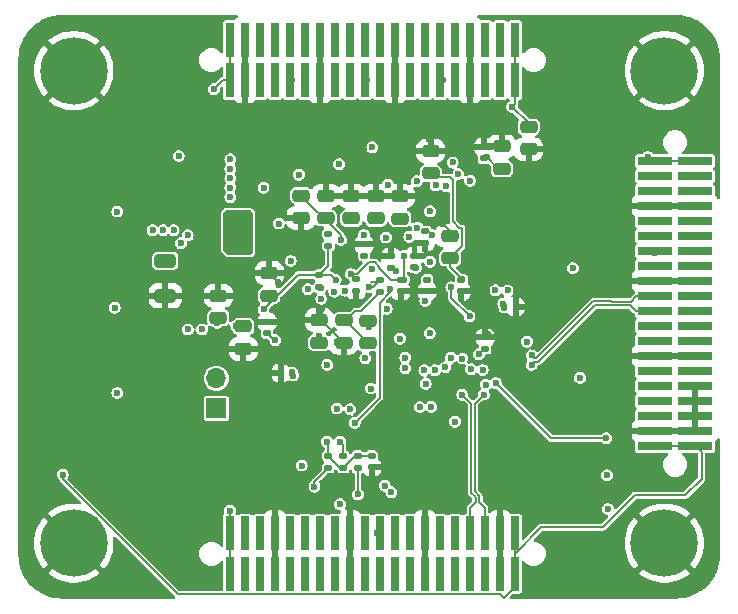
<source format=gbr>
%TF.GenerationSoftware,KiCad,Pcbnew,7.0.7-7.0.7~ubuntu22.04.1*%
%TF.CreationDate,2023-09-19T23:06:59+02:00*%
%TF.ProjectId,som_fpga,736f6d5f-6670-4676-912e-6b696361645f,rev?*%
%TF.SameCoordinates,Original*%
%TF.FileFunction,Copper,L4,Bot*%
%TF.FilePolarity,Positive*%
%FSLAX46Y46*%
G04 Gerber Fmt 4.6, Leading zero omitted, Abs format (unit mm)*
G04 Created by KiCad (PCBNEW 7.0.7-7.0.7~ubuntu22.04.1) date 2023-09-19 23:06:59*
%MOMM*%
%LPD*%
G01*
G04 APERTURE LIST*
G04 Aperture macros list*
%AMRoundRect*
0 Rectangle with rounded corners*
0 $1 Rounding radius*
0 $2 $3 $4 $5 $6 $7 $8 $9 X,Y pos of 4 corners*
0 Add a 4 corners polygon primitive as box body*
4,1,4,$2,$3,$4,$5,$6,$7,$8,$9,$2,$3,0*
0 Add four circle primitives for the rounded corners*
1,1,$1+$1,$2,$3*
1,1,$1+$1,$4,$5*
1,1,$1+$1,$6,$7*
1,1,$1+$1,$8,$9*
0 Add four rect primitives between the rounded corners*
20,1,$1+$1,$2,$3,$4,$5,0*
20,1,$1+$1,$4,$5,$6,$7,0*
20,1,$1+$1,$6,$7,$8,$9,0*
20,1,$1+$1,$8,$9,$2,$3,0*%
G04 Aperture macros list end*
%TA.AperFunction,ComponentPad*%
%ADD10R,1.700000X1.700000*%
%TD*%
%TA.AperFunction,ComponentPad*%
%ADD11O,1.700000X1.700000*%
%TD*%
%TA.AperFunction,ComponentPad*%
%ADD12C,5.700000*%
%TD*%
%TA.AperFunction,SMDPad,CuDef*%
%ADD13RoundRect,0.250000X-0.475000X0.250000X-0.475000X-0.250000X0.475000X-0.250000X0.475000X0.250000X0*%
%TD*%
%TA.AperFunction,SMDPad,CuDef*%
%ADD14RoundRect,0.135000X0.185000X-0.135000X0.185000X0.135000X-0.185000X0.135000X-0.185000X-0.135000X0*%
%TD*%
%TA.AperFunction,SMDPad,CuDef*%
%ADD15RoundRect,0.250000X0.475000X-0.250000X0.475000X0.250000X-0.475000X0.250000X-0.475000X-0.250000X0*%
%TD*%
%TA.AperFunction,SMDPad,CuDef*%
%ADD16RoundRect,0.140000X0.170000X-0.140000X0.170000X0.140000X-0.170000X0.140000X-0.170000X-0.140000X0*%
%TD*%
%TA.AperFunction,SMDPad,CuDef*%
%ADD17RoundRect,0.140000X-0.170000X0.140000X-0.170000X-0.140000X0.170000X-0.140000X0.170000X0.140000X0*%
%TD*%
%TA.AperFunction,SMDPad,CuDef*%
%ADD18R,0.740000X2.920000*%
%TD*%
%TA.AperFunction,SMDPad,CuDef*%
%ADD19RoundRect,0.135000X-0.185000X0.135000X-0.185000X-0.135000X0.185000X-0.135000X0.185000X0.135000X0*%
%TD*%
%TA.AperFunction,SMDPad,CuDef*%
%ADD20R,2.920000X0.740000*%
%TD*%
%TA.AperFunction,SMDPad,CuDef*%
%ADD21RoundRect,0.140000X-0.140000X-0.170000X0.140000X-0.170000X0.140000X0.170000X-0.140000X0.170000X0*%
%TD*%
%TA.AperFunction,SMDPad,CuDef*%
%ADD22RoundRect,0.250000X-0.650000X0.325000X-0.650000X-0.325000X0.650000X-0.325000X0.650000X0.325000X0*%
%TD*%
%TA.AperFunction,SMDPad,CuDef*%
%ADD23RoundRect,0.140000X0.140000X0.170000X-0.140000X0.170000X-0.140000X-0.170000X0.140000X-0.170000X0*%
%TD*%
%TA.AperFunction,ViaPad*%
%ADD24C,0.600000*%
%TD*%
%TA.AperFunction,Conductor*%
%ADD25C,0.200000*%
%TD*%
%TA.AperFunction,Conductor*%
%ADD26C,0.133350*%
%TD*%
%TA.AperFunction,Conductor*%
%ADD27C,0.127000*%
%TD*%
G04 APERTURE END LIST*
D10*
%TO.P,J1,1,Pin_1*%
%TO.N,+3V3*%
X127200000Y-93675000D03*
D11*
%TO.P,J1,2,Pin_2*%
%TO.N,Net-(J1-Pin_2)*%
X127200000Y-91135000D03*
%TD*%
D12*
%TO.P,H3,1,1*%
%TO.N,GND*%
X165140000Y-105090000D03*
%TD*%
%TO.P,H1,1,1*%
%TO.N,GND*%
X165140000Y-65090000D03*
%TD*%
%TO.P,H2,1,1*%
%TO.N,GND*%
X115140000Y-65090000D03*
%TD*%
%TO.P,H4,1,1*%
%TO.N,GND*%
X115140000Y-105090000D03*
%TD*%
D13*
%TO.P,C11,1*%
%TO.N,+3V3*%
X153650000Y-69850000D03*
%TO.P,C11,2*%
%TO.N,GND*%
X153650000Y-71750000D03*
%TD*%
D14*
%TO.P,R9,1*%
%TO.N,Net-(U1F-INIT_B_0)*%
X135930000Y-83410000D03*
%TO.P,R9,2*%
%TO.N,+3V3*%
X135930000Y-82390000D03*
%TD*%
D15*
%TO.P,C38,1*%
%TO.N,+1V0*%
X136480000Y-77580000D03*
%TO.P,C38,2*%
%TO.N,GND*%
X136480000Y-75680000D03*
%TD*%
D16*
%TO.P,C40,1*%
%TO.N,+1V0*%
X139720000Y-80750000D03*
%TO.P,C40,2*%
%TO.N,GND*%
X139720000Y-79790000D03*
%TD*%
%TO.P,C42,1*%
%TO.N,+1V0*%
X143980000Y-81730000D03*
%TO.P,C42,2*%
%TO.N,GND*%
X143980000Y-80770000D03*
%TD*%
D17*
%TO.P,C30,1*%
%TO.N,+1V8*%
X145060000Y-82790000D03*
%TO.P,C30,2*%
%TO.N,GND*%
X145060000Y-83750000D03*
%TD*%
%TO.P,C31,1*%
%TO.N,+1V8*%
X142820000Y-82820000D03*
%TO.P,C31,2*%
%TO.N,GND*%
X142820000Y-83780000D03*
%TD*%
D15*
%TO.P,C8,1*%
%TO.N,+3V3*%
X131690000Y-84130000D03*
%TO.P,C8,2*%
%TO.N,GND*%
X131690000Y-82230000D03*
%TD*%
D18*
%TO.P,J3,1,Pin_1*%
%TO.N,+5V*%
X128362500Y-62475000D03*
%TO.P,J3,2,Pin_2*%
X128362500Y-65905000D03*
%TO.P,J3,3,Pin_3*%
%TO.N,GND*%
X129632500Y-62475000D03*
%TO.P,J3,4,Pin_4*%
X129632500Y-65905000D03*
%TO.P,J3,5,Pin_5*%
%TO.N,CONN1.1_P*%
X130902500Y-62475000D03*
%TO.P,J3,6,Pin_6*%
%TO.N,CONN1.2_P*%
X130902500Y-65905000D03*
%TO.P,J3,7,Pin_7*%
%TO.N,CONN1.1_N*%
X132172500Y-62475000D03*
%TO.P,J3,8,Pin_8*%
%TO.N,CONN1.2_N*%
X132172500Y-65905000D03*
%TO.P,J3,9,Pin_9*%
%TO.N,CONN1.3_P*%
X133442500Y-62475000D03*
%TO.P,J3,10,Pin_10*%
%TO.N,CONN1.4_N*%
X133442500Y-65905000D03*
%TO.P,J3,11,Pin_11*%
%TO.N,CONN1.3_N*%
X134712500Y-62475000D03*
%TO.P,J3,12,Pin_12*%
%TO.N,CONN1.4_P*%
X134712500Y-65905000D03*
%TO.P,J3,13,Pin_13*%
%TO.N,GND*%
X135982500Y-62475000D03*
%TO.P,J3,14,Pin_14*%
X135982500Y-65905000D03*
%TO.P,J3,15,Pin_15*%
%TO.N,CONN1.5_N*%
X137252500Y-62475000D03*
%TO.P,J3,16,Pin_16*%
%TO.N,CONN1.6_N*%
X137252500Y-65905000D03*
%TO.P,J3,17,Pin_17*%
%TO.N,CONN1.5_P*%
X138522500Y-62475000D03*
%TO.P,J3,18,Pin_18*%
%TO.N,CONN1.6_P*%
X138522500Y-65905000D03*
%TO.P,J3,19,Pin_19*%
%TO.N,CONN1.7_P*%
X139792500Y-62475000D03*
%TO.P,J3,20,Pin_20*%
%TO.N,CONN1.8_P*%
X139792500Y-65905000D03*
%TO.P,J3,21,Pin_21*%
%TO.N,CONN1.7_N*%
X141062500Y-62475000D03*
%TO.P,J3,22,Pin_22*%
%TO.N,CONN1.8_N*%
X141062500Y-65905000D03*
%TO.P,J3,23,Pin_23*%
%TO.N,GND*%
X142332500Y-62475000D03*
%TO.P,J3,24,Pin_24*%
X142332500Y-65905000D03*
%TO.P,J3,25,Pin_25*%
%TO.N,CONN1.9_P*%
X143602500Y-62475000D03*
%TO.P,J3,26,Pin_26*%
%TO.N,CONN1.10_P*%
X143602500Y-65905000D03*
%TO.P,J3,27,Pin_27*%
%TO.N,CONN1.9_N*%
X144872500Y-62475000D03*
%TO.P,J3,28,Pin_28*%
%TO.N,CONN1.10_N*%
X144872500Y-65905000D03*
%TO.P,J3,29,Pin_29*%
%TO.N,CONN1.11_P*%
X146142500Y-62475000D03*
%TO.P,J3,30,Pin_30*%
%TO.N,CONN1.12_P*%
X146142500Y-65905000D03*
%TO.P,J3,31,Pin_31*%
%TO.N,CONN1.11_N*%
X147412500Y-62475000D03*
%TO.P,J3,32,Pin_32*%
%TO.N,CONN1.12_N*%
X147412500Y-65905000D03*
%TO.P,J3,33,Pin_33*%
%TO.N,GND*%
X148682500Y-62475000D03*
%TO.P,J3,34,Pin_34*%
X148682500Y-65905000D03*
%TO.P,J3,35,Pin_35*%
%TO.N,CONN1.13_P*%
X149952500Y-62475000D03*
%TO.P,J3,36,Pin_36*%
%TO.N,CONN1.14_P*%
X149952500Y-65905000D03*
%TO.P,J3,37,Pin_37*%
%TO.N,CONN1.13_N*%
X151222500Y-62475000D03*
%TO.P,J3,38,Pin_38*%
%TO.N,CONN1.14_N*%
X151222500Y-65905000D03*
%TO.P,J3,39,Pin_39*%
%TO.N,+3V3*%
X152492500Y-62475000D03*
%TO.P,J3,40,Pin_40*%
X152492500Y-65905000D03*
%TD*%
D19*
%TO.P,R15,1*%
%TO.N,+3V3*%
X136680000Y-97690000D03*
%TO.P,R15,2*%
%TO.N,/FPGA_bank13_14/FLASH_CS*%
X136680000Y-98710000D03*
%TD*%
D17*
%TO.P,C43,1*%
%TO.N,+1V0*%
X144890000Y-78690000D03*
%TO.P,C43,2*%
%TO.N,GND*%
X144890000Y-79650000D03*
%TD*%
D15*
%TO.P,C12,1*%
%TO.N,+3V3*%
X135920000Y-88110000D03*
%TO.P,C12,2*%
%TO.N,GND*%
X135920000Y-86210000D03*
%TD*%
D20*
%TO.P,J2,1,Pin_1*%
%TO.N,+5V*%
X164325000Y-96867500D03*
%TO.P,J2,2,Pin_2*%
X167755000Y-96867500D03*
%TO.P,J2,3,Pin_3*%
%TO.N,GND*%
X164325000Y-95597500D03*
%TO.P,J2,4,Pin_4*%
X167755000Y-95597500D03*
%TO.P,J2,5,Pin_5*%
%TO.N,JTAG_TMS*%
X164325000Y-94327500D03*
%TO.P,J2,6,Pin_6*%
%TO.N,GND*%
X167755000Y-94327500D03*
%TO.P,J2,7,Pin_7*%
%TO.N,JTAG_TCK*%
X164325000Y-93057500D03*
%TO.P,J2,8,Pin_8*%
%TO.N,GND*%
X167755000Y-93057500D03*
%TO.P,J2,9,Pin_9*%
%TO.N,JTAG_TDO*%
X164325000Y-91787500D03*
%TO.P,J2,10,Pin_10*%
%TO.N,GND*%
X167755000Y-91787500D03*
%TO.P,J2,11,Pin_11*%
%TO.N,JTAG_TDI*%
X164325000Y-90517500D03*
%TO.P,J2,12,Pin_12*%
%TO.N,+3V3*%
X167755000Y-90517500D03*
%TO.P,J2,13,Pin_13*%
%TO.N,GND*%
X164325000Y-89247500D03*
%TO.P,J2,14,Pin_14*%
X167755000Y-89247500D03*
%TO.P,J2,15,Pin_15*%
%TO.N,CONN3.5_N*%
X164325000Y-87977500D03*
%TO.P,J2,16,Pin_16*%
%TO.N,CONN3.6_P*%
X167755000Y-87977500D03*
%TO.P,J2,17,Pin_17*%
%TO.N,CONN3.5_P*%
X164325000Y-86707500D03*
%TO.P,J2,18,Pin_18*%
%TO.N,CONN3.6_N*%
X167755000Y-86707500D03*
%TO.P,J2,19,Pin_19*%
%TO.N,CONN3.7_N*%
X164325000Y-85437500D03*
%TO.P,J2,20,Pin_20*%
%TO.N,CONN3.8_N*%
X167755000Y-85437500D03*
%TO.P,J2,21,Pin_21*%
%TO.N,CONN3.7_P*%
X164325000Y-84167500D03*
%TO.P,J2,22,Pin_22*%
%TO.N,CONN3.8_P*%
X167755000Y-84167500D03*
%TO.P,J2,23,Pin_23*%
%TO.N,GND*%
X164325000Y-82897500D03*
%TO.P,J2,24,Pin_24*%
X167755000Y-82897500D03*
%TO.P,J2,25,Pin_25*%
%TO.N,CONN3.9_N*%
X164325000Y-81627500D03*
%TO.P,J2,26,Pin_26*%
%TO.N,CONN3.10_N*%
X167755000Y-81627500D03*
%TO.P,J2,27,Pin_27*%
%TO.N,CONN3.9_P*%
X164325000Y-80357500D03*
%TO.P,J2,28,Pin_28*%
%TO.N,CONN3.10_P*%
X167755000Y-80357500D03*
%TO.P,J2,29,Pin_29*%
%TO.N,CONN3.11_N*%
X164325000Y-79087500D03*
%TO.P,J2,30,Pin_30*%
%TO.N,CONN3.12_N*%
X167755000Y-79087500D03*
%TO.P,J2,31,Pin_31*%
%TO.N,CONN3.11_P*%
X164325000Y-77817500D03*
%TO.P,J2,32,Pin_32*%
%TO.N,CONN3.12_P*%
X167755000Y-77817500D03*
%TO.P,J2,33,Pin_33*%
%TO.N,GND*%
X164325000Y-76547500D03*
%TO.P,J2,34,Pin_34*%
X167755000Y-76547500D03*
%TO.P,J2,35,Pin_35*%
%TO.N,CONN3.13_N*%
X164325000Y-75277500D03*
%TO.P,J2,36,Pin_36*%
%TO.N,CONN3.14_N*%
X167755000Y-75277500D03*
%TO.P,J2,37,Pin_37*%
%TO.N,CONN3.13_P*%
X164325000Y-74007500D03*
%TO.P,J2,38,Pin_38*%
%TO.N,CONN3.14_P*%
X167755000Y-74007500D03*
%TO.P,J2,39,Pin_39*%
%TO.N,+3V3*%
X164325000Y-72737500D03*
%TO.P,J2,40,Pin_40*%
X167755000Y-72737500D03*
%TD*%
D13*
%TO.P,C25,1*%
%TO.N,+1V8*%
X129500000Y-86750000D03*
%TO.P,C25,2*%
%TO.N,GND*%
X129500000Y-88650000D03*
%TD*%
%TO.P,C7,1*%
%TO.N,+3V3*%
X137990000Y-86230000D03*
%TO.P,C7,2*%
%TO.N,GND*%
X137990000Y-88130000D03*
%TD*%
D15*
%TO.P,C27,1*%
%TO.N,+1V8*%
X127360000Y-86040000D03*
%TO.P,C27,2*%
%TO.N,GND*%
X127360000Y-84140000D03*
%TD*%
D21*
%TO.P,C22,1*%
%TO.N,+3V3*%
X151580000Y-85070000D03*
%TO.P,C22,2*%
%TO.N,GND*%
X152540000Y-85070000D03*
%TD*%
D18*
%TO.P,J4,1,Pin_1*%
%TO.N,+5V*%
X152492500Y-107705000D03*
%TO.P,J4,2,Pin_2*%
X152492500Y-104275000D03*
%TO.P,J4,3,Pin_3*%
%TO.N,GND*%
X151222500Y-107705000D03*
%TO.P,J4,4,Pin_4*%
X151222500Y-104275000D03*
%TO.P,J4,5,Pin_5*%
%TO.N,CONN2.1_N*%
X149952500Y-107705000D03*
%TO.P,J4,6,Pin_6*%
%TO.N,CONN2.2_N*%
X149952500Y-104275000D03*
%TO.P,J4,7,Pin_7*%
%TO.N,CONN2.1_P*%
X148682500Y-107705000D03*
%TO.P,J4,8,Pin_8*%
%TO.N,CONN2.2_P*%
X148682500Y-104275000D03*
%TO.P,J4,9,Pin_9*%
%TO.N,CONN2.3_N*%
X147412500Y-107705000D03*
%TO.P,J4,10,Pin_10*%
%TO.N,CONN2.4_N*%
X147412500Y-104275000D03*
%TO.P,J4,11,Pin_11*%
%TO.N,CONN2.3_P*%
X146142500Y-107705000D03*
%TO.P,J4,12,Pin_12*%
%TO.N,CONN2.4_P*%
X146142500Y-104275000D03*
%TO.P,J4,13,Pin_13*%
%TO.N,GND*%
X144872500Y-107705000D03*
%TO.P,J4,14,Pin_14*%
X144872500Y-104275000D03*
%TO.P,J4,15,Pin_15*%
%TO.N,CONN2.5_N*%
X143602500Y-107705000D03*
%TO.P,J4,16,Pin_16*%
%TO.N,CONN2.6_P*%
X143602500Y-104275000D03*
%TO.P,J4,17,Pin_17*%
%TO.N,CONN2.5_P*%
X142332500Y-107705000D03*
%TO.P,J4,18,Pin_18*%
%TO.N,CONN2.6_N*%
X142332500Y-104275000D03*
%TO.P,J4,19,Pin_19*%
%TO.N,CONN2.7_P*%
X141062500Y-107705000D03*
%TO.P,J4,20,Pin_20*%
%TO.N,CONN2.8_N*%
X141062500Y-104275000D03*
%TO.P,J4,21,Pin_21*%
%TO.N,CONN2.7_N*%
X139792500Y-107705000D03*
%TO.P,J4,22,Pin_22*%
%TO.N,CONN2.8_P*%
X139792500Y-104275000D03*
%TO.P,J4,23,Pin_23*%
%TO.N,GND*%
X138522500Y-107705000D03*
%TO.P,J4,24,Pin_24*%
X138522500Y-104275000D03*
%TO.P,J4,25,Pin_25*%
%TO.N,CONN2.9_N*%
X137252500Y-107705000D03*
%TO.P,J4,26,Pin_26*%
%TO.N,CONN2.10_P*%
X137252500Y-104275000D03*
%TO.P,J4,27,Pin_27*%
%TO.N,CONN2.9_P*%
X135982500Y-107705000D03*
%TO.P,J4,28,Pin_28*%
%TO.N,CONN2.10_N*%
X135982500Y-104275000D03*
%TO.P,J4,29,Pin_29*%
%TO.N,CONN2.11_N*%
X134712500Y-107705000D03*
%TO.P,J4,30,Pin_30*%
%TO.N,CONN2.12_N*%
X134712500Y-104275000D03*
%TO.P,J4,31,Pin_31*%
%TO.N,CONN2.11_P*%
X133442500Y-107705000D03*
%TO.P,J4,32,Pin_32*%
%TO.N,CONN2.12_P*%
X133442500Y-104275000D03*
%TO.P,J4,33,Pin_33*%
%TO.N,GND*%
X132172500Y-107705000D03*
%TO.P,J4,34,Pin_34*%
X132172500Y-104275000D03*
%TO.P,J4,35,Pin_35*%
%TO.N,CONN2.13_N*%
X130902500Y-107705000D03*
%TO.P,J4,36,Pin_36*%
%TO.N,CONN2.14_N*%
X130902500Y-104275000D03*
%TO.P,J4,37,Pin_37*%
%TO.N,CONN2.13_P*%
X129632500Y-107705000D03*
%TO.P,J4,38,Pin_38*%
%TO.N,CONN2.14_P*%
X129632500Y-104275000D03*
%TO.P,J4,39,Pin_39*%
%TO.N,+3V3*%
X128362500Y-107705000D03*
%TO.P,J4,40,Pin_40*%
X128362500Y-104275000D03*
%TD*%
D15*
%TO.P,C36,1*%
%TO.N,+1V0*%
X140720000Y-77600000D03*
%TO.P,C36,2*%
%TO.N,GND*%
X140720000Y-75700000D03*
%TD*%
D19*
%TO.P,R16,1*%
%TO.N,+3V3*%
X139190000Y-97700000D03*
%TO.P,R16,2*%
%TO.N,/FPGA_bank13_14/FLASH_D2*%
X139190000Y-98720000D03*
%TD*%
D15*
%TO.P,C35,1*%
%TO.N,+1V0*%
X142770000Y-77620000D03*
%TO.P,C35,2*%
%TO.N,GND*%
X142770000Y-75720000D03*
%TD*%
%TO.P,C28,1*%
%TO.N,+1V8*%
X145350000Y-73790000D03*
%TO.P,C28,2*%
%TO.N,GND*%
X145350000Y-71890000D03*
%TD*%
D17*
%TO.P,C29,1*%
%TO.N,+1V8*%
X147950000Y-82820000D03*
%TO.P,C29,2*%
%TO.N,GND*%
X147950000Y-83780000D03*
%TD*%
D19*
%TO.P,R10,1*%
%TO.N,Net-(U1F-PROGRAM_B_0)*%
X141050000Y-82800000D03*
%TO.P,R10,2*%
%TO.N,+3V3*%
X141050000Y-83820000D03*
%TD*%
D14*
%TO.P,R17,1*%
%TO.N,+3V3*%
X137940000Y-98710000D03*
%TO.P,R17,2*%
%TO.N,/FPGA_bank13_14/FLASH_D3*%
X137940000Y-97690000D03*
%TD*%
D19*
%TO.P,R7,1*%
%TO.N,Net-(U1F-CFGBVS_0)*%
X136700000Y-78890000D03*
%TO.P,R7,2*%
%TO.N,+3V3*%
X136700000Y-79910000D03*
%TD*%
D16*
%TO.P,C20,1*%
%TO.N,+3V3*%
X131500000Y-87330000D03*
%TO.P,C20,2*%
%TO.N,GND*%
X131500000Y-86370000D03*
%TD*%
D15*
%TO.P,C9,1*%
%TO.N,+3V3*%
X140040000Y-88150000D03*
%TO.P,C9,2*%
%TO.N,GND*%
X140040000Y-86250000D03*
%TD*%
D17*
%TO.P,C21,1*%
%TO.N,+3V3*%
X140350000Y-97700000D03*
%TO.P,C21,2*%
%TO.N,GND*%
X140350000Y-98660000D03*
%TD*%
D22*
%TO.P,C34,1*%
%TO.N,+1V0*%
X122880000Y-81195000D03*
%TO.P,C34,2*%
%TO.N,GND*%
X122880000Y-84145000D03*
%TD*%
D16*
%TO.P,C41,1*%
%TO.N,+1V0*%
X141960000Y-81770000D03*
%TO.P,C41,2*%
%TO.N,GND*%
X141960000Y-80810000D03*
%TD*%
D15*
%TO.P,C37,1*%
%TO.N,+1V0*%
X138630000Y-77590000D03*
%TO.P,C37,2*%
%TO.N,GND*%
X138630000Y-75690000D03*
%TD*%
D17*
%TO.P,C32,1*%
%TO.N,+1V8*%
X139010000Y-82770000D03*
%TO.P,C32,2*%
%TO.N,GND*%
X139010000Y-83730000D03*
%TD*%
D15*
%TO.P,C26,1*%
%TO.N,+1V8*%
X146990000Y-80960000D03*
%TO.P,C26,2*%
%TO.N,GND*%
X146990000Y-79060000D03*
%TD*%
%TO.P,C13,1*%
%TO.N,+3V3*%
X151380000Y-73400000D03*
%TO.P,C13,2*%
%TO.N,GND*%
X151380000Y-71500000D03*
%TD*%
D23*
%TO.P,C16,1*%
%TO.N,+3V3*%
X133620000Y-90710000D03*
%TO.P,C16,2*%
%TO.N,GND*%
X132660000Y-90710000D03*
%TD*%
D16*
%TO.P,C14,1*%
%TO.N,+3V3*%
X149980000Y-88620000D03*
%TO.P,C14,2*%
%TO.N,GND*%
X149980000Y-87660000D03*
%TD*%
D13*
%TO.P,C39,1*%
%TO.N,+1V0*%
X134380000Y-75660000D03*
%TO.P,C39,2*%
%TO.N,GND*%
X134380000Y-77560000D03*
%TD*%
D16*
%TO.P,C19,1*%
%TO.N,+3V3*%
X149830000Y-72510000D03*
%TO.P,C19,2*%
%TO.N,GND*%
X149830000Y-71550000D03*
%TD*%
D24*
%TO.N,USER_LED1*%
X145393500Y-93560000D03*
X160280000Y-99340000D03*
%TO.N,USER_LED2*%
X160360000Y-102200000D03*
X144430000Y-93570000D03*
%TO.N,USER_LED0*%
X150850000Y-91530000D03*
X160220000Y-96210000D03*
%TO.N,CONN3.5_N*%
X164325000Y-87977500D03*
%TO.N,CONN3.6_P*%
X167755000Y-87977500D03*
%TO.N,CONN3.5_P*%
X164325000Y-86707500D03*
%TO.N,CONN3.6_N*%
X167755000Y-86707500D03*
%TO.N,CONN3.7_P*%
X153900000Y-89200000D03*
%TO.N,CONN3.8_N*%
X167755000Y-85437500D03*
%TO.N,CONN3.7_N*%
X153900000Y-90000000D03*
%TO.N,CONN3.8_P*%
X167755000Y-84167500D03*
%TO.N,CONN3.9_P*%
X164354058Y-80553680D03*
%TO.N,CONN3.10_N*%
X167755000Y-81627500D03*
%TO.N,CONN3.9_N*%
X164325000Y-81627500D03*
%TO.N,CONN3.10_P*%
X167755000Y-80357500D03*
%TO.N,CONN3.11_N*%
X164325000Y-79087500D03*
X151858529Y-83696609D03*
%TO.N,CONN3.12_N*%
X148690000Y-74410000D03*
X167755000Y-79087500D03*
%TO.N,CONN3.11_P*%
X150840000Y-83690000D03*
X164325000Y-77817500D03*
%TO.N,CONN3.12_P*%
X167755000Y-77817500D03*
X147700000Y-73840000D03*
%TO.N,CONN3.13_N*%
X164325000Y-75277500D03*
%TO.N,CONN3.14_N*%
X167755000Y-75277500D03*
%TO.N,CONN3.13_P*%
X164325000Y-74007500D03*
%TO.N,CONN3.14_P*%
X167755000Y-74007500D03*
%TO.N,+5V*%
X114200000Y-99300000D03*
X118814000Y-77019000D03*
X118594000Y-85154000D03*
X127000000Y-66650000D03*
X118819000Y-92379000D03*
%TO.N,GND*%
X135100000Y-91800000D03*
X150200000Y-87400000D03*
X142500000Y-73200000D03*
X147700000Y-88300000D03*
X141700000Y-90300000D03*
X117514000Y-71719000D03*
X147400000Y-100070000D03*
X153670000Y-73230000D03*
X145170000Y-70880000D03*
X138200000Y-90900000D03*
X134750000Y-95920000D03*
X136168097Y-85230252D03*
X147000000Y-101900000D03*
X139300000Y-74300000D03*
X133600000Y-85800000D03*
X132300000Y-72900000D03*
X154910000Y-82240000D03*
X143690000Y-85970000D03*
X137430000Y-88100000D03*
X134400000Y-79300000D03*
X133100000Y-76400000D03*
X154950000Y-83300000D03*
X154110000Y-92890000D03*
X146085805Y-83491039D03*
X121214000Y-72319000D03*
X134100000Y-88800000D03*
X131230000Y-90180000D03*
X148160000Y-91350000D03*
X140135000Y-86805000D03*
X142250000Y-92940000D03*
X146430000Y-78100000D03*
X136512690Y-75405402D03*
X132400000Y-83000000D03*
X147400000Y-98370000D03*
X132280000Y-92950000D03*
X144720000Y-96100000D03*
X144710000Y-97180000D03*
X147400000Y-96510000D03*
X144720000Y-98550000D03*
X144210000Y-88970000D03*
X145085500Y-92400000D03*
X142984593Y-75665407D03*
X134700000Y-99650000D03*
X141350000Y-95250000D03*
X146600000Y-85300000D03*
X151092897Y-89712915D03*
X128060000Y-89690000D03*
%TO.N,+1V8*%
X143105411Y-80775078D03*
X126000000Y-87000000D03*
X127290000Y-86430000D03*
X124800000Y-87000000D03*
X148045892Y-82768366D03*
X128890000Y-86690000D03*
X145060000Y-82790000D03*
X138600000Y-82300000D03*
X143105405Y-82775066D03*
%TO.N,+1V0*%
X142423198Y-82082069D03*
X141560000Y-79220000D03*
X140754626Y-77775001D03*
X121800000Y-78600000D03*
X124200000Y-79700000D03*
X139735378Y-80784469D03*
X122700000Y-78600000D03*
X139687432Y-78998278D03*
X144105416Y-81775088D03*
X124780000Y-79030000D03*
X145488443Y-79035239D03*
X143540000Y-79150000D03*
X142754598Y-77775061D03*
X123294000Y-81054000D03*
X140360000Y-81920000D03*
X137754866Y-79424562D03*
X123600000Y-78600000D03*
X138713235Y-77793925D03*
X145310000Y-81260000D03*
X144235549Y-78376653D03*
%TO.N,Net-(U1F-CFGBVS_0)*%
X136700000Y-78890000D03*
%TO.N,+3V3*%
X128400000Y-80400000D03*
X132490000Y-78030000D03*
X145270000Y-87310000D03*
X128400000Y-72600000D03*
X137600000Y-73000000D03*
X148640000Y-85880000D03*
X158000000Y-91100000D03*
X133500000Y-81200000D03*
X128400000Y-75000000D03*
X145300000Y-77000000D03*
X147210000Y-72860000D03*
X150105107Y-72424576D03*
X137300000Y-82800000D03*
X134200000Y-73900000D03*
X128400000Y-73400000D03*
X141717051Y-74737891D03*
X149430000Y-89100000D03*
X167810000Y-90490000D03*
X141630000Y-85250000D03*
X131200000Y-75000000D03*
X157400000Y-81800000D03*
X152250000Y-68150000D03*
X132200000Y-87900000D03*
X147105416Y-83424912D03*
X129500000Y-77400000D03*
X129800000Y-80400000D03*
X140300000Y-92000000D03*
X139813742Y-89430953D03*
X146600000Y-90200000D03*
X144897942Y-84580064D03*
X136560000Y-96502998D03*
X167755000Y-72737500D03*
X136600000Y-90000000D03*
X137400000Y-93700000D03*
X128400000Y-75800000D03*
X128362500Y-102337500D03*
X140410000Y-71580000D03*
X134430000Y-98520000D03*
X133700000Y-90900000D03*
X131200000Y-85300000D03*
X128400000Y-74200000D03*
X144161826Y-74453945D03*
X135904991Y-87586496D03*
X142754572Y-87775112D03*
X144930000Y-91590000D03*
X150010000Y-91680000D03*
X147410000Y-94810000D03*
X153500000Y-88037000D03*
X163720000Y-72400000D03*
X138160088Y-86269485D03*
X124014000Y-72319000D03*
X128700000Y-77400000D03*
X151510000Y-84820000D03*
%TO.N,Net-(U1F-INIT_B_0)*%
X136024509Y-83468596D03*
%TO.N,Net-(U1F-PROGRAM_B_0)*%
X140145000Y-83385000D03*
%TO.N,FLASH_SCLK*%
X141948560Y-83592537D03*
X138920000Y-94890000D03*
%TO.N,/FPGA_bank13_14/FLASH_D2*%
X139188100Y-100955282D03*
%TO.N,/FPGA_bank13_14/FLASH_D3*%
X137660000Y-96502998D03*
%TO.N,/FPGA_bank13_14/FLASH_D1*%
X137680000Y-101810000D03*
X138529500Y-93750000D03*
%TO.N,/FPGA_bank13_14/FLASH_CS*%
X135515498Y-100310000D03*
%TO.N,CONN1.1_P*%
X130902500Y-62475000D03*
%TO.N,CONN1.2_P*%
X130902500Y-65905000D03*
%TO.N,CONN1.1_N*%
X132172500Y-62475000D03*
%TO.N,CONN1.2_N*%
X132172500Y-65905000D03*
%TO.N,CONN1.3_P*%
X133442500Y-62475000D03*
%TO.N,CONN1.4_P*%
X134712500Y-65905000D03*
%TO.N,CONN1.3_N*%
X134712500Y-62475000D03*
%TO.N,CONN1.4_N*%
X133638700Y-65905000D03*
%TO.N,CONN1.5_P*%
X138522500Y-62475000D03*
%TO.N,CONN1.6_P*%
X138522500Y-65905000D03*
%TO.N,CONN1.5_N*%
X137252500Y-62475000D03*
%TO.N,CONN1.6_N*%
X137252500Y-65905000D03*
%TO.N,CONN1.7_P*%
X139792500Y-62475000D03*
%TO.N,CONN1.8_P*%
X139988680Y-65875942D03*
%TO.N,CONN1.7_N*%
X141062500Y-62475000D03*
%TO.N,CONN1.8_N*%
X141062500Y-65905000D03*
%TO.N,CONN1.9_P*%
X143602500Y-62475000D03*
%TO.N,CONN1.10_P*%
X143602500Y-65905000D03*
%TO.N,CONN1.9_N*%
X144872500Y-62475000D03*
%TO.N,CONN1.10_N*%
X144872500Y-65905000D03*
%TO.N,CONN1.11_P*%
X146142500Y-62475000D03*
%TO.N,CONN1.12_P*%
X146390000Y-65860000D03*
%TO.N,CONN1.11_N*%
X147412500Y-62475000D03*
%TO.N,CONN1.12_N*%
X147412500Y-65905000D03*
%TO.N,CONN1.13_P*%
X145794585Y-74807507D03*
X149952500Y-62475000D03*
%TO.N,CONN1.14_P*%
X149952500Y-65905000D03*
%TO.N,CONN1.13_N*%
X146660000Y-74880000D03*
X151222500Y-62475000D03*
%TO.N,CONN1.14_N*%
X151222500Y-65905000D03*
%TO.N,CONN2.1_P*%
X148780000Y-90370000D03*
X148682500Y-107705000D03*
%TO.N,CONN2.2_P*%
X148028188Y-92527417D03*
%TO.N,CONN2.1_N*%
X149750000Y-90430000D03*
X149952500Y-107705000D03*
%TO.N,CONN2.2_N*%
X149860000Y-92510000D03*
%TO.N,CONN2.3_P*%
X146142500Y-107705000D03*
%TO.N,CONN2.4_P*%
X146142500Y-104275000D03*
X147060000Y-89410000D03*
%TO.N,CONN2.3_N*%
X147412500Y-107705000D03*
%TO.N,CONN2.4_N*%
X148040000Y-89460000D03*
X147412500Y-104275000D03*
%TO.N,CONN2.5_P*%
X144810000Y-90450000D03*
X142332500Y-107705000D03*
%TO.N,CONN2.6_P*%
X143602500Y-104275000D03*
%TO.N,CONN2.5_N*%
X143602500Y-107705000D03*
X145715153Y-90461257D03*
%TO.N,CONN2.6_N*%
X142332500Y-104275000D03*
%TO.N,CONN2.7_P*%
X141062500Y-107705000D03*
X143210000Y-89380000D03*
%TO.N,CONN2.8_P*%
X139792500Y-104275000D03*
%TO.N,CONN2.7_N*%
X143210000Y-90280000D03*
X139792500Y-107705000D03*
%TO.N,CONN2.8_N*%
X140793500Y-104275000D03*
%TO.N,CONN2.9_P*%
X141462142Y-100221794D03*
X135982500Y-107705000D03*
%TO.N,CONN2.10_P*%
X137252500Y-104275000D03*
%TO.N,CONN2.9_N*%
X137252500Y-107705000D03*
X142027828Y-100787480D03*
%TO.N,CONN2.10_N*%
X135982500Y-104275000D03*
%TO.N,CONN2.11_P*%
X133442500Y-107705000D03*
%TO.N,CONN2.12_P*%
X133442500Y-104275000D03*
%TO.N,CONN2.11_N*%
X134712500Y-107705000D03*
%TO.N,CONN2.12_N*%
X134712500Y-104275000D03*
%TO.N,CONN2.13_P*%
X129632500Y-107705000D03*
%TO.N,CONN2.14_P*%
X129632500Y-104275000D03*
%TO.N,CONN2.13_N*%
X130902500Y-107705000D03*
%TO.N,CONN2.14_N*%
X130902500Y-104275000D03*
%TO.N,JTAG_TDI*%
X138092897Y-83712915D03*
X164500000Y-90600000D03*
%TO.N,JTAG_TMS*%
X164325000Y-94327500D03*
X137200000Y-83800000D03*
%TO.N,JTAG_TDO*%
X136100000Y-84400000D03*
X164325000Y-91787500D03*
%TO.N,JTAG_TCK*%
X134943044Y-83597827D03*
X164325000Y-93057500D03*
%TD*%
D25*
%TO.N,USER_LED0*%
X150850000Y-91530000D02*
X155530000Y-96210000D01*
X155530000Y-96210000D02*
X160220000Y-96210000D01*
D26*
%TO.N,CONN3.7_P*%
X162762500Y-84167500D02*
X164325000Y-84167500D01*
X159104284Y-84630000D02*
X160700000Y-84630000D01*
X160705825Y-84635825D02*
X162294175Y-84635825D01*
X154133324Y-89433324D02*
X154300960Y-89433324D01*
X154300960Y-89433324D02*
X159104284Y-84630000D01*
X160700000Y-84630000D02*
X160705825Y-84635825D01*
X153900000Y-89200000D02*
X154133324Y-89433324D01*
X162294175Y-84635825D02*
X162762500Y-84167500D01*
%TO.N,CONN3.7_N*%
X154439040Y-89766676D02*
X159236541Y-84969175D01*
X159236541Y-84969175D02*
X162239175Y-84969175D01*
X153900000Y-90000000D02*
X154133324Y-89766676D01*
X162707500Y-85437500D02*
X164325000Y-85437500D01*
X154133324Y-89766676D02*
X154439040Y-89766676D01*
X162239175Y-84969175D02*
X162707500Y-85437500D01*
D27*
%TO.N,+5V*%
X152492500Y-104275000D02*
X152492500Y-108792000D01*
D25*
X159930000Y-103730000D02*
X154732277Y-103730000D01*
D27*
X151260000Y-109428500D02*
X129571500Y-109428500D01*
D25*
X154732277Y-103730000D02*
X152492500Y-105969777D01*
D27*
X129571500Y-109428500D02*
X123928500Y-109428500D01*
X114200000Y-99700000D02*
X114200000Y-99300000D01*
X152492500Y-104275000D02*
X152492500Y-107705000D01*
D25*
X168290000Y-97402500D02*
X168290000Y-99650000D01*
X128362500Y-65905000D02*
X127745000Y-65905000D01*
X127745000Y-65905000D02*
X127000000Y-66650000D01*
X128362500Y-62475000D02*
X128362500Y-65905000D01*
X162610000Y-101050000D02*
X159930000Y-103730000D01*
X164325000Y-96867500D02*
X167755000Y-96867500D01*
X152492500Y-105969777D02*
X152492500Y-104275000D01*
D27*
X151558000Y-109726500D02*
X151260000Y-109428500D01*
D25*
X167755000Y-96867500D02*
X168290000Y-97402500D01*
X168290000Y-99650000D02*
X166890000Y-101050000D01*
D27*
X152492500Y-108792000D02*
X151558000Y-109726500D01*
X123928500Y-109428500D02*
X114200000Y-99700000D01*
D25*
X166890000Y-101050000D02*
X162610000Y-101050000D01*
D27*
%TO.N,GND*%
X136168097Y-85961903D02*
X135920000Y-86210000D01*
X135920000Y-86210000D02*
X136070000Y-86210000D01*
X131690000Y-82230000D02*
X131690000Y-82290000D01*
X146990000Y-78660000D02*
X146430000Y-78100000D01*
X137460000Y-88130000D02*
X137430000Y-88100000D01*
X146990000Y-79060000D02*
X146990000Y-78660000D01*
X146600000Y-84005234D02*
X146600000Y-85300000D01*
X136168097Y-85230252D02*
X136168097Y-85961903D01*
X137990000Y-88130000D02*
X137460000Y-88130000D01*
X131690000Y-82290000D02*
X132400000Y-83000000D01*
X146085805Y-83491039D02*
X146600000Y-84005234D01*
X136070000Y-86210000D02*
X137990000Y-88130000D01*
D25*
%TO.N,+1V8*%
X142005183Y-82820000D02*
X140960000Y-81774817D01*
D27*
X145290000Y-74100000D02*
X144920000Y-73730000D01*
D25*
X142820000Y-82820000D02*
X142005183Y-82820000D01*
D27*
X147978500Y-79971500D02*
X147978500Y-78388500D01*
X146990000Y-80960000D02*
X146990000Y-81712474D01*
X147223500Y-74323500D02*
X147000000Y-74100000D01*
D25*
X140608529Y-81320000D02*
X140111471Y-81320000D01*
X143060471Y-82820000D02*
X143105405Y-82775066D01*
D27*
X147000000Y-74100000D02*
X145290000Y-74100000D01*
X143105411Y-80775078D02*
X143105411Y-82775060D01*
D25*
X139131471Y-82300000D02*
X138600000Y-82300000D01*
D27*
X147220000Y-75116910D02*
X147223500Y-75113410D01*
X147220000Y-77820000D02*
X147220000Y-75116910D01*
X147223500Y-75113410D02*
X147223500Y-74323500D01*
D25*
X140960000Y-81774817D02*
X140960000Y-81671471D01*
D27*
X147788500Y-78388500D02*
X147220000Y-77820000D01*
X146990000Y-81712474D02*
X148045892Y-82768366D01*
X143105411Y-82775060D02*
X143105405Y-82775066D01*
X146990000Y-80960000D02*
X147978500Y-79971500D01*
D25*
X140111471Y-81320000D02*
X139131471Y-82300000D01*
X142820000Y-82820000D02*
X143060471Y-82820000D01*
D27*
X147978500Y-78388500D02*
X147788500Y-78388500D01*
D25*
X140960000Y-81671471D02*
X140608529Y-81320000D01*
%TO.N,+1V0*%
X134380000Y-75660000D02*
X134405183Y-75660000D01*
X137754866Y-79009683D02*
X137754866Y-79424562D01*
X144890000Y-78690000D02*
X145143204Y-78690000D01*
X145143204Y-78690000D02*
X145488443Y-79035239D01*
X134405183Y-75660000D02*
X137754866Y-79009683D01*
D27*
%TO.N,+3V3*%
X152492500Y-65905000D02*
X152492500Y-67907500D01*
D25*
X151080531Y-73400000D02*
X150105107Y-72424576D01*
D27*
X152492500Y-62475000D02*
X152492500Y-65905000D01*
D25*
X138979573Y-85450000D02*
X138160088Y-86269485D01*
X167755000Y-72737500D02*
X164325000Y-72737500D01*
X136700000Y-81620000D02*
X135930000Y-82390000D01*
X147105416Y-84345416D02*
X148640000Y-85880000D01*
X136700000Y-79910000D02*
X136700000Y-81620000D01*
X139190000Y-97700000D02*
X140350000Y-97700000D01*
X128362500Y-107630000D02*
X128362500Y-104200000D01*
X136680000Y-97690000D02*
X136680000Y-96622998D01*
X137700000Y-98710000D02*
X136680000Y-97690000D01*
X167755000Y-90517500D02*
X167782500Y-90517500D01*
X149980000Y-88620000D02*
X149910000Y-88620000D01*
D27*
X140040000Y-88150000D02*
X140040000Y-88149397D01*
D25*
X131200000Y-85300000D02*
X134110000Y-82390000D01*
X132200000Y-87900000D02*
X132070000Y-87900000D01*
X134110000Y-82390000D02*
X135930000Y-82390000D01*
X149910000Y-88620000D02*
X149430000Y-89100000D01*
X151380000Y-73400000D02*
X151080531Y-73400000D01*
X139420000Y-85450000D02*
X138979573Y-85450000D01*
X139190000Y-97700000D02*
X138950000Y-97700000D01*
X164325000Y-72737500D02*
X163197500Y-72737500D01*
X163197500Y-72737500D02*
X162950000Y-72490000D01*
X131690000Y-84810000D02*
X131200000Y-85300000D01*
X141050000Y-83820000D02*
X139420000Y-85450000D01*
X128362500Y-104200000D02*
X128362500Y-102337500D01*
X135930000Y-82390000D02*
X136890000Y-82390000D01*
X149830000Y-72510000D02*
X150019683Y-72510000D01*
X131690000Y-84130000D02*
X131690000Y-84810000D01*
X138950000Y-97700000D02*
X137940000Y-98710000D01*
X137940000Y-98710000D02*
X137700000Y-98710000D01*
X136890000Y-82390000D02*
X137300000Y-82800000D01*
X147105416Y-83424912D02*
X147105416Y-84345416D01*
X136680000Y-96622998D02*
X136560000Y-96502998D01*
X140050000Y-88160000D02*
X140040000Y-88150000D01*
X135920000Y-87601505D02*
X135904991Y-87586496D01*
X153650000Y-69550000D02*
X152250000Y-68150000D01*
D27*
X152492500Y-67907500D02*
X152250000Y-68150000D01*
D25*
X153650000Y-69850000D02*
X153650000Y-69550000D01*
X167782500Y-90517500D02*
X167810000Y-90490000D01*
X135920000Y-88110000D02*
X135920000Y-87601505D01*
X150019683Y-72510000D02*
X150105107Y-72424576D01*
X132070000Y-87900000D02*
X131500000Y-87330000D01*
D27*
X140040000Y-88149397D02*
X138160088Y-86269485D01*
%TO.N,Net-(U1F-PROGRAM_B_0)*%
X140890000Y-82960000D02*
X141050000Y-82800000D01*
X140145000Y-83385000D02*
X140465000Y-83385000D01*
X140465000Y-83385000D02*
X141050000Y-82800000D01*
X140280000Y-82960000D02*
X140890000Y-82960000D01*
%TO.N,FLASH_SCLK*%
X141028500Y-92781500D02*
X138920000Y-94890000D01*
X141948560Y-83592537D02*
X141948560Y-83805004D01*
X141948560Y-83805004D02*
X141028500Y-84725064D01*
X141028500Y-84725064D02*
X141028500Y-92781500D01*
%TO.N,/FPGA_bank13_14/FLASH_D2*%
X139190000Y-100953382D02*
X139190000Y-98720000D01*
X139188100Y-100955282D02*
X139190000Y-100953382D01*
%TO.N,/FPGA_bank13_14/FLASH_D3*%
X137940000Y-96782998D02*
X137660000Y-96502998D01*
X137940000Y-97690000D02*
X137940000Y-96782998D01*
%TO.N,/FPGA_bank13_14/FLASH_CS*%
X136680000Y-98710000D02*
X135515498Y-99874502D01*
X135515498Y-99874502D02*
X135515498Y-100310000D01*
X136440000Y-98950000D02*
X136680000Y-98710000D01*
%TO.N,CONN2.2_P*%
X148028188Y-92527417D02*
X148771886Y-93271115D01*
X148771886Y-100843110D02*
X149154000Y-101225224D01*
X149154000Y-101225224D02*
X149154000Y-101613499D01*
X148682500Y-102084999D02*
X148682500Y-104275000D01*
X148771886Y-93271115D02*
X148771886Y-100843110D01*
X149154000Y-101613499D02*
X148682500Y-102084999D01*
%TO.N,CONN2.2_N*%
X149098886Y-93271115D02*
X149098886Y-100707662D01*
X149098886Y-100707662D02*
X149481000Y-101089776D01*
X149952500Y-102084999D02*
X149952500Y-104275000D01*
X149860000Y-92510000D02*
X149098886Y-93271115D01*
X149481000Y-101613499D02*
X149952500Y-102084999D01*
X149481000Y-101089776D02*
X149481000Y-101613499D01*
%TD*%
%TA.AperFunction,Conductor*%
%TO.N,+3V3*%
G36*
X130115677Y-76919685D02*
G01*
X130136319Y-76936319D01*
X130263681Y-77063681D01*
X130297166Y-77125004D01*
X130300000Y-77151362D01*
X130300000Y-80448638D01*
X130280315Y-80515677D01*
X130263681Y-80536319D01*
X130136319Y-80663681D01*
X130074996Y-80697166D01*
X130048638Y-80700000D01*
X128251362Y-80700000D01*
X128184323Y-80680315D01*
X128163681Y-80663681D01*
X127836319Y-80336319D01*
X127802834Y-80274996D01*
X127800000Y-80248638D01*
X127800000Y-77151362D01*
X127819685Y-77084323D01*
X127836319Y-77063681D01*
X127963681Y-76936319D01*
X128025004Y-76902834D01*
X128051362Y-76900000D01*
X130048638Y-76900000D01*
X130115677Y-76919685D01*
G37*
%TD.AperFunction*%
%TD*%
%TA.AperFunction,Conductor*%
%TO.N,GND*%
G36*
X137213526Y-86817410D02*
G01*
X137302113Y-86882790D01*
X137302115Y-86882791D01*
X137302118Y-86882793D01*
X137366033Y-86905158D01*
X137422807Y-86945878D01*
X137448555Y-87010830D01*
X137435099Y-87079392D01*
X137386712Y-87129795D01*
X137364082Y-87139904D01*
X137195878Y-87195642D01*
X137195875Y-87195643D01*
X137046654Y-87287684D01*
X136922682Y-87411656D01*
X136875644Y-87487917D01*
X136823696Y-87534641D01*
X136754733Y-87545862D01*
X136696473Y-87522589D01*
X136607886Y-87457209D01*
X136607880Y-87457206D01*
X136543967Y-87434842D01*
X136487191Y-87394120D01*
X136461444Y-87329168D01*
X136474901Y-87260606D01*
X136523288Y-87210203D01*
X136545918Y-87200095D01*
X136714119Y-87144358D01*
X136714124Y-87144356D01*
X136863345Y-87052315D01*
X136987317Y-86928343D01*
X137034354Y-86852084D01*
X137086302Y-86805359D01*
X137155264Y-86794136D01*
X137213526Y-86817410D01*
G37*
%TD.AperFunction*%
%TA.AperFunction,Conductor*%
G36*
X140707539Y-86019685D02*
G01*
X140753294Y-86072489D01*
X140764500Y-86124000D01*
X140764500Y-86376000D01*
X140744815Y-86443039D01*
X140692011Y-86488794D01*
X140640500Y-86500000D01*
X139914000Y-86500000D01*
X139846961Y-86480315D01*
X139801206Y-86427511D01*
X139790000Y-86376000D01*
X139790000Y-86124000D01*
X139809685Y-86056961D01*
X139862489Y-86011206D01*
X139914000Y-86000000D01*
X140640500Y-86000000D01*
X140707539Y-86019685D01*
G37*
%TD.AperFunction*%
%TA.AperFunction,Conductor*%
G36*
X147657539Y-78829685D02*
G01*
X147703294Y-78882489D01*
X147714500Y-78934000D01*
X147714500Y-79186000D01*
X147694815Y-79253039D01*
X147642011Y-79298794D01*
X147590500Y-79310000D01*
X146864000Y-79310000D01*
X146796961Y-79290315D01*
X146751206Y-79237511D01*
X146740000Y-79186000D01*
X146740000Y-78934000D01*
X146759685Y-78866961D01*
X146812489Y-78821206D01*
X146864000Y-78810000D01*
X147590500Y-78810000D01*
X147657539Y-78829685D01*
G37*
%TD.AperFunction*%
%TA.AperFunction,Conductor*%
G36*
X128956875Y-60410185D02*
G01*
X129002630Y-60462989D01*
X129012574Y-60532147D01*
X128983549Y-60595703D01*
X128964147Y-60613767D01*
X128905309Y-60657813D01*
X128825210Y-60764811D01*
X128769277Y-60806682D01*
X128725944Y-60814500D01*
X127972747Y-60814500D01*
X127914270Y-60826131D01*
X127914269Y-60826132D01*
X127847947Y-60870447D01*
X127803632Y-60936769D01*
X127803631Y-60936770D01*
X127792000Y-60995247D01*
X127792000Y-63492847D01*
X127772315Y-63559886D01*
X127719511Y-63605641D01*
X127650353Y-63615585D01*
X127586797Y-63586560D01*
X127572147Y-63571512D01*
X127490488Y-63472011D01*
X127336621Y-63345735D01*
X127336614Y-63345731D01*
X127161074Y-63251903D01*
X126970595Y-63194121D01*
X126911211Y-63188272D01*
X126822140Y-63179500D01*
X126722860Y-63179500D01*
X126648633Y-63186810D01*
X126574404Y-63194121D01*
X126383925Y-63251903D01*
X126208385Y-63345731D01*
X126208378Y-63345735D01*
X126054511Y-63472011D01*
X125928235Y-63625878D01*
X125928231Y-63625885D01*
X125834403Y-63801425D01*
X125776621Y-63991904D01*
X125757111Y-64190000D01*
X125776621Y-64388095D01*
X125834403Y-64578574D01*
X125928231Y-64754114D01*
X125928235Y-64754121D01*
X126054511Y-64907988D01*
X126208378Y-65034264D01*
X126208385Y-65034268D01*
X126312656Y-65090002D01*
X126383927Y-65128097D01*
X126574407Y-65185879D01*
X126722860Y-65200500D01*
X126722863Y-65200500D01*
X126822137Y-65200500D01*
X126822140Y-65200500D01*
X126970593Y-65185879D01*
X127161073Y-65128097D01*
X127336620Y-65034265D01*
X127490488Y-64907988D01*
X127572146Y-64808487D01*
X127629893Y-64769153D01*
X127699737Y-64767282D01*
X127759505Y-64803470D01*
X127790221Y-64866225D01*
X127792000Y-64887152D01*
X127792000Y-65483606D01*
X127772315Y-65550645D01*
X127719511Y-65596400D01*
X127686121Y-65604476D01*
X127686194Y-65604784D01*
X127675010Y-65607414D01*
X127675007Y-65607415D01*
X127675008Y-65607415D01*
X127668663Y-65610215D01*
X127641380Y-65618665D01*
X127634568Y-65619938D01*
X127634567Y-65619939D01*
X127608206Y-65636260D01*
X127600607Y-65640265D01*
X127572235Y-65652793D01*
X127567336Y-65657693D01*
X127544942Y-65675431D01*
X127539048Y-65679080D01*
X127520359Y-65703827D01*
X127514718Y-65710310D01*
X127111847Y-66113181D01*
X127050524Y-66146666D01*
X127024166Y-66149500D01*
X126928036Y-66149500D01*
X126789949Y-66190045D01*
X126668873Y-66267856D01*
X126574623Y-66376626D01*
X126574622Y-66376628D01*
X126514834Y-66507543D01*
X126494353Y-66649999D01*
X126514834Y-66792456D01*
X126527252Y-66819647D01*
X126574623Y-66923373D01*
X126668872Y-67032143D01*
X126789947Y-67109953D01*
X126789950Y-67109954D01*
X126789949Y-67109954D01*
X126928036Y-67150499D01*
X126928038Y-67150500D01*
X126928039Y-67150500D01*
X127071962Y-67150500D01*
X127071962Y-67150499D01*
X127210053Y-67109953D01*
X127331128Y-67032143D01*
X127425377Y-66923373D01*
X127485165Y-66792457D01*
X127505647Y-66650000D01*
X127504339Y-66640905D01*
X127514279Y-66571749D01*
X127539392Y-66535577D01*
X127580320Y-66494649D01*
X127641641Y-66461166D01*
X127711333Y-66466150D01*
X127767266Y-66508022D01*
X127791683Y-66573486D01*
X127791999Y-66582332D01*
X127791999Y-67384750D01*
X127792000Y-67384752D01*
X127803631Y-67443229D01*
X127803632Y-67443230D01*
X127847947Y-67509552D01*
X127914269Y-67553867D01*
X127914270Y-67553868D01*
X127972747Y-67565499D01*
X127972750Y-67565500D01*
X128725944Y-67565500D01*
X128792983Y-67585185D01*
X128825210Y-67615189D01*
X128905309Y-67722187D01*
X128905312Y-67722190D01*
X129020406Y-67808350D01*
X129020413Y-67808354D01*
X129155120Y-67858596D01*
X129155127Y-67858598D01*
X129214655Y-67864999D01*
X129214672Y-67865000D01*
X129382500Y-67865000D01*
X129382500Y-62349000D01*
X129402185Y-62281961D01*
X129454989Y-62236206D01*
X129506500Y-62225000D01*
X129758500Y-62225000D01*
X129825539Y-62244685D01*
X129871294Y-62297489D01*
X129882500Y-62349000D01*
X129882500Y-67865000D01*
X130050328Y-67865000D01*
X130050344Y-67864999D01*
X130109872Y-67858598D01*
X130109879Y-67858596D01*
X130244586Y-67808354D01*
X130244593Y-67808350D01*
X130359687Y-67722190D01*
X130359690Y-67722187D01*
X130439790Y-67615189D01*
X130495723Y-67573318D01*
X130539056Y-67565500D01*
X131292250Y-67565500D01*
X131292251Y-67565499D01*
X131307068Y-67562552D01*
X131350729Y-67553868D01*
X131350729Y-67553867D01*
X131350731Y-67553867D01*
X131417052Y-67509552D01*
X131434398Y-67483591D01*
X131488009Y-67438787D01*
X131557334Y-67430080D01*
X131620362Y-67460234D01*
X131640600Y-67483590D01*
X131640604Y-67483595D01*
X131657948Y-67509552D01*
X131724269Y-67553867D01*
X131724270Y-67553868D01*
X131782747Y-67565499D01*
X131782750Y-67565500D01*
X131782752Y-67565500D01*
X132562250Y-67565500D01*
X132562251Y-67565499D01*
X132577068Y-67562552D01*
X132620729Y-67553868D01*
X132620729Y-67553867D01*
X132620731Y-67553867D01*
X132687052Y-67509552D01*
X132704397Y-67483592D01*
X132758006Y-67438788D01*
X132827331Y-67430079D01*
X132890359Y-67460232D01*
X132910600Y-67483591D01*
X132927946Y-67509551D01*
X132994269Y-67553867D01*
X132994270Y-67553868D01*
X133052747Y-67565499D01*
X133052750Y-67565500D01*
X133052752Y-67565500D01*
X133832250Y-67565500D01*
X133832251Y-67565499D01*
X133847068Y-67562552D01*
X133890729Y-67553868D01*
X133890729Y-67553867D01*
X133890731Y-67553867D01*
X133957052Y-67509552D01*
X133974398Y-67483591D01*
X134028009Y-67438787D01*
X134097334Y-67430080D01*
X134160362Y-67460234D01*
X134180600Y-67483590D01*
X134180604Y-67483595D01*
X134197948Y-67509552D01*
X134264269Y-67553867D01*
X134264270Y-67553868D01*
X134322747Y-67565499D01*
X134322750Y-67565500D01*
X135075944Y-67565500D01*
X135142983Y-67585185D01*
X135175210Y-67615189D01*
X135255309Y-67722187D01*
X135255312Y-67722190D01*
X135370406Y-67808350D01*
X135370413Y-67808354D01*
X135505120Y-67858596D01*
X135505127Y-67858598D01*
X135564655Y-67864999D01*
X135564672Y-67865000D01*
X135732500Y-67865000D01*
X135732500Y-62349000D01*
X135752185Y-62281961D01*
X135804989Y-62236206D01*
X135856500Y-62225000D01*
X136108500Y-62225000D01*
X136175539Y-62244685D01*
X136221294Y-62297489D01*
X136232500Y-62349000D01*
X136232500Y-67865000D01*
X136400328Y-67865000D01*
X136400344Y-67864999D01*
X136459872Y-67858598D01*
X136459879Y-67858596D01*
X136594586Y-67808354D01*
X136594593Y-67808350D01*
X136709687Y-67722190D01*
X136709690Y-67722187D01*
X136789790Y-67615189D01*
X136845723Y-67573318D01*
X136889056Y-67565500D01*
X137642250Y-67565500D01*
X137642251Y-67565499D01*
X137657068Y-67562552D01*
X137700729Y-67553868D01*
X137700729Y-67553867D01*
X137700731Y-67553867D01*
X137767052Y-67509552D01*
X137784398Y-67483591D01*
X137838009Y-67438787D01*
X137907334Y-67430080D01*
X137970362Y-67460234D01*
X137990600Y-67483590D01*
X137990604Y-67483595D01*
X138007948Y-67509552D01*
X138074269Y-67553867D01*
X138074270Y-67553868D01*
X138132747Y-67565499D01*
X138132750Y-67565500D01*
X138132752Y-67565500D01*
X138912250Y-67565500D01*
X138912251Y-67565499D01*
X138927068Y-67562552D01*
X138970729Y-67553868D01*
X138970729Y-67553867D01*
X138970731Y-67553867D01*
X139037052Y-67509552D01*
X139054398Y-67483591D01*
X139108009Y-67438787D01*
X139177334Y-67430080D01*
X139240362Y-67460234D01*
X139260600Y-67483590D01*
X139260604Y-67483595D01*
X139277948Y-67509552D01*
X139344269Y-67553867D01*
X139344270Y-67553868D01*
X139402747Y-67565499D01*
X139402750Y-67565500D01*
X139402752Y-67565500D01*
X140182250Y-67565500D01*
X140182251Y-67565499D01*
X140197068Y-67562552D01*
X140240729Y-67553868D01*
X140240729Y-67553867D01*
X140240731Y-67553867D01*
X140307052Y-67509552D01*
X140324398Y-67483591D01*
X140378009Y-67438787D01*
X140447334Y-67430080D01*
X140510362Y-67460234D01*
X140530600Y-67483590D01*
X140530604Y-67483595D01*
X140547948Y-67509552D01*
X140614269Y-67553867D01*
X140614270Y-67553868D01*
X140672747Y-67565499D01*
X140672750Y-67565500D01*
X141425944Y-67565500D01*
X141492983Y-67585185D01*
X141525210Y-67615189D01*
X141605309Y-67722187D01*
X141605312Y-67722190D01*
X141720406Y-67808350D01*
X141720413Y-67808354D01*
X141855120Y-67858596D01*
X141855127Y-67858598D01*
X141914655Y-67864999D01*
X141914672Y-67865000D01*
X142082500Y-67865000D01*
X142082500Y-62349000D01*
X142102185Y-62281961D01*
X142154989Y-62236206D01*
X142206500Y-62225000D01*
X142458500Y-62225000D01*
X142525539Y-62244685D01*
X142571294Y-62297489D01*
X142582500Y-62349000D01*
X142582500Y-67865000D01*
X142750328Y-67865000D01*
X142750344Y-67864999D01*
X142809872Y-67858598D01*
X142809879Y-67858596D01*
X142944586Y-67808354D01*
X142944593Y-67808350D01*
X143059687Y-67722190D01*
X143059690Y-67722187D01*
X143139790Y-67615189D01*
X143195723Y-67573318D01*
X143239056Y-67565500D01*
X143992250Y-67565500D01*
X143992251Y-67565499D01*
X144007068Y-67562552D01*
X144050729Y-67553868D01*
X144050729Y-67553867D01*
X144050731Y-67553867D01*
X144117052Y-67509552D01*
X144134398Y-67483591D01*
X144188009Y-67438787D01*
X144257334Y-67430080D01*
X144320362Y-67460234D01*
X144340600Y-67483590D01*
X144340604Y-67483595D01*
X144357948Y-67509552D01*
X144424269Y-67553867D01*
X144424270Y-67553868D01*
X144482747Y-67565499D01*
X144482750Y-67565500D01*
X144482752Y-67565500D01*
X145262250Y-67565500D01*
X145262251Y-67565499D01*
X145277068Y-67562552D01*
X145320729Y-67553868D01*
X145320729Y-67553867D01*
X145320731Y-67553867D01*
X145387052Y-67509552D01*
X145404398Y-67483591D01*
X145458009Y-67438787D01*
X145527334Y-67430080D01*
X145590362Y-67460234D01*
X145610600Y-67483590D01*
X145610604Y-67483595D01*
X145627948Y-67509552D01*
X145694269Y-67553867D01*
X145694270Y-67553868D01*
X145752747Y-67565499D01*
X145752750Y-67565500D01*
X145752752Y-67565500D01*
X146532250Y-67565500D01*
X146532251Y-67565499D01*
X146547068Y-67562552D01*
X146590729Y-67553868D01*
X146590729Y-67553867D01*
X146590731Y-67553867D01*
X146657052Y-67509552D01*
X146674398Y-67483591D01*
X146728009Y-67438787D01*
X146797334Y-67430080D01*
X146860362Y-67460234D01*
X146880600Y-67483590D01*
X146880604Y-67483595D01*
X146897948Y-67509552D01*
X146964269Y-67553867D01*
X146964270Y-67553868D01*
X147022747Y-67565499D01*
X147022750Y-67565500D01*
X147775944Y-67565500D01*
X147842983Y-67585185D01*
X147875210Y-67615189D01*
X147955309Y-67722187D01*
X147955312Y-67722190D01*
X148070406Y-67808350D01*
X148070413Y-67808354D01*
X148205120Y-67858596D01*
X148205127Y-67858598D01*
X148264655Y-67864999D01*
X148264672Y-67865000D01*
X148432500Y-67865000D01*
X148432500Y-62349000D01*
X148452185Y-62281961D01*
X148504989Y-62236206D01*
X148556500Y-62225000D01*
X148808500Y-62225000D01*
X148875539Y-62244685D01*
X148921294Y-62297489D01*
X148932500Y-62349000D01*
X148932500Y-67865000D01*
X149100328Y-67865000D01*
X149100344Y-67864999D01*
X149159872Y-67858598D01*
X149159879Y-67858596D01*
X149294586Y-67808354D01*
X149294593Y-67808350D01*
X149409687Y-67722190D01*
X149409690Y-67722187D01*
X149489790Y-67615189D01*
X149545723Y-67573318D01*
X149589056Y-67565500D01*
X150342250Y-67565500D01*
X150342251Y-67565499D01*
X150357068Y-67562552D01*
X150400729Y-67553868D01*
X150400729Y-67553867D01*
X150400731Y-67553867D01*
X150467052Y-67509552D01*
X150484398Y-67483591D01*
X150538009Y-67438787D01*
X150607334Y-67430080D01*
X150670362Y-67460234D01*
X150690600Y-67483590D01*
X150690604Y-67483595D01*
X150707948Y-67509552D01*
X150774269Y-67553867D01*
X150774270Y-67553868D01*
X150832747Y-67565499D01*
X150832750Y-67565500D01*
X150832752Y-67565500D01*
X151612250Y-67565500D01*
X151612251Y-67565499D01*
X151627068Y-67562552D01*
X151670729Y-67553868D01*
X151670729Y-67553867D01*
X151670731Y-67553867D01*
X151737052Y-67509552D01*
X151754398Y-67483591D01*
X151808009Y-67438787D01*
X151877334Y-67430080D01*
X151940362Y-67460234D01*
X151960600Y-67483590D01*
X151977948Y-67509552D01*
X151977949Y-67509553D01*
X151988713Y-67516746D01*
X152033517Y-67570358D01*
X152042224Y-67639683D01*
X152012069Y-67702711D01*
X151986861Y-67724162D01*
X151918874Y-67767855D01*
X151824623Y-67876626D01*
X151824622Y-67876628D01*
X151764834Y-68007543D01*
X151744353Y-68150000D01*
X151764834Y-68292456D01*
X151814279Y-68400724D01*
X151824623Y-68423373D01*
X151918872Y-68532143D01*
X152039947Y-68609953D01*
X152039950Y-68609954D01*
X152039949Y-68609954D01*
X152147107Y-68641417D01*
X152175280Y-68649690D01*
X152178036Y-68650499D01*
X152178038Y-68650500D01*
X152274167Y-68650500D01*
X152341206Y-68670185D01*
X152361848Y-68686819D01*
X152819870Y-69144841D01*
X152853355Y-69206164D01*
X152848371Y-69275856D01*
X152831960Y-69306155D01*
X152772207Y-69387118D01*
X152772206Y-69387119D01*
X152727353Y-69515298D01*
X152727353Y-69515300D01*
X152724500Y-69545730D01*
X152724500Y-70154269D01*
X152727353Y-70184699D01*
X152727353Y-70184701D01*
X152768830Y-70303231D01*
X152772207Y-70312882D01*
X152852850Y-70422150D01*
X152962118Y-70502793D01*
X153026033Y-70525158D01*
X153082807Y-70565878D01*
X153108555Y-70630830D01*
X153095099Y-70699392D01*
X153046712Y-70749795D01*
X153024082Y-70759904D01*
X152855878Y-70815642D01*
X152855875Y-70815643D01*
X152706655Y-70907683D01*
X152705218Y-70909121D01*
X152703989Y-70909791D01*
X152700993Y-70912161D01*
X152700587Y-70911648D01*
X152643892Y-70942601D01*
X152574201Y-70937611D01*
X152518270Y-70895736D01*
X152512005Y-70886530D01*
X152447319Y-70781659D01*
X152447316Y-70781655D01*
X152323345Y-70657684D01*
X152174124Y-70565643D01*
X152174119Y-70565641D01*
X152007697Y-70510494D01*
X152007690Y-70510493D01*
X151904986Y-70500000D01*
X151630000Y-70500000D01*
X151630000Y-71626000D01*
X151610315Y-71693039D01*
X151557511Y-71738794D01*
X151506000Y-71750000D01*
X150680000Y-71750000D01*
X150666319Y-71763681D01*
X150604996Y-71797166D01*
X150578638Y-71800000D01*
X149025496Y-71800000D01*
X149067968Y-71946195D01*
X149150278Y-72085374D01*
X149150285Y-72085383D01*
X149264616Y-72199714D01*
X149270785Y-72204499D01*
X149269265Y-72206457D01*
X149308625Y-72248599D01*
X149321139Y-72317339D01*
X149320769Y-72320461D01*
X149319500Y-72330101D01*
X149319500Y-72689894D01*
X149319501Y-72689900D01*
X149326028Y-72739487D01*
X149326029Y-72739489D01*
X149326029Y-72739490D01*
X149376776Y-72848316D01*
X149461684Y-72933224D01*
X149570513Y-72983972D01*
X149620099Y-72990500D01*
X150039900Y-72990499D01*
X150089487Y-72983972D01*
X150113124Y-72972949D01*
X150182198Y-72962457D01*
X150245983Y-72990975D01*
X150253210Y-72997650D01*
X150418181Y-73162621D01*
X150451666Y-73223944D01*
X150454500Y-73250302D01*
X150454500Y-73704269D01*
X150457353Y-73734699D01*
X150457353Y-73734701D01*
X150495529Y-73843798D01*
X150502207Y-73862882D01*
X150582850Y-73972150D01*
X150692118Y-74052793D01*
X150705693Y-74057543D01*
X150820299Y-74097646D01*
X150850730Y-74100500D01*
X150850734Y-74100500D01*
X151909270Y-74100500D01*
X151939699Y-74097646D01*
X151939701Y-74097646D01*
X152013560Y-74071801D01*
X152067882Y-74052793D01*
X152177150Y-73972150D01*
X152257793Y-73862882D01*
X152286045Y-73782143D01*
X152302646Y-73734701D01*
X152302646Y-73734699D01*
X152305500Y-73704269D01*
X152305500Y-73095730D01*
X152302646Y-73065300D01*
X152302646Y-73065298D01*
X152257793Y-72937119D01*
X152257792Y-72937117D01*
X152254918Y-72933223D01*
X152177150Y-72827850D01*
X152067882Y-72747207D01*
X152067880Y-72747206D01*
X152003967Y-72724842D01*
X151947191Y-72684120D01*
X151921444Y-72619168D01*
X151934901Y-72550606D01*
X151983288Y-72500203D01*
X152005918Y-72490095D01*
X152174119Y-72434358D01*
X152174124Y-72434356D01*
X152323345Y-72342315D01*
X152324776Y-72340885D01*
X152326000Y-72340216D01*
X152329007Y-72337839D01*
X152329413Y-72338352D01*
X152386099Y-72307400D01*
X152455791Y-72312384D01*
X152511724Y-72354256D01*
X152517996Y-72363469D01*
X152582684Y-72468345D01*
X152706654Y-72592315D01*
X152855875Y-72684356D01*
X152855880Y-72684358D01*
X153022302Y-72739505D01*
X153022309Y-72739506D01*
X153125019Y-72749999D01*
X153399999Y-72749999D01*
X153400000Y-72749998D01*
X153400000Y-72000000D01*
X153900000Y-72000000D01*
X153900000Y-72749999D01*
X154174972Y-72749999D01*
X154174986Y-72749998D01*
X154277697Y-72739505D01*
X154444119Y-72684358D01*
X154444124Y-72684356D01*
X154593345Y-72592315D01*
X154717315Y-72468345D01*
X154809356Y-72319124D01*
X154809358Y-72319119D01*
X154864505Y-72152697D01*
X154864506Y-72152690D01*
X154874999Y-72049986D01*
X154875000Y-72049973D01*
X154875000Y-72000000D01*
X153900000Y-72000000D01*
X153400000Y-72000000D01*
X153400000Y-71624000D01*
X153419685Y-71556961D01*
X153472489Y-71511206D01*
X153524000Y-71500000D01*
X154874999Y-71500000D01*
X154874999Y-71450028D01*
X154874998Y-71450013D01*
X154864505Y-71347302D01*
X154809358Y-71180880D01*
X154809356Y-71180875D01*
X154717315Y-71031654D01*
X154593345Y-70907684D01*
X154444124Y-70815643D01*
X154444119Y-70815641D01*
X154275917Y-70759905D01*
X154218472Y-70720133D01*
X154191649Y-70655617D01*
X154203964Y-70586841D01*
X154251507Y-70535641D01*
X154273966Y-70525158D01*
X154273972Y-70525156D01*
X154337882Y-70502793D01*
X154447150Y-70422150D01*
X154527793Y-70312882D01*
X154564002Y-70209403D01*
X154572646Y-70184701D01*
X154572646Y-70184699D01*
X154575500Y-70154269D01*
X154575500Y-69545730D01*
X154572646Y-69515300D01*
X154572646Y-69515298D01*
X154527793Y-69387119D01*
X154527792Y-69387117D01*
X154447150Y-69277850D01*
X154337882Y-69197207D01*
X154337880Y-69197206D01*
X154209700Y-69152353D01*
X154179270Y-69149500D01*
X154179266Y-69149500D01*
X153725833Y-69149500D01*
X153658794Y-69129815D01*
X153638152Y-69113181D01*
X152789395Y-68264424D01*
X152755910Y-68203101D01*
X152754339Y-68159094D01*
X152755647Y-68150000D01*
X152740958Y-68047836D01*
X152742078Y-68006003D01*
X152761672Y-67907500D01*
X152758882Y-67893471D01*
X152756500Y-67869283D01*
X152756500Y-67689500D01*
X152776185Y-67622461D01*
X152828989Y-67576706D01*
X152876220Y-67566430D01*
X152876188Y-67566097D01*
X152879052Y-67565814D01*
X152880500Y-67565500D01*
X152882250Y-67565500D01*
X152882251Y-67565499D01*
X152897068Y-67562552D01*
X152940729Y-67553868D01*
X152940729Y-67553867D01*
X152940731Y-67553867D01*
X153007052Y-67509552D01*
X153051367Y-67443231D01*
X153051367Y-67443229D01*
X153051368Y-67443229D01*
X153062999Y-67384752D01*
X153063000Y-67384750D01*
X153063000Y-64887152D01*
X153082685Y-64820113D01*
X153135489Y-64774358D01*
X153204647Y-64764414D01*
X153268203Y-64793439D01*
X153282853Y-64808487D01*
X153364511Y-64907988D01*
X153518378Y-65034264D01*
X153518385Y-65034268D01*
X153622656Y-65090002D01*
X153693927Y-65128097D01*
X153884407Y-65185879D01*
X154032860Y-65200500D01*
X154032863Y-65200500D01*
X154132137Y-65200500D01*
X154132140Y-65200500D01*
X154280593Y-65185879D01*
X154471073Y-65128097D01*
X154542344Y-65090002D01*
X161785080Y-65090002D01*
X161804746Y-65452728D01*
X161863517Y-65811214D01*
X161863519Y-65811222D01*
X161960695Y-66161220D01*
X161960697Y-66161227D01*
X162095152Y-66498684D01*
X162095161Y-66498702D01*
X162265316Y-66819647D01*
X162265318Y-66819651D01*
X162469170Y-67120309D01*
X162469177Y-67120319D01*
X162600968Y-67275475D01*
X162600969Y-67275476D01*
X163747413Y-66129032D01*
X163808736Y-66095547D01*
X163878428Y-66100531D01*
X163929381Y-66136179D01*
X164005130Y-66224870D01*
X164055462Y-66267857D01*
X164093816Y-66300615D01*
X164132009Y-66359122D01*
X164132507Y-66428990D01*
X164100965Y-66482586D01*
X162951889Y-67631663D01*
X162951889Y-67631664D01*
X162968070Y-67646992D01*
X163257266Y-67866832D01*
X163257282Y-67866843D01*
X163568522Y-68054109D01*
X163568535Y-68054116D01*
X163898205Y-68206639D01*
X163898210Y-68206640D01*
X164242461Y-68322632D01*
X164597235Y-68400724D01*
X164958366Y-68439999D01*
X164958374Y-68440000D01*
X165321626Y-68440000D01*
X165321633Y-68439999D01*
X165682764Y-68400724D01*
X166037538Y-68322632D01*
X166381789Y-68206640D01*
X166381794Y-68206639D01*
X166711464Y-68054116D01*
X166711477Y-68054109D01*
X167022717Y-67866843D01*
X167022733Y-67866832D01*
X167311924Y-67646996D01*
X167328109Y-67631663D01*
X166179033Y-66482586D01*
X166145548Y-66421263D01*
X166150532Y-66351571D01*
X166186180Y-66300617D01*
X166274870Y-66224870D01*
X166350617Y-66136180D01*
X166409121Y-66097990D01*
X166478989Y-66097490D01*
X166532586Y-66129033D01*
X167679029Y-67275475D01*
X167679030Y-67275475D01*
X167810822Y-67120319D01*
X167810829Y-67120309D01*
X168014681Y-66819651D01*
X168014683Y-66819647D01*
X168184838Y-66498702D01*
X168184847Y-66498684D01*
X168319302Y-66161227D01*
X168319304Y-66161220D01*
X168416480Y-65811222D01*
X168416482Y-65811214D01*
X168475253Y-65452728D01*
X168494920Y-65090002D01*
X168494920Y-65089997D01*
X168475253Y-64727271D01*
X168416482Y-64368785D01*
X168416480Y-64368777D01*
X168319304Y-64018779D01*
X168319302Y-64018772D01*
X168184847Y-63681315D01*
X168184838Y-63681297D01*
X168014683Y-63360352D01*
X168014681Y-63360348D01*
X167810829Y-63059690D01*
X167810822Y-63059680D01*
X167679030Y-62904523D01*
X167679029Y-62904522D01*
X166532586Y-64050965D01*
X166471263Y-64084450D01*
X166401571Y-64079466D01*
X166350615Y-64043816D01*
X166306280Y-63991907D01*
X166274870Y-63955130D01*
X166186179Y-63879381D01*
X166147989Y-63820878D01*
X166147489Y-63751010D01*
X166179032Y-63697413D01*
X167328109Y-62548335D01*
X167328109Y-62548334D01*
X167311929Y-62533007D01*
X167022733Y-62313167D01*
X167022717Y-62313156D01*
X166711477Y-62125890D01*
X166711464Y-62125883D01*
X166381794Y-61973360D01*
X166381789Y-61973359D01*
X166037538Y-61857367D01*
X165682764Y-61779275D01*
X165321633Y-61740000D01*
X164958366Y-61740000D01*
X164597235Y-61779275D01*
X164242461Y-61857367D01*
X163898210Y-61973359D01*
X163898205Y-61973360D01*
X163568535Y-62125883D01*
X163568522Y-62125890D01*
X163257282Y-62313156D01*
X163257266Y-62313167D01*
X162968071Y-62533006D01*
X162968070Y-62533007D01*
X162951889Y-62548334D01*
X162951889Y-62548336D01*
X164100966Y-63697413D01*
X164134451Y-63758736D01*
X164129467Y-63828428D01*
X164093817Y-63879384D01*
X164005130Y-63955130D01*
X163929384Y-64043817D01*
X163870877Y-64082010D01*
X163801009Y-64082508D01*
X163747413Y-64050966D01*
X162600969Y-62904522D01*
X162469170Y-63059690D01*
X162469169Y-63059691D01*
X162265313Y-63360357D01*
X162095161Y-63681297D01*
X162095152Y-63681315D01*
X161960697Y-64018772D01*
X161960695Y-64018779D01*
X161863519Y-64368777D01*
X161863517Y-64368785D01*
X161804746Y-64727271D01*
X161785080Y-65089997D01*
X161785080Y-65090002D01*
X154542344Y-65090002D01*
X154646620Y-65034265D01*
X154800488Y-64907988D01*
X154926765Y-64754120D01*
X155020597Y-64578573D01*
X155078379Y-64388093D01*
X155097889Y-64190000D01*
X155078379Y-63991907D01*
X155020597Y-63801427D01*
X154956386Y-63681297D01*
X154926768Y-63625885D01*
X154926764Y-63625878D01*
X154800488Y-63472011D01*
X154646621Y-63345735D01*
X154646614Y-63345731D01*
X154471074Y-63251903D01*
X154280595Y-63194121D01*
X154221211Y-63188272D01*
X154132140Y-63179500D01*
X154032860Y-63179500D01*
X153958633Y-63186810D01*
X153884404Y-63194121D01*
X153693925Y-63251903D01*
X153518385Y-63345731D01*
X153518378Y-63345735D01*
X153364511Y-63472011D01*
X153282853Y-63571512D01*
X153225107Y-63610846D01*
X153155262Y-63612717D01*
X153095494Y-63576529D01*
X153064778Y-63513773D01*
X153063000Y-63492847D01*
X153063000Y-60995249D01*
X153062999Y-60995247D01*
X153051368Y-60936770D01*
X153051367Y-60936769D01*
X153007052Y-60870447D01*
X152940730Y-60826132D01*
X152940729Y-60826131D01*
X152882252Y-60814500D01*
X152882248Y-60814500D01*
X152102752Y-60814500D01*
X152102747Y-60814500D01*
X152044270Y-60826131D01*
X152044269Y-60826132D01*
X151977947Y-60870447D01*
X151960602Y-60896407D01*
X151906989Y-60941212D01*
X151837664Y-60949919D01*
X151774637Y-60919764D01*
X151754398Y-60896407D01*
X151737052Y-60870447D01*
X151670730Y-60826132D01*
X151670729Y-60826131D01*
X151612252Y-60814500D01*
X151612248Y-60814500D01*
X150832752Y-60814500D01*
X150832747Y-60814500D01*
X150774270Y-60826131D01*
X150774269Y-60826132D01*
X150707947Y-60870447D01*
X150690602Y-60896407D01*
X150636989Y-60941212D01*
X150567664Y-60949919D01*
X150504637Y-60919764D01*
X150484398Y-60896407D01*
X150467052Y-60870447D01*
X150400730Y-60826132D01*
X150400729Y-60826131D01*
X150342252Y-60814500D01*
X150342248Y-60814500D01*
X149589056Y-60814500D01*
X149522017Y-60794815D01*
X149489790Y-60764811D01*
X149409690Y-60657813D01*
X149350853Y-60613767D01*
X149308982Y-60557833D01*
X149303998Y-60488141D01*
X149337483Y-60426818D01*
X149398807Y-60393334D01*
X149425164Y-60390500D01*
X166092405Y-60390500D01*
X166138471Y-60390500D01*
X166141513Y-60390575D01*
X166499571Y-60408165D01*
X166505624Y-60408760D01*
X166858724Y-60461138D01*
X166864676Y-60462321D01*
X167143437Y-60532147D01*
X167210953Y-60549059D01*
X167216774Y-60550824D01*
X167552867Y-60671081D01*
X167558486Y-60673409D01*
X167881181Y-60826031D01*
X167886539Y-60828894D01*
X168164085Y-60995249D01*
X168192713Y-61012408D01*
X168197775Y-61015790D01*
X168484494Y-61228436D01*
X168489198Y-61232296D01*
X168753699Y-61472025D01*
X168757974Y-61476300D01*
X168921782Y-61657035D01*
X168997701Y-61740799D01*
X169001563Y-61745505D01*
X169214209Y-62032224D01*
X169217591Y-62037286D01*
X169382941Y-62313156D01*
X169401098Y-62343448D01*
X169403968Y-62348818D01*
X169556590Y-62671513D01*
X169558920Y-62677137D01*
X169679173Y-63013220D01*
X169680940Y-63019046D01*
X169739268Y-63251903D01*
X169766433Y-63360352D01*
X169767674Y-63365304D01*
X169768861Y-63371275D01*
X169821238Y-63724370D01*
X169821834Y-63730428D01*
X169839425Y-64088485D01*
X169839500Y-64091528D01*
X169839499Y-75804835D01*
X169819814Y-75871874D01*
X169767010Y-75917629D01*
X169697852Y-75927573D01*
X169634296Y-75898548D01*
X169616232Y-75879146D01*
X169572187Y-75820310D01*
X169465188Y-75740209D01*
X169423318Y-75684275D01*
X169415500Y-75640943D01*
X169415500Y-74887749D01*
X169415499Y-74887747D01*
X169403868Y-74829270D01*
X169403867Y-74829269D01*
X169359552Y-74762948D01*
X169348616Y-74755641D01*
X169333591Y-74745601D01*
X169288787Y-74691991D01*
X169280080Y-74622666D01*
X169310234Y-74559638D01*
X169333592Y-74539398D01*
X169359552Y-74522052D01*
X169403867Y-74455731D01*
X169403867Y-74455729D01*
X169403868Y-74455729D01*
X169415499Y-74397252D01*
X169415500Y-74397250D01*
X169415500Y-73617749D01*
X169415499Y-73617747D01*
X169403868Y-73559270D01*
X169403867Y-73559269D01*
X169359552Y-73492948D01*
X169359551Y-73492947D01*
X169333591Y-73475601D01*
X169288787Y-73421991D01*
X169280080Y-73352666D01*
X169310234Y-73289638D01*
X169333592Y-73269398D01*
X169359552Y-73252052D01*
X169403867Y-73185731D01*
X169403867Y-73185729D01*
X169403868Y-73185729D01*
X169415499Y-73127252D01*
X169415500Y-73127250D01*
X169415500Y-72347749D01*
X169415499Y-72347747D01*
X169403868Y-72289270D01*
X169403867Y-72289269D01*
X169359552Y-72222947D01*
X169293230Y-72178632D01*
X169293229Y-72178631D01*
X169234752Y-72167000D01*
X169234748Y-72167000D01*
X166737152Y-72167000D01*
X166670113Y-72147315D01*
X166624358Y-72094511D01*
X166614414Y-72025353D01*
X166643439Y-71961797D01*
X166658487Y-71947147D01*
X166757988Y-71865488D01*
X166884264Y-71711621D01*
X166884268Y-71711614D01*
X166894197Y-71693039D01*
X166978097Y-71536073D01*
X167035879Y-71345593D01*
X167055389Y-71147500D01*
X167035879Y-70949407D01*
X166978097Y-70758927D01*
X166946275Y-70699392D01*
X166884268Y-70583385D01*
X166884264Y-70583378D01*
X166757988Y-70429511D01*
X166604121Y-70303235D01*
X166604114Y-70303231D01*
X166428574Y-70209403D01*
X166238095Y-70151621D01*
X166178711Y-70145772D01*
X166089640Y-70137000D01*
X165990360Y-70137000D01*
X165916133Y-70144310D01*
X165841904Y-70151621D01*
X165651425Y-70209403D01*
X165475885Y-70303231D01*
X165475878Y-70303235D01*
X165322011Y-70429511D01*
X165195735Y-70583378D01*
X165195731Y-70583385D01*
X165101903Y-70758925D01*
X165044121Y-70949404D01*
X165024611Y-71147499D01*
X165044121Y-71345595D01*
X165101903Y-71536074D01*
X165195731Y-71711614D01*
X165195735Y-71711621D01*
X165322011Y-71865488D01*
X165421513Y-71947147D01*
X165460847Y-72004893D01*
X165462718Y-72074737D01*
X165426530Y-72134505D01*
X165363775Y-72165221D01*
X165342848Y-72167000D01*
X164236989Y-72167000D01*
X164169950Y-72147315D01*
X164143276Y-72124202D01*
X164051129Y-72017858D01*
X164051128Y-72017857D01*
X163930053Y-71940047D01*
X163930051Y-71940046D01*
X163930049Y-71940045D01*
X163930050Y-71940045D01*
X163791963Y-71899500D01*
X163791961Y-71899500D01*
X163648039Y-71899500D01*
X163648036Y-71899500D01*
X163509949Y-71940045D01*
X163388872Y-72017857D01*
X163388870Y-72017858D01*
X163296724Y-72124202D01*
X163237946Y-72161977D01*
X163203011Y-72167000D01*
X162845247Y-72167000D01*
X162786770Y-72178631D01*
X162786769Y-72178632D01*
X162720447Y-72222947D01*
X162676132Y-72289269D01*
X162676131Y-72289270D01*
X162664500Y-72347747D01*
X162664500Y-72376001D01*
X162658072Y-72415407D01*
X162647227Y-72447762D01*
X162652415Y-72559992D01*
X162652416Y-72559995D01*
X162653934Y-72563433D01*
X162664500Y-72613519D01*
X162664500Y-73127252D01*
X162676131Y-73185729D01*
X162676132Y-73185730D01*
X162720447Y-73252052D01*
X162746407Y-73269398D01*
X162791212Y-73323011D01*
X162799919Y-73392336D01*
X162769764Y-73455363D01*
X162746407Y-73475602D01*
X162720447Y-73492947D01*
X162676132Y-73559269D01*
X162676131Y-73559270D01*
X162664500Y-73617747D01*
X162664500Y-74397252D01*
X162676131Y-74455729D01*
X162676132Y-74455730D01*
X162718274Y-74518798D01*
X162720448Y-74522052D01*
X162746407Y-74539397D01*
X162791211Y-74593008D01*
X162799920Y-74662333D01*
X162769766Y-74725360D01*
X162746409Y-74745599D01*
X162720449Y-74762945D01*
X162720448Y-74762946D01*
X162676132Y-74829269D01*
X162676131Y-74829270D01*
X162664500Y-74887747D01*
X162664500Y-75640943D01*
X162644815Y-75707982D01*
X162614812Y-75740209D01*
X162507809Y-75820312D01*
X162421649Y-75935406D01*
X162421645Y-75935413D01*
X162371403Y-76070120D01*
X162371401Y-76070127D01*
X162365000Y-76129655D01*
X162365000Y-76297500D01*
X167881000Y-76297500D01*
X167948039Y-76317185D01*
X167993794Y-76369989D01*
X168005000Y-76421500D01*
X168005000Y-76673500D01*
X167985315Y-76740539D01*
X167932511Y-76786294D01*
X167881000Y-76797500D01*
X162365000Y-76797500D01*
X162365000Y-76965344D01*
X162371401Y-77024872D01*
X162371403Y-77024879D01*
X162421645Y-77159586D01*
X162421649Y-77159593D01*
X162507809Y-77274687D01*
X162507812Y-77274690D01*
X162614811Y-77354790D01*
X162656682Y-77410723D01*
X162664500Y-77454056D01*
X162664500Y-78207252D01*
X162676131Y-78265729D01*
X162676132Y-78265730D01*
X162720447Y-78332052D01*
X162746407Y-78349398D01*
X162791212Y-78403011D01*
X162799919Y-78472336D01*
X162769764Y-78535363D01*
X162746407Y-78555602D01*
X162720447Y-78572947D01*
X162676132Y-78639269D01*
X162676131Y-78639270D01*
X162664500Y-78697747D01*
X162664500Y-79477252D01*
X162676131Y-79535729D01*
X162676132Y-79535730D01*
X162713103Y-79591059D01*
X162720448Y-79602052D01*
X162746407Y-79619397D01*
X162791211Y-79673008D01*
X162799920Y-79742333D01*
X162769766Y-79805360D01*
X162746409Y-79825599D01*
X162720449Y-79842945D01*
X162720448Y-79842946D01*
X162676132Y-79909269D01*
X162676131Y-79909270D01*
X162664500Y-79967747D01*
X162664500Y-80747252D01*
X162676131Y-80805729D01*
X162676132Y-80805730D01*
X162720447Y-80872052D01*
X162746407Y-80889398D01*
X162791212Y-80943011D01*
X162799919Y-81012336D01*
X162769764Y-81075363D01*
X162746407Y-81095602D01*
X162720447Y-81112947D01*
X162676132Y-81179269D01*
X162676131Y-81179270D01*
X162664500Y-81237747D01*
X162664500Y-81990943D01*
X162644815Y-82057982D01*
X162614812Y-82090209D01*
X162507809Y-82170312D01*
X162421649Y-82285406D01*
X162421645Y-82285413D01*
X162371403Y-82420120D01*
X162371401Y-82420127D01*
X162365000Y-82479655D01*
X162365000Y-82647500D01*
X167881000Y-82647500D01*
X167948039Y-82667185D01*
X167993794Y-82719989D01*
X168005000Y-82771500D01*
X168005000Y-83023500D01*
X167985315Y-83090539D01*
X167932511Y-83136294D01*
X167881000Y-83147500D01*
X162365000Y-83147500D01*
X162365000Y-83315344D01*
X162371401Y-83374872D01*
X162371403Y-83374879D01*
X162421645Y-83509586D01*
X162421649Y-83509593D01*
X162507809Y-83624687D01*
X162507812Y-83624690D01*
X162614811Y-83704790D01*
X162656682Y-83760723D01*
X162664500Y-83804056D01*
X162664500Y-83845373D01*
X162644815Y-83912412D01*
X162609391Y-83948475D01*
X162594465Y-83958447D01*
X162594452Y-83958456D01*
X162592185Y-83959972D01*
X162592182Y-83959974D01*
X162578740Y-83968956D01*
X162569877Y-83974878D01*
X162561755Y-83987033D01*
X162546337Y-84005818D01*
X162219825Y-84332332D01*
X162158505Y-84365816D01*
X162132146Y-84368650D01*
X160767808Y-84368650D01*
X160743617Y-84366267D01*
X160714333Y-84360442D01*
X160700001Y-84357591D01*
X160699999Y-84357591D01*
X160685667Y-84360442D01*
X160661475Y-84362825D01*
X159142809Y-84362825D01*
X159118617Y-84360442D01*
X159104285Y-84357591D01*
X159104282Y-84357591D01*
X159000038Y-84378325D01*
X159000037Y-84378326D01*
X158967602Y-84400000D01*
X158911664Y-84437376D01*
X158911659Y-84437380D01*
X158903536Y-84449537D01*
X158888120Y-84468320D01*
X154468037Y-88888403D01*
X154406714Y-88921888D01*
X154337022Y-88916904D01*
X154286643Y-88881925D01*
X154258535Y-88849487D01*
X154231128Y-88817857D01*
X154110053Y-88740047D01*
X154110051Y-88740046D01*
X154110049Y-88740045D01*
X154110050Y-88740045D01*
X153971963Y-88699500D01*
X153971961Y-88699500D01*
X153828039Y-88699500D01*
X153819170Y-88699500D01*
X153819170Y-88696440D01*
X153765067Y-88688642D01*
X153712279Y-88642869D01*
X153692618Y-88575822D01*
X153712326Y-88508790D01*
X153749578Y-88471551D01*
X153831128Y-88419143D01*
X153925377Y-88310373D01*
X153985165Y-88179457D01*
X154005647Y-88037000D01*
X153985165Y-87894543D01*
X153925377Y-87763627D01*
X153831128Y-87654857D01*
X153710053Y-87577047D01*
X153710051Y-87577046D01*
X153710049Y-87577045D01*
X153710050Y-87577045D01*
X153571963Y-87536500D01*
X153571961Y-87536500D01*
X153428039Y-87536500D01*
X153428036Y-87536500D01*
X153289949Y-87577045D01*
X153168873Y-87654856D01*
X153074623Y-87763626D01*
X153074622Y-87763628D01*
X153014834Y-87894543D01*
X152994353Y-88036999D01*
X152994353Y-88037000D01*
X152995138Y-88042457D01*
X153014834Y-88179456D01*
X153074322Y-88309714D01*
X153074623Y-88310373D01*
X153168872Y-88419143D01*
X153289947Y-88496953D01*
X153289950Y-88496954D01*
X153289949Y-88496954D01*
X153369501Y-88520312D01*
X153424180Y-88536367D01*
X153428036Y-88537499D01*
X153428038Y-88537500D01*
X153580830Y-88537500D01*
X153580830Y-88540567D01*
X153634883Y-88548334D01*
X153687691Y-88594085D01*
X153707381Y-88661122D01*
X153687702Y-88728164D01*
X153650421Y-88765448D01*
X153568874Y-88817855D01*
X153474623Y-88926626D01*
X153474622Y-88926628D01*
X153414834Y-89057543D01*
X153394353Y-89200000D01*
X153414834Y-89342456D01*
X153474622Y-89473371D01*
X153474625Y-89473377D01*
X153513983Y-89518798D01*
X153543008Y-89582353D01*
X153533064Y-89651512D01*
X153513983Y-89681202D01*
X153474625Y-89726622D01*
X153474622Y-89726628D01*
X153414834Y-89857543D01*
X153394353Y-90000000D01*
X153414834Y-90142456D01*
X153443867Y-90206028D01*
X153474623Y-90273373D01*
X153568872Y-90382143D01*
X153689947Y-90459953D01*
X153689950Y-90459954D01*
X153689949Y-90459954D01*
X153797107Y-90491417D01*
X153826673Y-90500099D01*
X153828036Y-90500499D01*
X153828038Y-90500500D01*
X153828039Y-90500500D01*
X153971962Y-90500500D01*
X153971962Y-90500499D01*
X154109893Y-90460000D01*
X154110050Y-90459954D01*
X154110050Y-90459953D01*
X154110053Y-90459953D01*
X154231128Y-90382143D01*
X154325377Y-90273373D01*
X154385165Y-90142457D01*
X154386391Y-90133928D01*
X154415412Y-90070374D01*
X154474189Y-90032596D01*
X154484920Y-90029958D01*
X154543287Y-90018349D01*
X154609355Y-89974203D01*
X154609354Y-89974203D01*
X154631662Y-89959298D01*
X154631663Y-89959296D01*
X154641815Y-89952513D01*
X154641817Y-89952512D01*
X154645051Y-89950350D01*
X154661907Y-89921649D01*
X159310888Y-85272669D01*
X159372212Y-85239184D01*
X159398570Y-85236350D01*
X162077146Y-85236350D01*
X162144185Y-85256035D01*
X162164826Y-85272668D01*
X162330473Y-85438316D01*
X162491335Y-85599178D01*
X162506755Y-85617966D01*
X162514273Y-85629217D01*
X162514878Y-85630122D01*
X162537182Y-85645025D01*
X162537185Y-85645028D01*
X162603254Y-85689173D01*
X162603255Y-85689173D01*
X162609390Y-85693272D01*
X162654195Y-85746884D01*
X162664500Y-85796375D01*
X162664500Y-85827252D01*
X162676131Y-85885729D01*
X162676132Y-85885730D01*
X162720447Y-85952052D01*
X162746407Y-85969398D01*
X162791212Y-86023011D01*
X162799919Y-86092336D01*
X162769764Y-86155363D01*
X162746407Y-86175602D01*
X162720447Y-86192947D01*
X162676132Y-86259269D01*
X162676131Y-86259270D01*
X162664500Y-86317747D01*
X162664500Y-87097252D01*
X162676131Y-87155729D01*
X162676132Y-87155730D01*
X162720447Y-87222052D01*
X162746407Y-87239398D01*
X162791212Y-87293011D01*
X162799919Y-87362336D01*
X162769764Y-87425363D01*
X162746407Y-87445602D01*
X162720447Y-87462947D01*
X162676132Y-87529269D01*
X162676131Y-87529270D01*
X162664500Y-87587747D01*
X162664500Y-88340943D01*
X162644815Y-88407982D01*
X162614812Y-88440209D01*
X162507809Y-88520312D01*
X162421649Y-88635406D01*
X162421645Y-88635413D01*
X162371403Y-88770120D01*
X162371401Y-88770127D01*
X162365000Y-88829655D01*
X162365000Y-88997500D01*
X167881000Y-88997500D01*
X167948039Y-89017185D01*
X167993794Y-89069989D01*
X168005000Y-89121500D01*
X168005000Y-89373500D01*
X167985315Y-89440539D01*
X167932511Y-89486294D01*
X167881000Y-89497500D01*
X162365000Y-89497500D01*
X162365000Y-89665344D01*
X162371401Y-89724872D01*
X162371403Y-89724879D01*
X162421645Y-89859586D01*
X162421649Y-89859593D01*
X162507809Y-89974687D01*
X162507812Y-89974690D01*
X162614811Y-90054790D01*
X162656682Y-90110723D01*
X162664500Y-90154056D01*
X162664500Y-90907252D01*
X162676131Y-90965729D01*
X162676132Y-90965730D01*
X162720447Y-91032052D01*
X162746407Y-91049398D01*
X162791212Y-91103011D01*
X162799919Y-91172336D01*
X162769764Y-91235363D01*
X162746407Y-91255602D01*
X162720447Y-91272947D01*
X162676132Y-91339269D01*
X162676131Y-91339270D01*
X162664500Y-91397747D01*
X162664500Y-92177252D01*
X162676131Y-92235729D01*
X162676132Y-92235730D01*
X162720447Y-92302052D01*
X162746407Y-92319398D01*
X162791212Y-92373011D01*
X162799919Y-92442336D01*
X162769764Y-92505363D01*
X162746407Y-92525602D01*
X162720447Y-92542947D01*
X162676132Y-92609269D01*
X162676131Y-92609270D01*
X162664500Y-92667747D01*
X162664500Y-93447252D01*
X162676131Y-93505729D01*
X162676132Y-93505730D01*
X162720447Y-93572052D01*
X162746407Y-93589398D01*
X162791212Y-93643011D01*
X162799919Y-93712336D01*
X162769764Y-93775363D01*
X162746407Y-93795602D01*
X162720447Y-93812947D01*
X162676132Y-93879269D01*
X162676131Y-93879270D01*
X162664500Y-93937747D01*
X162664500Y-94690943D01*
X162644815Y-94757982D01*
X162614812Y-94790209D01*
X162507809Y-94870312D01*
X162421649Y-94985406D01*
X162421645Y-94985413D01*
X162371403Y-95120120D01*
X162371401Y-95120127D01*
X162365000Y-95179655D01*
X162365000Y-95347500D01*
X167505000Y-95347500D01*
X167505000Y-91661500D01*
X167524685Y-91594461D01*
X167577489Y-91548706D01*
X167629000Y-91537500D01*
X167881000Y-91537500D01*
X167948039Y-91557185D01*
X167993794Y-91609989D01*
X168005000Y-91661500D01*
X168005000Y-95723500D01*
X167985315Y-95790539D01*
X167932511Y-95836294D01*
X167881000Y-95847500D01*
X162365000Y-95847500D01*
X162365000Y-96015344D01*
X162371401Y-96074872D01*
X162371403Y-96074879D01*
X162421645Y-96209586D01*
X162421649Y-96209593D01*
X162507809Y-96324687D01*
X162507812Y-96324690D01*
X162614811Y-96404790D01*
X162656682Y-96460723D01*
X162664500Y-96504056D01*
X162664500Y-97257252D01*
X162676131Y-97315729D01*
X162676132Y-97315730D01*
X162720447Y-97382052D01*
X162786769Y-97426367D01*
X162786770Y-97426368D01*
X162845247Y-97437999D01*
X162845250Y-97438000D01*
X165342848Y-97438000D01*
X165409887Y-97457685D01*
X165455642Y-97510489D01*
X165465586Y-97579647D01*
X165436561Y-97643203D01*
X165421513Y-97657853D01*
X165322011Y-97739511D01*
X165195735Y-97893378D01*
X165195731Y-97893385D01*
X165101903Y-98068925D01*
X165044121Y-98259404D01*
X165024611Y-98457499D01*
X165024611Y-98457500D01*
X165028484Y-98496827D01*
X165044121Y-98655595D01*
X165101903Y-98846074D01*
X165195731Y-99021614D01*
X165195735Y-99021621D01*
X165322011Y-99175488D01*
X165475878Y-99301764D01*
X165475885Y-99301768D01*
X165644755Y-99392031D01*
X165651427Y-99395597D01*
X165841907Y-99453379D01*
X165990360Y-99468000D01*
X165990363Y-99468000D01*
X166089637Y-99468000D01*
X166089640Y-99468000D01*
X166238093Y-99453379D01*
X166428573Y-99395597D01*
X166604120Y-99301765D01*
X166757988Y-99175488D01*
X166884265Y-99021620D01*
X166978097Y-98846073D01*
X167035879Y-98655593D01*
X167055389Y-98457500D01*
X167035879Y-98259407D01*
X166978097Y-98068927D01*
X166973351Y-98060047D01*
X166884268Y-97893385D01*
X166884264Y-97893378D01*
X166757988Y-97739511D01*
X166658487Y-97657853D01*
X166619153Y-97600107D01*
X166617282Y-97530263D01*
X166653470Y-97470495D01*
X166716225Y-97439779D01*
X166737152Y-97438000D01*
X167849167Y-97438000D01*
X167916206Y-97457685D01*
X167936848Y-97474319D01*
X167953181Y-97490652D01*
X167986666Y-97551975D01*
X167989500Y-97578333D01*
X167989500Y-99474166D01*
X167969815Y-99541205D01*
X167953181Y-99561847D01*
X166801848Y-100713181D01*
X166740525Y-100746666D01*
X166714167Y-100749500D01*
X162672841Y-100749500D01*
X162664267Y-100748905D01*
X162652238Y-100747227D01*
X162652235Y-100747227D01*
X162627219Y-100748383D01*
X162604490Y-100749434D01*
X162601627Y-100749500D01*
X162582156Y-100749500D01*
X162582151Y-100749500D01*
X162582149Y-100749501D01*
X162579515Y-100749993D01*
X162570985Y-100750982D01*
X162540006Y-100752415D01*
X162540004Y-100752415D01*
X162533658Y-100755217D01*
X162506385Y-100763663D01*
X162499570Y-100764937D01*
X162499566Y-100764939D01*
X162473204Y-100781261D01*
X162465603Y-100785267D01*
X162437234Y-100797793D01*
X162432329Y-100802698D01*
X162409939Y-100820433D01*
X162404049Y-100824080D01*
X162404044Y-100824084D01*
X162385363Y-100848822D01*
X162379721Y-100855305D01*
X161062103Y-102172923D01*
X161000780Y-102206408D01*
X160931088Y-102201424D01*
X160875155Y-102159552D01*
X160851684Y-102102887D01*
X160849112Y-102085000D01*
X160845165Y-102057543D01*
X160785377Y-101926627D01*
X160691128Y-101817857D01*
X160570053Y-101740047D01*
X160570051Y-101740046D01*
X160570049Y-101740045D01*
X160570050Y-101740045D01*
X160431963Y-101699500D01*
X160431961Y-101699500D01*
X160288039Y-101699500D01*
X160288036Y-101699500D01*
X160149949Y-101740045D01*
X160028873Y-101817856D01*
X160028872Y-101817856D01*
X160028872Y-101817857D01*
X160016290Y-101832376D01*
X159934623Y-101926626D01*
X159934622Y-101926628D01*
X159874834Y-102057543D01*
X159854353Y-102200000D01*
X159874834Y-102342456D01*
X159914683Y-102429712D01*
X159934623Y-102473373D01*
X160028872Y-102582143D01*
X160149947Y-102659953D01*
X160149950Y-102659954D01*
X160149949Y-102659954D01*
X160278053Y-102697568D01*
X160336831Y-102735342D01*
X160365857Y-102798897D01*
X160355914Y-102868056D01*
X160330801Y-102904226D01*
X160175348Y-103059680D01*
X159841846Y-103393182D01*
X159780525Y-103426666D01*
X159754167Y-103429500D01*
X154795118Y-103429500D01*
X154786544Y-103428905D01*
X154774515Y-103427227D01*
X154774512Y-103427227D01*
X154749496Y-103428383D01*
X154726767Y-103429434D01*
X154723904Y-103429500D01*
X154704432Y-103429500D01*
X154703484Y-103429677D01*
X154701792Y-103429993D01*
X154693264Y-103430982D01*
X154664074Y-103432332D01*
X154662285Y-103432415D01*
X154655940Y-103435215D01*
X154628657Y-103443665D01*
X154621845Y-103444938D01*
X154621844Y-103444939D01*
X154595483Y-103461260D01*
X154587884Y-103465265D01*
X154559512Y-103477793D01*
X154554613Y-103482693D01*
X154532219Y-103500431D01*
X154526325Y-103504080D01*
X154507636Y-103528827D01*
X154501995Y-103535310D01*
X153274681Y-104762624D01*
X153213358Y-104796109D01*
X153143666Y-104791125D01*
X153087733Y-104749253D01*
X153063316Y-104683789D01*
X153063000Y-104674943D01*
X153063000Y-102795249D01*
X153062999Y-102795247D01*
X153051368Y-102736770D01*
X153051367Y-102736769D01*
X153007052Y-102670447D01*
X152940730Y-102626132D01*
X152940729Y-102626131D01*
X152882252Y-102614500D01*
X152882248Y-102614500D01*
X152129056Y-102614500D01*
X152062017Y-102594815D01*
X152029790Y-102564811D01*
X151949690Y-102457812D01*
X151949687Y-102457809D01*
X151834593Y-102371649D01*
X151834586Y-102371645D01*
X151699879Y-102321403D01*
X151699872Y-102321401D01*
X151640344Y-102315000D01*
X151472500Y-102315000D01*
X151472500Y-107831000D01*
X151452815Y-107898039D01*
X151400011Y-107943794D01*
X151348500Y-107955000D01*
X151096500Y-107955000D01*
X151029461Y-107935315D01*
X150983706Y-107882511D01*
X150972500Y-107831000D01*
X150972500Y-102315000D01*
X150804655Y-102315000D01*
X150745127Y-102321401D01*
X150745120Y-102321403D01*
X150610413Y-102371645D01*
X150610406Y-102371649D01*
X150495312Y-102457809D01*
X150439766Y-102532009D01*
X150383832Y-102573879D01*
X150314140Y-102578863D01*
X150252818Y-102545377D01*
X150219333Y-102484054D01*
X150216500Y-102457697D01*
X150216500Y-102123212D01*
X150218883Y-102099020D01*
X150221672Y-102084999D01*
X150201183Y-101981991D01*
X150157563Y-101916709D01*
X150157561Y-101916707D01*
X150156011Y-101914387D01*
X150156001Y-101914374D01*
X150142833Y-101894666D01*
X150142832Y-101894665D01*
X150142830Y-101894663D01*
X150130941Y-101886719D01*
X150112154Y-101871300D01*
X149781319Y-101540465D01*
X149747834Y-101479142D01*
X149745000Y-101452784D01*
X149745000Y-101127989D01*
X149747383Y-101103797D01*
X149748588Y-101097738D01*
X149750172Y-101089776D01*
X149729683Y-100986768D01*
X149686063Y-100921486D01*
X149686061Y-100921484D01*
X149684511Y-100919164D01*
X149684501Y-100919151D01*
X149671333Y-100899443D01*
X149671332Y-100899442D01*
X149671330Y-100899440D01*
X149659441Y-100891496D01*
X149640654Y-100876077D01*
X149399205Y-100634627D01*
X149365720Y-100573304D01*
X149362886Y-100546946D01*
X149362886Y-99339999D01*
X159774353Y-99339999D01*
X159794834Y-99482456D01*
X159836354Y-99573371D01*
X159854623Y-99613373D01*
X159948872Y-99722143D01*
X160069947Y-99799953D01*
X160069950Y-99799954D01*
X160069949Y-99799954D01*
X160177107Y-99831417D01*
X160207218Y-99840259D01*
X160208036Y-99840499D01*
X160208038Y-99840500D01*
X160208039Y-99840500D01*
X160351962Y-99840500D01*
X160351962Y-99840499D01*
X160490053Y-99799953D01*
X160611128Y-99722143D01*
X160705377Y-99613373D01*
X160765165Y-99482457D01*
X160785647Y-99340000D01*
X160765165Y-99197543D01*
X160705377Y-99066627D01*
X160611128Y-98957857D01*
X160490053Y-98880047D01*
X160490051Y-98880046D01*
X160490049Y-98880045D01*
X160490050Y-98880045D01*
X160351963Y-98839500D01*
X160351961Y-98839500D01*
X160208039Y-98839500D01*
X160208036Y-98839500D01*
X160069949Y-98880045D01*
X159948873Y-98957856D01*
X159854623Y-99066626D01*
X159854622Y-99066628D01*
X159794834Y-99197543D01*
X159774353Y-99339999D01*
X149362886Y-99339999D01*
X149362886Y-93431827D01*
X149382571Y-93364788D01*
X149399201Y-93344150D01*
X149696532Y-93046818D01*
X149757855Y-93013334D01*
X149784213Y-93010500D01*
X149931962Y-93010500D01*
X149931962Y-93010499D01*
X150039121Y-92979035D01*
X150070050Y-92969954D01*
X150070050Y-92969953D01*
X150070053Y-92969953D01*
X150191128Y-92892143D01*
X150285377Y-92783373D01*
X150345165Y-92652457D01*
X150365647Y-92510000D01*
X150345165Y-92367543D01*
X150293331Y-92254043D01*
X150281693Y-92228560D01*
X150284756Y-92227160D01*
X150269669Y-92175768D01*
X150289358Y-92108729D01*
X150326632Y-92071458D01*
X150341128Y-92062143D01*
X150417829Y-91973624D01*
X150476603Y-91935852D01*
X150546473Y-91935852D01*
X150578577Y-91950513D01*
X150595580Y-91961440D01*
X150639948Y-91989954D01*
X150722716Y-92014256D01*
X150775280Y-92029690D01*
X150778036Y-92030499D01*
X150778038Y-92030500D01*
X150874167Y-92030500D01*
X150941206Y-92050185D01*
X150961848Y-92066819D01*
X155273078Y-96378049D01*
X155278721Y-96384533D01*
X155286041Y-96394226D01*
X155286042Y-96394228D01*
X155310659Y-96416669D01*
X155321375Y-96426439D01*
X155323423Y-96428394D01*
X155337203Y-96442174D01*
X155339413Y-96443688D01*
X155346143Y-96449018D01*
X155357016Y-96458930D01*
X155369064Y-96469914D01*
X155369065Y-96469914D01*
X155369067Y-96469916D01*
X155375530Y-96472419D01*
X155400807Y-96485743D01*
X155406519Y-96489656D01*
X155436702Y-96496754D01*
X155444903Y-96499294D01*
X155473827Y-96510500D01*
X155480751Y-96510500D01*
X155509141Y-96513793D01*
X155515881Y-96515379D01*
X155546590Y-96511095D01*
X155555166Y-96510500D01*
X159761499Y-96510500D01*
X159828538Y-96530185D01*
X159855211Y-96553296D01*
X159888872Y-96592143D01*
X160009947Y-96669953D01*
X160009950Y-96669954D01*
X160009949Y-96669954D01*
X160148036Y-96710499D01*
X160148038Y-96710500D01*
X160148039Y-96710500D01*
X160291962Y-96710500D01*
X160291962Y-96710499D01*
X160430053Y-96669953D01*
X160551128Y-96592143D01*
X160645377Y-96483373D01*
X160705165Y-96352457D01*
X160725647Y-96210000D01*
X160705165Y-96067543D01*
X160645377Y-95936627D01*
X160551128Y-95827857D01*
X160430053Y-95750047D01*
X160430051Y-95750046D01*
X160430049Y-95750045D01*
X160430050Y-95750045D01*
X160291963Y-95709500D01*
X160291961Y-95709500D01*
X160148039Y-95709500D01*
X160148036Y-95709500D01*
X160009949Y-95750045D01*
X159888873Y-95827856D01*
X159855212Y-95866703D01*
X159796433Y-95904477D01*
X159761499Y-95909500D01*
X155705834Y-95909500D01*
X155638795Y-95889815D01*
X155618153Y-95873181D01*
X153513605Y-93768633D01*
X151389394Y-91644423D01*
X151355910Y-91583101D01*
X151354339Y-91539094D01*
X151355647Y-91530000D01*
X151335165Y-91387543D01*
X151275377Y-91256627D01*
X151181128Y-91147857D01*
X151106659Y-91099999D01*
X157494353Y-91099999D01*
X157514834Y-91242456D01*
X157568494Y-91359953D01*
X157574623Y-91373373D01*
X157668872Y-91482143D01*
X157789947Y-91559953D01*
X157789950Y-91559954D01*
X157789949Y-91559954D01*
X157928036Y-91600499D01*
X157928038Y-91600500D01*
X157928039Y-91600500D01*
X158071962Y-91600500D01*
X158071962Y-91600499D01*
X158210053Y-91559953D01*
X158331128Y-91482143D01*
X158425377Y-91373373D01*
X158485165Y-91242457D01*
X158505647Y-91100000D01*
X158485165Y-90957543D01*
X158425377Y-90826627D01*
X158331128Y-90717857D01*
X158210053Y-90640047D01*
X158210051Y-90640046D01*
X158210049Y-90640045D01*
X158210050Y-90640045D01*
X158071963Y-90599500D01*
X158071961Y-90599500D01*
X157928039Y-90599500D01*
X157928036Y-90599500D01*
X157789949Y-90640045D01*
X157668873Y-90717856D01*
X157574623Y-90826626D01*
X157574622Y-90826628D01*
X157514834Y-90957543D01*
X157494353Y-91099999D01*
X151106659Y-91099999D01*
X151060053Y-91070047D01*
X151060051Y-91070046D01*
X151060049Y-91070045D01*
X151060050Y-91070045D01*
X150921963Y-91029500D01*
X150921961Y-91029500D01*
X150778039Y-91029500D01*
X150778036Y-91029500D01*
X150639949Y-91070045D01*
X150518873Y-91147856D01*
X150518872Y-91147856D01*
X150518872Y-91147857D01*
X150491453Y-91179500D01*
X150442173Y-91236373D01*
X150383395Y-91274147D01*
X150313525Y-91274147D01*
X150281421Y-91259485D01*
X150220055Y-91220047D01*
X150220050Y-91220045D01*
X150081963Y-91179500D01*
X150081961Y-91179500D01*
X149938039Y-91179500D01*
X149938036Y-91179500D01*
X149799949Y-91220045D01*
X149678873Y-91297856D01*
X149584623Y-91406626D01*
X149584622Y-91406628D01*
X149524834Y-91537543D01*
X149504353Y-91680000D01*
X149524834Y-91822456D01*
X149588307Y-91961440D01*
X149585246Y-91962837D01*
X149600330Y-92014256D01*
X149580628Y-92081290D01*
X149543371Y-92118538D01*
X149528876Y-92127853D01*
X149528874Y-92127855D01*
X149434623Y-92236626D01*
X149434622Y-92236628D01*
X149374834Y-92367543D01*
X149354353Y-92510000D01*
X149362149Y-92564227D01*
X149352205Y-92633386D01*
X149327092Y-92669554D01*
X149023066Y-92973580D01*
X148961743Y-93007065D01*
X148892051Y-93002081D01*
X148847704Y-92973580D01*
X148561095Y-92686971D01*
X148527610Y-92625648D01*
X148526038Y-92581645D01*
X148533835Y-92527417D01*
X148513353Y-92384960D01*
X148453565Y-92254044D01*
X148359316Y-92145274D01*
X148238241Y-92067464D01*
X148238239Y-92067463D01*
X148238237Y-92067462D01*
X148238238Y-92067462D01*
X148100151Y-92026917D01*
X148100149Y-92026917D01*
X147956227Y-92026917D01*
X147956224Y-92026917D01*
X147818137Y-92067462D01*
X147697061Y-92145273D01*
X147602811Y-92254043D01*
X147602810Y-92254045D01*
X147543022Y-92384960D01*
X147522541Y-92527417D01*
X147543022Y-92669873D01*
X147587597Y-92767476D01*
X147602811Y-92800790D01*
X147697060Y-92909560D01*
X147818135Y-92987370D01*
X147818138Y-92987371D01*
X147818137Y-92987371D01*
X147956224Y-93027916D01*
X147956226Y-93027917D01*
X148103974Y-93027917D01*
X148171013Y-93047602D01*
X148191654Y-93064236D01*
X148471568Y-93344149D01*
X148505052Y-93405470D01*
X148507886Y-93431828D01*
X148507886Y-100804893D01*
X148505504Y-100829081D01*
X148502714Y-100843109D01*
X148513630Y-100897995D01*
X148523202Y-100946115D01*
X148523203Y-100946119D01*
X148581552Y-101033442D01*
X148593441Y-101041386D01*
X148612231Y-101056807D01*
X148853681Y-101298257D01*
X148887166Y-101359580D01*
X148890000Y-101385938D01*
X148890000Y-101452784D01*
X148870315Y-101519823D01*
X148853681Y-101540465D01*
X148522845Y-101871300D01*
X148504060Y-101886718D01*
X148492166Y-101894665D01*
X148469382Y-101928763D01*
X148469380Y-101928767D01*
X148433817Y-101981989D01*
X148433816Y-101981991D01*
X148433817Y-101981991D01*
X148413652Y-102083373D01*
X148413328Y-102085000D01*
X148416117Y-102099020D01*
X148418500Y-102123212D01*
X148418500Y-102490500D01*
X148398815Y-102557539D01*
X148346011Y-102603294D01*
X148298779Y-102613569D01*
X148298812Y-102613903D01*
X148295947Y-102614185D01*
X148294500Y-102614500D01*
X148292747Y-102614500D01*
X148234270Y-102626131D01*
X148234269Y-102626132D01*
X148167947Y-102670447D01*
X148150602Y-102696407D01*
X148096989Y-102741212D01*
X148027664Y-102749919D01*
X147964637Y-102719764D01*
X147944398Y-102696407D01*
X147927052Y-102670447D01*
X147860730Y-102626132D01*
X147860729Y-102626131D01*
X147802252Y-102614500D01*
X147802248Y-102614500D01*
X147022752Y-102614500D01*
X147022747Y-102614500D01*
X146964270Y-102626131D01*
X146964269Y-102626132D01*
X146897947Y-102670447D01*
X146880602Y-102696407D01*
X146826989Y-102741212D01*
X146757664Y-102749919D01*
X146694637Y-102719764D01*
X146674398Y-102696407D01*
X146657052Y-102670447D01*
X146590730Y-102626132D01*
X146590729Y-102626131D01*
X146532252Y-102614500D01*
X146532248Y-102614500D01*
X145779056Y-102614500D01*
X145712017Y-102594815D01*
X145679790Y-102564811D01*
X145599690Y-102457812D01*
X145599687Y-102457809D01*
X145484593Y-102371649D01*
X145484586Y-102371645D01*
X145349879Y-102321403D01*
X145349872Y-102321401D01*
X145290344Y-102315000D01*
X145122500Y-102315000D01*
X145122500Y-107831000D01*
X145102815Y-107898039D01*
X145050011Y-107943794D01*
X144998500Y-107955000D01*
X144746500Y-107955000D01*
X144679461Y-107935315D01*
X144633706Y-107882511D01*
X144622500Y-107831000D01*
X144622500Y-102315000D01*
X144454655Y-102315000D01*
X144395127Y-102321401D01*
X144395120Y-102321403D01*
X144260413Y-102371645D01*
X144260406Y-102371649D01*
X144145312Y-102457809D01*
X144145309Y-102457812D01*
X144065210Y-102564811D01*
X144009277Y-102606682D01*
X143965944Y-102614500D01*
X143212747Y-102614500D01*
X143154270Y-102626131D01*
X143154269Y-102626132D01*
X143087947Y-102670447D01*
X143070602Y-102696407D01*
X143016989Y-102741212D01*
X142947664Y-102749919D01*
X142884637Y-102719764D01*
X142864398Y-102696407D01*
X142847052Y-102670447D01*
X142780730Y-102626132D01*
X142780729Y-102626131D01*
X142722252Y-102614500D01*
X142722248Y-102614500D01*
X141942752Y-102614500D01*
X141942747Y-102614500D01*
X141884270Y-102626131D01*
X141884269Y-102626132D01*
X141817947Y-102670447D01*
X141800602Y-102696407D01*
X141746989Y-102741212D01*
X141677664Y-102749919D01*
X141614637Y-102719764D01*
X141594398Y-102696407D01*
X141577052Y-102670447D01*
X141510730Y-102626132D01*
X141510729Y-102626131D01*
X141452252Y-102614500D01*
X141452248Y-102614500D01*
X140672752Y-102614500D01*
X140672747Y-102614500D01*
X140614270Y-102626131D01*
X140614269Y-102626132D01*
X140547947Y-102670447D01*
X140530602Y-102696407D01*
X140476989Y-102741212D01*
X140407664Y-102749919D01*
X140344637Y-102719764D01*
X140324398Y-102696407D01*
X140307052Y-102670447D01*
X140240730Y-102626132D01*
X140240729Y-102626131D01*
X140182252Y-102614500D01*
X140182248Y-102614500D01*
X139429056Y-102614500D01*
X139362017Y-102594815D01*
X139329790Y-102564811D01*
X139249690Y-102457812D01*
X139249687Y-102457809D01*
X139134593Y-102371649D01*
X139134586Y-102371645D01*
X138999879Y-102321403D01*
X138999872Y-102321401D01*
X138940344Y-102315000D01*
X138772500Y-102315000D01*
X138772500Y-107831000D01*
X138752815Y-107898039D01*
X138700011Y-107943794D01*
X138648500Y-107955000D01*
X138396500Y-107955000D01*
X138329461Y-107935315D01*
X138283706Y-107882511D01*
X138272500Y-107831000D01*
X138272500Y-102315000D01*
X138176193Y-102315000D01*
X138109154Y-102295315D01*
X138063399Y-102242511D01*
X138053455Y-102173353D01*
X138082479Y-102109798D01*
X138105377Y-102083373D01*
X138165165Y-101952457D01*
X138185647Y-101810000D01*
X138165165Y-101667543D01*
X138105377Y-101536627D01*
X138011128Y-101427857D01*
X137890053Y-101350047D01*
X137890051Y-101350046D01*
X137890049Y-101350045D01*
X137890050Y-101350045D01*
X137751963Y-101309500D01*
X137751961Y-101309500D01*
X137608039Y-101309500D01*
X137608036Y-101309500D01*
X137469949Y-101350045D01*
X137348873Y-101427856D01*
X137254623Y-101536626D01*
X137254622Y-101536628D01*
X137194834Y-101667543D01*
X137174353Y-101810000D01*
X137194834Y-101952456D01*
X137245834Y-102064128D01*
X137254623Y-102083373D01*
X137348872Y-102192143D01*
X137469947Y-102269953D01*
X137469950Y-102269954D01*
X137469949Y-102269954D01*
X137608036Y-102310499D01*
X137608038Y-102310500D01*
X137657866Y-102310500D01*
X137724905Y-102330185D01*
X137770660Y-102382989D01*
X137780604Y-102452147D01*
X137757132Y-102508811D01*
X137715210Y-102564811D01*
X137659276Y-102606682D01*
X137615944Y-102614500D01*
X136862747Y-102614500D01*
X136804270Y-102626131D01*
X136804269Y-102626132D01*
X136737947Y-102670447D01*
X136720602Y-102696407D01*
X136666989Y-102741212D01*
X136597664Y-102749919D01*
X136534637Y-102719764D01*
X136514398Y-102696407D01*
X136497052Y-102670447D01*
X136430730Y-102626132D01*
X136430729Y-102626131D01*
X136372252Y-102614500D01*
X136372248Y-102614500D01*
X135592752Y-102614500D01*
X135592747Y-102614500D01*
X135534270Y-102626131D01*
X135534269Y-102626132D01*
X135467947Y-102670447D01*
X135450602Y-102696407D01*
X135396989Y-102741212D01*
X135327664Y-102749919D01*
X135264637Y-102719764D01*
X135244398Y-102696407D01*
X135227052Y-102670447D01*
X135160730Y-102626132D01*
X135160729Y-102626131D01*
X135102252Y-102614500D01*
X135102248Y-102614500D01*
X134322752Y-102614500D01*
X134322747Y-102614500D01*
X134264270Y-102626131D01*
X134264269Y-102626132D01*
X134197947Y-102670447D01*
X134180602Y-102696407D01*
X134126989Y-102741212D01*
X134057664Y-102749919D01*
X133994637Y-102719764D01*
X133974398Y-102696407D01*
X133957052Y-102670447D01*
X133890730Y-102626132D01*
X133890729Y-102626131D01*
X133832252Y-102614500D01*
X133832248Y-102614500D01*
X133079056Y-102614500D01*
X133012017Y-102594815D01*
X132979790Y-102564811D01*
X132899690Y-102457812D01*
X132899687Y-102457809D01*
X132784593Y-102371649D01*
X132784586Y-102371645D01*
X132649879Y-102321403D01*
X132649872Y-102321401D01*
X132590344Y-102315000D01*
X132422500Y-102315000D01*
X132422500Y-107831000D01*
X132402815Y-107898039D01*
X132350011Y-107943794D01*
X132298500Y-107955000D01*
X132046500Y-107955000D01*
X131979461Y-107935315D01*
X131933706Y-107882511D01*
X131922500Y-107831000D01*
X131922500Y-102315000D01*
X131754655Y-102315000D01*
X131695127Y-102321401D01*
X131695120Y-102321403D01*
X131560413Y-102371645D01*
X131560406Y-102371649D01*
X131445312Y-102457809D01*
X131445309Y-102457812D01*
X131365210Y-102564811D01*
X131309277Y-102606682D01*
X131265944Y-102614500D01*
X130512747Y-102614500D01*
X130454270Y-102626131D01*
X130454269Y-102626132D01*
X130387947Y-102670447D01*
X130370602Y-102696407D01*
X130316989Y-102741212D01*
X130247664Y-102749919D01*
X130184637Y-102719764D01*
X130164398Y-102696407D01*
X130147052Y-102670447D01*
X130080730Y-102626132D01*
X130080729Y-102626131D01*
X130022252Y-102614500D01*
X130022248Y-102614500D01*
X129242752Y-102614500D01*
X129242747Y-102614500D01*
X129184270Y-102626131D01*
X129184269Y-102626132D01*
X129117947Y-102670447D01*
X129100602Y-102696407D01*
X129046989Y-102741212D01*
X128977664Y-102749919D01*
X128914637Y-102719764D01*
X128894398Y-102696407D01*
X128877051Y-102670447D01*
X128875615Y-102669487D01*
X128873190Y-102666585D01*
X128868417Y-102661812D01*
X128868844Y-102661384D01*
X128830813Y-102615872D01*
X128822109Y-102546547D01*
X128831717Y-102514877D01*
X128847665Y-102479957D01*
X128868147Y-102337500D01*
X128847665Y-102195043D01*
X128787877Y-102064127D01*
X128693628Y-101955357D01*
X128572553Y-101877547D01*
X128572551Y-101877546D01*
X128572549Y-101877545D01*
X128572550Y-101877545D01*
X128434463Y-101837000D01*
X128434461Y-101837000D01*
X128290539Y-101837000D01*
X128290536Y-101837000D01*
X128152449Y-101877545D01*
X128031373Y-101955356D01*
X127937123Y-102064126D01*
X127937122Y-102064128D01*
X127877334Y-102195043D01*
X127856853Y-102337499D01*
X127877334Y-102479957D01*
X127877335Y-102479958D01*
X127893282Y-102514877D01*
X127903226Y-102584035D01*
X127874201Y-102647591D01*
X127849388Y-102669484D01*
X127847949Y-102670445D01*
X127847948Y-102670446D01*
X127803632Y-102736769D01*
X127803631Y-102736770D01*
X127792000Y-102795247D01*
X127792000Y-105292847D01*
X127772315Y-105359886D01*
X127719511Y-105405641D01*
X127650353Y-105415585D01*
X127586797Y-105386560D01*
X127572147Y-105371512D01*
X127490488Y-105272011D01*
X127336621Y-105145735D01*
X127336614Y-105145731D01*
X127161074Y-105051903D01*
X126970595Y-104994121D01*
X126911211Y-104988272D01*
X126822140Y-104979500D01*
X126722860Y-104979500D01*
X126648633Y-104986810D01*
X126574404Y-104994121D01*
X126383925Y-105051903D01*
X126208385Y-105145731D01*
X126208378Y-105145735D01*
X126054511Y-105272011D01*
X125928235Y-105425878D01*
X125928231Y-105425885D01*
X125834403Y-105601425D01*
X125776621Y-105791904D01*
X125757111Y-105990000D01*
X125776621Y-106188095D01*
X125834403Y-106378574D01*
X125928231Y-106554114D01*
X125928235Y-106554121D01*
X126054511Y-106707988D01*
X126208378Y-106834264D01*
X126208385Y-106834268D01*
X126383925Y-106928096D01*
X126383927Y-106928097D01*
X126574407Y-106985879D01*
X126722860Y-107000500D01*
X126722863Y-107000500D01*
X126822137Y-107000500D01*
X126822140Y-107000500D01*
X126970593Y-106985879D01*
X127161073Y-106928097D01*
X127336620Y-106834265D01*
X127490488Y-106707988D01*
X127572147Y-106608486D01*
X127629891Y-106569153D01*
X127699735Y-106567282D01*
X127759504Y-106603469D01*
X127790220Y-106666225D01*
X127791999Y-106687152D01*
X127792000Y-109040500D01*
X127772315Y-109107539D01*
X127719512Y-109153294D01*
X127668000Y-109164500D01*
X124089215Y-109164500D01*
X124022176Y-109144815D01*
X124001534Y-109128181D01*
X115183352Y-100310000D01*
X135009851Y-100310000D01*
X135030332Y-100452456D01*
X135090120Y-100583371D01*
X135090121Y-100583373D01*
X135184370Y-100692143D01*
X135305445Y-100769953D01*
X135305448Y-100769954D01*
X135305447Y-100769954D01*
X135443534Y-100810499D01*
X135443536Y-100810500D01*
X135443537Y-100810500D01*
X135587460Y-100810500D01*
X135587460Y-100810499D01*
X135725551Y-100769953D01*
X135846626Y-100692143D01*
X135940875Y-100583373D01*
X136000663Y-100452457D01*
X136021145Y-100310000D01*
X136000663Y-100167543D01*
X135940875Y-100036627D01*
X135940873Y-100036625D01*
X135940872Y-100036622D01*
X135917060Y-100009142D01*
X135888035Y-99945587D01*
X135897979Y-99876428D01*
X135923092Y-99840259D01*
X136028269Y-99735083D01*
X136546533Y-99216819D01*
X136607857Y-99183334D01*
X136634215Y-99180500D01*
X136904317Y-99180500D01*
X136920601Y-99178356D01*
X136953173Y-99174068D01*
X137060404Y-99124065D01*
X137144065Y-99040404D01*
X137194068Y-98933173D01*
X137194068Y-98933171D01*
X137197618Y-98925559D01*
X137243790Y-98873120D01*
X137310984Y-98853968D01*
X137377865Y-98874184D01*
X137422382Y-98925559D01*
X137425931Y-98933171D01*
X137425932Y-98933173D01*
X137475935Y-99040404D01*
X137559596Y-99124065D01*
X137666827Y-99174068D01*
X137715683Y-99180500D01*
X137715684Y-99180500D01*
X138164317Y-99180500D01*
X138180601Y-99178356D01*
X138213173Y-99174068D01*
X138320404Y-99124065D01*
X138404065Y-99040404D01*
X138450287Y-98941280D01*
X138496458Y-98888842D01*
X138563651Y-98869690D01*
X138630532Y-98889905D01*
X138675050Y-98941281D01*
X138675931Y-98943172D01*
X138675932Y-98943173D01*
X138725935Y-99050404D01*
X138809596Y-99134065D01*
X138854407Y-99154961D01*
X138906843Y-99201130D01*
X138926000Y-99267341D01*
X138926000Y-100461068D01*
X138906315Y-100528107D01*
X138869041Y-100565382D01*
X138856975Y-100573136D01*
X138856966Y-100573144D01*
X138762725Y-100681904D01*
X138762722Y-100681910D01*
X138702934Y-100812825D01*
X138682453Y-100955282D01*
X138702934Y-101097738D01*
X138762722Y-101228653D01*
X138762723Y-101228655D01*
X138856972Y-101337425D01*
X138978047Y-101415235D01*
X138978050Y-101415236D01*
X138978049Y-101415236D01*
X139116136Y-101455781D01*
X139116138Y-101455782D01*
X139116139Y-101455782D01*
X139260062Y-101455782D01*
X139260062Y-101455781D01*
X139398153Y-101415235D01*
X139519228Y-101337425D01*
X139613477Y-101228655D01*
X139673265Y-101097739D01*
X139693747Y-100955282D01*
X139673265Y-100812825D01*
X139613477Y-100681909D01*
X139613475Y-100681907D01*
X139613474Y-100681904D01*
X139519233Y-100573144D01*
X139519227Y-100573138D01*
X139510958Y-100567824D01*
X139465204Y-100515018D01*
X139454000Y-100463510D01*
X139454000Y-100221794D01*
X140956495Y-100221794D01*
X140976976Y-100364250D01*
X141036764Y-100495165D01*
X141036765Y-100495167D01*
X141131014Y-100603937D01*
X141252089Y-100681747D01*
X141252092Y-100681748D01*
X141252091Y-100681748D01*
X141390178Y-100722293D01*
X141390180Y-100722294D01*
X141390181Y-100722294D01*
X141405362Y-100722294D01*
X141472401Y-100741979D01*
X141518156Y-100794783D01*
X141528100Y-100828647D01*
X141542662Y-100929936D01*
X141596659Y-101048171D01*
X141602451Y-101060853D01*
X141696700Y-101169623D01*
X141817775Y-101247433D01*
X141817778Y-101247434D01*
X141817777Y-101247434D01*
X141955864Y-101287979D01*
X141955866Y-101287980D01*
X141955867Y-101287980D01*
X142099790Y-101287980D01*
X142099790Y-101287979D01*
X142237881Y-101247433D01*
X142358956Y-101169623D01*
X142453205Y-101060853D01*
X142512993Y-100929937D01*
X142533475Y-100787480D01*
X142512993Y-100645023D01*
X142453205Y-100514107D01*
X142358956Y-100405337D01*
X142237881Y-100327527D01*
X142237879Y-100327526D01*
X142237877Y-100327525D01*
X142237878Y-100327525D01*
X142099791Y-100286980D01*
X142099789Y-100286980D01*
X142084608Y-100286980D01*
X142017569Y-100267295D01*
X141971814Y-100214491D01*
X141961870Y-100180627D01*
X141947307Y-100079337D01*
X141927799Y-100036622D01*
X141887519Y-99948421D01*
X141793270Y-99839651D01*
X141672195Y-99761841D01*
X141672193Y-99761840D01*
X141672191Y-99761839D01*
X141672192Y-99761839D01*
X141534105Y-99721294D01*
X141534103Y-99721294D01*
X141390181Y-99721294D01*
X141390178Y-99721294D01*
X141252091Y-99761839D01*
X141131015Y-99839650D01*
X141036765Y-99948420D01*
X141036764Y-99948422D01*
X140976976Y-100079337D01*
X140956495Y-100221794D01*
X139454000Y-100221794D01*
X139454000Y-99278460D01*
X139473685Y-99211421D01*
X139526489Y-99165666D01*
X139595647Y-99155722D01*
X139659203Y-99184747D01*
X139665681Y-99190779D01*
X139784616Y-99309714D01*
X139784625Y-99309721D01*
X139923804Y-99392031D01*
X140079089Y-99437145D01*
X140100000Y-99438789D01*
X140100000Y-98910000D01*
X140600000Y-98910000D01*
X140600000Y-99438789D01*
X140620910Y-99437145D01*
X140776195Y-99392031D01*
X140915374Y-99309721D01*
X140915383Y-99309714D01*
X141029714Y-99195383D01*
X141029721Y-99195374D01*
X141112031Y-99056195D01*
X141154504Y-98910000D01*
X140600000Y-98910000D01*
X140100000Y-98910000D01*
X140100000Y-98534000D01*
X140119685Y-98466961D01*
X140172489Y-98421206D01*
X140224000Y-98410000D01*
X141154504Y-98410000D01*
X141112031Y-98263804D01*
X141029721Y-98124625D01*
X141029714Y-98124616D01*
X140915381Y-98010283D01*
X140909217Y-98005502D01*
X140910733Y-98003547D01*
X140871363Y-97961378D01*
X140858862Y-97892635D01*
X140859226Y-97889576D01*
X140860500Y-97879901D01*
X140860499Y-97520100D01*
X140853972Y-97470513D01*
X140803224Y-97361684D01*
X140718316Y-97276776D01*
X140609487Y-97226028D01*
X140609485Y-97226027D01*
X140609486Y-97226027D01*
X140559901Y-97219500D01*
X140140105Y-97219500D01*
X140124386Y-97221569D01*
X140090513Y-97226028D01*
X140090511Y-97226029D01*
X140090509Y-97226029D01*
X139981683Y-97276776D01*
X139895279Y-97363181D01*
X139833956Y-97396666D01*
X139807598Y-97399500D01*
X139735331Y-97399500D01*
X139668292Y-97379815D01*
X139647650Y-97363181D01*
X139570404Y-97285935D01*
X139570403Y-97285934D01*
X139463173Y-97235932D01*
X139463171Y-97235931D01*
X139463172Y-97235931D01*
X139414317Y-97229500D01*
X139414316Y-97229500D01*
X138965684Y-97229500D01*
X138965683Y-97229500D01*
X138916828Y-97235931D01*
X138809595Y-97285935D01*
X138725935Y-97369595D01*
X138679713Y-97468718D01*
X138633540Y-97521157D01*
X138566346Y-97540309D01*
X138499465Y-97520093D01*
X138454949Y-97468718D01*
X138454068Y-97466828D01*
X138454068Y-97466827D01*
X138404065Y-97359596D01*
X138320404Y-97275935D01*
X138312086Y-97272056D01*
X138275595Y-97255040D01*
X138223156Y-97208867D01*
X138204000Y-97142658D01*
X138204000Y-96821211D01*
X138206383Y-96797019D01*
X138209172Y-96782998D01*
X138188683Y-96679990D01*
X138181977Y-96669954D01*
X138175182Y-96659784D01*
X138154304Y-96593107D01*
X138155545Y-96573252D01*
X138165647Y-96502998D01*
X138145165Y-96360541D01*
X138085377Y-96229625D01*
X137991128Y-96120855D01*
X137870053Y-96043045D01*
X137870051Y-96043044D01*
X137870049Y-96043043D01*
X137870050Y-96043043D01*
X137731963Y-96002498D01*
X137731961Y-96002498D01*
X137588039Y-96002498D01*
X137588036Y-96002498D01*
X137449949Y-96043043D01*
X137328873Y-96120854D01*
X137234623Y-96229624D01*
X137234622Y-96229626D01*
X137222794Y-96255526D01*
X137177039Y-96308330D01*
X137109999Y-96328014D01*
X137042960Y-96308329D01*
X136997206Y-96255526D01*
X136985377Y-96229626D01*
X136985376Y-96229624D01*
X136980487Y-96223982D01*
X136891128Y-96120855D01*
X136770053Y-96043045D01*
X136770051Y-96043044D01*
X136770049Y-96043043D01*
X136770050Y-96043043D01*
X136631963Y-96002498D01*
X136631961Y-96002498D01*
X136488039Y-96002498D01*
X136488036Y-96002498D01*
X136349949Y-96043043D01*
X136228873Y-96120854D01*
X136134623Y-96229624D01*
X136134622Y-96229626D01*
X136074834Y-96360541D01*
X136054353Y-96502998D01*
X136074834Y-96645454D01*
X136134622Y-96776369D01*
X136134623Y-96776371D01*
X136228872Y-96885141D01*
X136228874Y-96885142D01*
X136228876Y-96885144D01*
X136322539Y-96945338D01*
X136368294Y-96998142D01*
X136379500Y-97049653D01*
X136379500Y-97159677D01*
X136359815Y-97226716D01*
X136307911Y-97272056D01*
X136299598Y-97275932D01*
X136215935Y-97359595D01*
X136165931Y-97466828D01*
X136159500Y-97515683D01*
X136159500Y-97864316D01*
X136165931Y-97913171D01*
X136215935Y-98020404D01*
X136307267Y-98111736D01*
X136304443Y-98114559D01*
X136335183Y-98153042D01*
X136342352Y-98222542D01*
X136310808Y-98284886D01*
X136307101Y-98288098D01*
X136307267Y-98288264D01*
X136215935Y-98379595D01*
X136165931Y-98486828D01*
X136159500Y-98535683D01*
X136159500Y-98805785D01*
X136139815Y-98872824D01*
X136123181Y-98893466D01*
X135355843Y-99660803D01*
X135337058Y-99676221D01*
X135325164Y-99684168D01*
X135302380Y-99718266D01*
X135302378Y-99718270D01*
X135266815Y-99771492D01*
X135266814Y-99771496D01*
X135253511Y-99838373D01*
X135221126Y-99900284D01*
X135198938Y-99918493D01*
X135184375Y-99927852D01*
X135184364Y-99927862D01*
X135090123Y-100036622D01*
X135090120Y-100036628D01*
X135030332Y-100167543D01*
X135009851Y-100310000D01*
X115183352Y-100310000D01*
X114624073Y-99750721D01*
X114590588Y-99689398D01*
X114595572Y-99619706D01*
X114618041Y-99581838D01*
X114625377Y-99573373D01*
X114685165Y-99442457D01*
X114705647Y-99300000D01*
X114685165Y-99157543D01*
X114625377Y-99026627D01*
X114531128Y-98917857D01*
X114410053Y-98840047D01*
X114410051Y-98840046D01*
X114410049Y-98840045D01*
X114410050Y-98840045D01*
X114271963Y-98799500D01*
X114271961Y-98799500D01*
X114128039Y-98799500D01*
X114128036Y-98799500D01*
X113989949Y-98840045D01*
X113868873Y-98917856D01*
X113774623Y-99026626D01*
X113774622Y-99026628D01*
X113714834Y-99157543D01*
X113694353Y-99299999D01*
X113714834Y-99442456D01*
X113759932Y-99541205D01*
X113774623Y-99573373D01*
X113868872Y-99682143D01*
X113868874Y-99682144D01*
X113868873Y-99682144D01*
X113891532Y-99696706D01*
X113937286Y-99749510D01*
X113946109Y-99776829D01*
X113951316Y-99803005D01*
X113951317Y-99803009D01*
X114007109Y-99886505D01*
X114009667Y-99890333D01*
X114021555Y-99898276D01*
X114040345Y-99913697D01*
X115684123Y-101557475D01*
X115717608Y-101618798D01*
X115712624Y-101688490D01*
X115670752Y-101744423D01*
X115605288Y-101768840D01*
X115583035Y-101768429D01*
X115321633Y-101740000D01*
X114958366Y-101740000D01*
X114597235Y-101779275D01*
X114242461Y-101857367D01*
X113898210Y-101973359D01*
X113898205Y-101973360D01*
X113568535Y-102125883D01*
X113568522Y-102125890D01*
X113257282Y-102313156D01*
X113257266Y-102313167D01*
X112968071Y-102533006D01*
X112968070Y-102533007D01*
X112951889Y-102548334D01*
X112951889Y-102548336D01*
X114100966Y-103697413D01*
X114134451Y-103758736D01*
X114129467Y-103828428D01*
X114093817Y-103879384D01*
X114005130Y-103955130D01*
X113929384Y-104043817D01*
X113870877Y-104082010D01*
X113801009Y-104082508D01*
X113747413Y-104050966D01*
X112600969Y-102904522D01*
X112469170Y-103059690D01*
X112469169Y-103059691D01*
X112265313Y-103360357D01*
X112095161Y-103681297D01*
X112095152Y-103681315D01*
X111960697Y-104018772D01*
X111960695Y-104018779D01*
X111863519Y-104368777D01*
X111863517Y-104368785D01*
X111804746Y-104727271D01*
X111785080Y-105089997D01*
X111785080Y-105090002D01*
X111804746Y-105452728D01*
X111863517Y-105811214D01*
X111863519Y-105811222D01*
X111960695Y-106161220D01*
X111960697Y-106161227D01*
X112095152Y-106498684D01*
X112095161Y-106498702D01*
X112265316Y-106819647D01*
X112265318Y-106819651D01*
X112469170Y-107120309D01*
X112469177Y-107120319D01*
X112600968Y-107275475D01*
X112600969Y-107275476D01*
X113747413Y-106129032D01*
X113808736Y-106095547D01*
X113878428Y-106100531D01*
X113929381Y-106136179D01*
X114005130Y-106224870D01*
X114068855Y-106279296D01*
X114093816Y-106300615D01*
X114132009Y-106359122D01*
X114132507Y-106428990D01*
X114100965Y-106482586D01*
X112951889Y-107631663D01*
X112951889Y-107631664D01*
X112968070Y-107646992D01*
X113257266Y-107866832D01*
X113257282Y-107866843D01*
X113568522Y-108054109D01*
X113568535Y-108054116D01*
X113898205Y-108206639D01*
X113898210Y-108206640D01*
X114242461Y-108322632D01*
X114597235Y-108400724D01*
X114958366Y-108439999D01*
X114958374Y-108440000D01*
X115321626Y-108440000D01*
X115321633Y-108439999D01*
X115682764Y-108400724D01*
X116037538Y-108322632D01*
X116381789Y-108206640D01*
X116381794Y-108206639D01*
X116711464Y-108054116D01*
X116711477Y-108054109D01*
X117022717Y-107866843D01*
X117022733Y-107866832D01*
X117311924Y-107646996D01*
X117328109Y-107631663D01*
X116179033Y-106482586D01*
X116145548Y-106421263D01*
X116150532Y-106351571D01*
X116186180Y-106300617D01*
X116274870Y-106224870D01*
X116350617Y-106136180D01*
X116409121Y-106097990D01*
X116478989Y-106097490D01*
X116532586Y-106129033D01*
X117679029Y-107275475D01*
X117679030Y-107275475D01*
X117810822Y-107120319D01*
X117810829Y-107120309D01*
X118014681Y-106819651D01*
X118014683Y-106819647D01*
X118184838Y-106498702D01*
X118184847Y-106498684D01*
X118319302Y-106161227D01*
X118319304Y-106161220D01*
X118416480Y-105811222D01*
X118416482Y-105811214D01*
X118475253Y-105452728D01*
X118494920Y-105090002D01*
X118494920Y-105089997D01*
X118475253Y-104727271D01*
X118475251Y-104727257D01*
X118463316Y-104654458D01*
X118471895Y-104585117D01*
X118516600Y-104531422D01*
X118583239Y-104510420D01*
X118650653Y-104528780D01*
X118673360Y-104546713D01*
X121202301Y-107075654D01*
X123704466Y-109577819D01*
X123737951Y-109639142D01*
X123732967Y-109708834D01*
X123691095Y-109764767D01*
X123625631Y-109789184D01*
X123616785Y-109789500D01*
X114141529Y-109789500D01*
X114138486Y-109789425D01*
X113780428Y-109771834D01*
X113774370Y-109771238D01*
X113421275Y-109718861D01*
X113415307Y-109717674D01*
X113335452Y-109697672D01*
X113069046Y-109630940D01*
X113063220Y-109629173D01*
X112727137Y-109508920D01*
X112721513Y-109506590D01*
X112398818Y-109353968D01*
X112393453Y-109351101D01*
X112115914Y-109184750D01*
X112087286Y-109167591D01*
X112082224Y-109164209D01*
X111795505Y-108951563D01*
X111790799Y-108947701D01*
X111672295Y-108840296D01*
X111526300Y-108707974D01*
X111522025Y-108703699D01*
X111282296Y-108439198D01*
X111278436Y-108434494D01*
X111065790Y-108147775D01*
X111062408Y-108142713D01*
X110949897Y-107955000D01*
X110878894Y-107836539D01*
X110876031Y-107831181D01*
X110723409Y-107508486D01*
X110721079Y-107502862D01*
X110639718Y-107275475D01*
X110600824Y-107166774D01*
X110599059Y-107160953D01*
X110584651Y-107103435D01*
X110512321Y-106814676D01*
X110511138Y-106808724D01*
X110493527Y-106690000D01*
X110458760Y-106455624D01*
X110458165Y-106449571D01*
X110442769Y-106136182D01*
X110440573Y-106091500D01*
X110440500Y-106088508D01*
X110440500Y-106042405D01*
X110440500Y-98519999D01*
X133924353Y-98519999D01*
X133944834Y-98662456D01*
X134004622Y-98793371D01*
X134004623Y-98793373D01*
X134098872Y-98902143D01*
X134219947Y-98979953D01*
X134219950Y-98979954D01*
X134219949Y-98979954D01*
X134358036Y-99020499D01*
X134358038Y-99020500D01*
X134358039Y-99020500D01*
X134501962Y-99020500D01*
X134501962Y-99020499D01*
X134640053Y-98979953D01*
X134761128Y-98902143D01*
X134855377Y-98793373D01*
X134915165Y-98662457D01*
X134935647Y-98520000D01*
X134915165Y-98377543D01*
X134855377Y-98246627D01*
X134761128Y-98137857D01*
X134640053Y-98060047D01*
X134640051Y-98060046D01*
X134640049Y-98060045D01*
X134640050Y-98060045D01*
X134501963Y-98019500D01*
X134501961Y-98019500D01*
X134358039Y-98019500D01*
X134358036Y-98019500D01*
X134219949Y-98060045D01*
X134098873Y-98137856D01*
X134004623Y-98246626D01*
X134004622Y-98246628D01*
X133944834Y-98377543D01*
X133924353Y-98519999D01*
X110440500Y-98519999D01*
X110440500Y-94544752D01*
X126149500Y-94544752D01*
X126161131Y-94603229D01*
X126161132Y-94603230D01*
X126205447Y-94669552D01*
X126271769Y-94713867D01*
X126271770Y-94713868D01*
X126330247Y-94725499D01*
X126330250Y-94725500D01*
X126330252Y-94725500D01*
X128069750Y-94725500D01*
X128069751Y-94725499D01*
X128084568Y-94722552D01*
X128128229Y-94713868D01*
X128128229Y-94713867D01*
X128128231Y-94713867D01*
X128194552Y-94669552D01*
X128238867Y-94603231D01*
X128238867Y-94603229D01*
X128238868Y-94603229D01*
X128250499Y-94544752D01*
X128250500Y-94544750D01*
X128250500Y-92805249D01*
X128250499Y-92805247D01*
X128238868Y-92746770D01*
X128238867Y-92746769D01*
X128194552Y-92680447D01*
X128128230Y-92636132D01*
X128128229Y-92636131D01*
X128069752Y-92624500D01*
X128069748Y-92624500D01*
X126330252Y-92624500D01*
X126330247Y-92624500D01*
X126271770Y-92636131D01*
X126271769Y-92636132D01*
X126205447Y-92680447D01*
X126161132Y-92746769D01*
X126161131Y-92746770D01*
X126149500Y-92805247D01*
X126149500Y-94544752D01*
X110440500Y-94544752D01*
X110440500Y-92379000D01*
X118313353Y-92379000D01*
X118333834Y-92521456D01*
X118380894Y-92624500D01*
X118393623Y-92652373D01*
X118487872Y-92761143D01*
X118608947Y-92838953D01*
X118608950Y-92838954D01*
X118608949Y-92838954D01*
X118747036Y-92879499D01*
X118747038Y-92879500D01*
X118747039Y-92879500D01*
X118890962Y-92879500D01*
X118890962Y-92879499D01*
X119029053Y-92838953D01*
X119150128Y-92761143D01*
X119244377Y-92652373D01*
X119304165Y-92521457D01*
X119324647Y-92379000D01*
X119304165Y-92236543D01*
X119244377Y-92105627D01*
X119150128Y-91996857D01*
X119029053Y-91919047D01*
X119029051Y-91919046D01*
X119029049Y-91919045D01*
X119029050Y-91919045D01*
X118890963Y-91878500D01*
X118890961Y-91878500D01*
X118747039Y-91878500D01*
X118747036Y-91878500D01*
X118608949Y-91919045D01*
X118487873Y-91996856D01*
X118393623Y-92105626D01*
X118393622Y-92105628D01*
X118333834Y-92236543D01*
X118313353Y-92379000D01*
X110440500Y-92379000D01*
X110440500Y-91135000D01*
X126144417Y-91135000D01*
X126145077Y-91141696D01*
X126164699Y-91340932D01*
X126184628Y-91406628D01*
X126224768Y-91538954D01*
X126322315Y-91721450D01*
X126331348Y-91732457D01*
X126453589Y-91881410D01*
X126499451Y-91919047D01*
X126613550Y-92012685D01*
X126796046Y-92110232D01*
X126994066Y-92170300D01*
X126994065Y-92170300D01*
X127012529Y-92172118D01*
X127200000Y-92190583D01*
X127405934Y-92170300D01*
X127603954Y-92110232D01*
X127786450Y-92012685D01*
X127946410Y-91881410D01*
X128077685Y-91721450D01*
X128175232Y-91538954D01*
X128235300Y-91340934D01*
X128255583Y-91135000D01*
X128238347Y-90960000D01*
X131881210Y-90960000D01*
X131882854Y-90980910D01*
X131927968Y-91136195D01*
X132010278Y-91275374D01*
X132010285Y-91275383D01*
X132124616Y-91389714D01*
X132124625Y-91389721D01*
X132263804Y-91472031D01*
X132410000Y-91514504D01*
X132410000Y-91514503D01*
X132909999Y-91514503D01*
X133056195Y-91472031D01*
X133195374Y-91389721D01*
X133195379Y-91389717D01*
X133258084Y-91327012D01*
X133319407Y-91293527D01*
X133389099Y-91298511D01*
X133412805Y-91310377D01*
X133489947Y-91359953D01*
X133489950Y-91359954D01*
X133489949Y-91359954D01*
X133628036Y-91400499D01*
X133628038Y-91400500D01*
X133628039Y-91400500D01*
X133771962Y-91400500D01*
X133771962Y-91400499D01*
X133910053Y-91359953D01*
X134031128Y-91282143D01*
X134125377Y-91173373D01*
X134185165Y-91042457D01*
X134205647Y-90900000D01*
X134185165Y-90757543D01*
X134125377Y-90626627D01*
X134125374Y-90626624D01*
X134120582Y-90619166D01*
X134123624Y-90617210D01*
X134101751Y-90569243D01*
X134100499Y-90551666D01*
X134100499Y-90500105D01*
X134100498Y-90500105D01*
X134100499Y-90500100D01*
X134093972Y-90450513D01*
X134043224Y-90341684D01*
X133958316Y-90256776D01*
X133849487Y-90206028D01*
X133849485Y-90206027D01*
X133849486Y-90206027D01*
X133799902Y-90199500D01*
X133440102Y-90199500D01*
X133431746Y-90200600D01*
X133430459Y-90200769D01*
X133361425Y-90190001D01*
X133315964Y-90149648D01*
X133314499Y-90150785D01*
X133309714Y-90144616D01*
X133195383Y-90030285D01*
X133195374Y-90030278D01*
X133144176Y-90000000D01*
X136094353Y-90000000D01*
X136114834Y-90142456D01*
X136143867Y-90206028D01*
X136174623Y-90273373D01*
X136268872Y-90382143D01*
X136389947Y-90459953D01*
X136389950Y-90459954D01*
X136389949Y-90459954D01*
X136497107Y-90491417D01*
X136526673Y-90500099D01*
X136528036Y-90500499D01*
X136528038Y-90500500D01*
X136528039Y-90500500D01*
X136671962Y-90500500D01*
X136671962Y-90500499D01*
X136809893Y-90460000D01*
X136810050Y-90459954D01*
X136810050Y-90459953D01*
X136810053Y-90459953D01*
X136931128Y-90382143D01*
X137025377Y-90273373D01*
X137085165Y-90142457D01*
X137105647Y-90000000D01*
X137085165Y-89857543D01*
X137025377Y-89726627D01*
X136931128Y-89617857D01*
X136810053Y-89540047D01*
X136810051Y-89540046D01*
X136810049Y-89540045D01*
X136810050Y-89540045D01*
X136671963Y-89499500D01*
X136671961Y-89499500D01*
X136528039Y-89499500D01*
X136528036Y-89499500D01*
X136389949Y-89540045D01*
X136268873Y-89617856D01*
X136174623Y-89726626D01*
X136174622Y-89726628D01*
X136114834Y-89857543D01*
X136094353Y-90000000D01*
X133144176Y-90000000D01*
X133056193Y-89947967D01*
X133056190Y-89947965D01*
X132910001Y-89905493D01*
X132910000Y-89905494D01*
X132909999Y-91514503D01*
X132410000Y-91514503D01*
X132410000Y-90960000D01*
X131881210Y-90960000D01*
X128238347Y-90960000D01*
X128235300Y-90929066D01*
X128175232Y-90731046D01*
X128077685Y-90548550D01*
X128015988Y-90473371D01*
X128005014Y-90459999D01*
X131881209Y-90459999D01*
X131881210Y-90460000D01*
X132410000Y-90460000D01*
X132410000Y-89905494D01*
X132409998Y-89905493D01*
X132263809Y-89947965D01*
X132263806Y-89947967D01*
X132124625Y-90030278D01*
X132124616Y-90030285D01*
X132010285Y-90144616D01*
X132010278Y-90144625D01*
X131927968Y-90283804D01*
X131927966Y-90283809D01*
X131882855Y-90439081D01*
X131882854Y-90439087D01*
X131881209Y-90459999D01*
X128005014Y-90459999D01*
X127946410Y-90388589D01*
X127806014Y-90273371D01*
X127786450Y-90257315D01*
X127603954Y-90159768D01*
X127405934Y-90099700D01*
X127405932Y-90099699D01*
X127405934Y-90099699D01*
X127218463Y-90081235D01*
X127200000Y-90079417D01*
X127199999Y-90079417D01*
X126994067Y-90099699D01*
X126796043Y-90159769D01*
X126721713Y-90199500D01*
X126613550Y-90257315D01*
X126613548Y-90257316D01*
X126613547Y-90257317D01*
X126453589Y-90388589D01*
X126339694Y-90527373D01*
X126322315Y-90548550D01*
X126292829Y-90603714D01*
X126224769Y-90731043D01*
X126164699Y-90929067D01*
X126144905Y-91130045D01*
X126144417Y-91135000D01*
X110440500Y-91135000D01*
X110440500Y-88900000D01*
X128275001Y-88900000D01*
X128275001Y-88949986D01*
X128285494Y-89052697D01*
X128340641Y-89219119D01*
X128340643Y-89219124D01*
X128432684Y-89368345D01*
X128556654Y-89492315D01*
X128705875Y-89584356D01*
X128705880Y-89584358D01*
X128872302Y-89639505D01*
X128872309Y-89639506D01*
X128975019Y-89649999D01*
X129249998Y-89649999D01*
X129249999Y-89649998D01*
X129250000Y-88900000D01*
X129749999Y-88900000D01*
X129749999Y-89649998D01*
X129750000Y-89649999D01*
X130024972Y-89649999D01*
X130024986Y-89649998D01*
X130127697Y-89639505D01*
X130294119Y-89584358D01*
X130294124Y-89584356D01*
X130443345Y-89492315D01*
X130567315Y-89368345D01*
X130659356Y-89219124D01*
X130659358Y-89219119D01*
X130714505Y-89052697D01*
X130714506Y-89052690D01*
X130724999Y-88949986D01*
X130725000Y-88949973D01*
X130725000Y-88900000D01*
X129749999Y-88900000D01*
X129250000Y-88900000D01*
X128275001Y-88900000D01*
X110440500Y-88900000D01*
X110440500Y-87000000D01*
X124294353Y-87000000D01*
X124314834Y-87142456D01*
X124368350Y-87259638D01*
X124374623Y-87273373D01*
X124468872Y-87382143D01*
X124589947Y-87459953D01*
X124589950Y-87459954D01*
X124589949Y-87459954D01*
X124728036Y-87500499D01*
X124728038Y-87500500D01*
X124728039Y-87500500D01*
X124871962Y-87500500D01*
X124871962Y-87500499D01*
X124989874Y-87465878D01*
X125010050Y-87459954D01*
X125010050Y-87459953D01*
X125010053Y-87459953D01*
X125131128Y-87382143D01*
X125225377Y-87273373D01*
X125285165Y-87142457D01*
X125285165Y-87142455D01*
X125287206Y-87137987D01*
X125332961Y-87085183D01*
X125400000Y-87065499D01*
X125467040Y-87085184D01*
X125512794Y-87137987D01*
X125514834Y-87142455D01*
X125514835Y-87142457D01*
X125574623Y-87273373D01*
X125668872Y-87382143D01*
X125789947Y-87459953D01*
X125789950Y-87459954D01*
X125789949Y-87459954D01*
X125928036Y-87500499D01*
X125928038Y-87500500D01*
X125928039Y-87500500D01*
X126071962Y-87500500D01*
X126071962Y-87500499D01*
X126189874Y-87465878D01*
X126210050Y-87459954D01*
X126210050Y-87459953D01*
X126210053Y-87459953D01*
X126331128Y-87382143D01*
X126425377Y-87273373D01*
X126485165Y-87142457D01*
X126505647Y-87000000D01*
X126485165Y-86857543D01*
X126475618Y-86836640D01*
X126465676Y-86767482D01*
X126494702Y-86703927D01*
X126553480Y-86666153D01*
X126623350Y-86666153D01*
X126662047Y-86685360D01*
X126672118Y-86692793D01*
X126714845Y-86707744D01*
X126800299Y-86737646D01*
X126830730Y-86740500D01*
X126830734Y-86740500D01*
X126840164Y-86740500D01*
X126907203Y-86760185D01*
X126933876Y-86783297D01*
X126958869Y-86812140D01*
X126958872Y-86812143D01*
X127079947Y-86889953D01*
X127079950Y-86889954D01*
X127079949Y-86889954D01*
X127187107Y-86921417D01*
X127209034Y-86927856D01*
X127218036Y-86930499D01*
X127218038Y-86930500D01*
X127218039Y-86930500D01*
X127361962Y-86930500D01*
X127361962Y-86930499D01*
X127500053Y-86889953D01*
X127621128Y-86812143D01*
X127636731Y-86794136D01*
X127646124Y-86783297D01*
X127704902Y-86745523D01*
X127739836Y-86740500D01*
X127889270Y-86740500D01*
X127919699Y-86737646D01*
X127919701Y-86737646D01*
X127983790Y-86715219D01*
X128047882Y-86692793D01*
X128157150Y-86612150D01*
X128160582Y-86607499D01*
X128216227Y-86565248D01*
X128285883Y-86559788D01*
X128347433Y-86592853D01*
X128381336Y-86653946D01*
X128384353Y-86681131D01*
X128384353Y-86689999D01*
X128384353Y-86690000D01*
X128384755Y-86692793D01*
X128404834Y-86832456D01*
X128464622Y-86963371D01*
X128464625Y-86963377D01*
X128564679Y-87078846D01*
X128562665Y-87080590D01*
X128589990Y-87120811D01*
X128621269Y-87210203D01*
X128622207Y-87212882D01*
X128702850Y-87322150D01*
X128812118Y-87402793D01*
X128876033Y-87425158D01*
X128932807Y-87465878D01*
X128958555Y-87530830D01*
X128945099Y-87599392D01*
X128896712Y-87649795D01*
X128874082Y-87659904D01*
X128705878Y-87715642D01*
X128705875Y-87715643D01*
X128556654Y-87807684D01*
X128432684Y-87931654D01*
X128340643Y-88080875D01*
X128340641Y-88080880D01*
X128285494Y-88247302D01*
X128285493Y-88247309D01*
X128275000Y-88350013D01*
X128275000Y-88400000D01*
X130724999Y-88400000D01*
X130724999Y-88350028D01*
X130724998Y-88350013D01*
X130714505Y-88247302D01*
X130659358Y-88080880D01*
X130659356Y-88080875D01*
X130567315Y-87931654D01*
X130443345Y-87807684D01*
X130294124Y-87715643D01*
X130294119Y-87715641D01*
X130125917Y-87659905D01*
X130068472Y-87620133D01*
X130041649Y-87555617D01*
X130053964Y-87486841D01*
X130101507Y-87435641D01*
X130123966Y-87425158D01*
X130123972Y-87425156D01*
X130187882Y-87402793D01*
X130297150Y-87322150D01*
X130377793Y-87212882D01*
X130401770Y-87144359D01*
X130422646Y-87084701D01*
X130422646Y-87084699D01*
X130425500Y-87054269D01*
X130425500Y-86620000D01*
X130695496Y-86620000D01*
X130737968Y-86766195D01*
X130820278Y-86905374D01*
X130820285Y-86905383D01*
X130934616Y-87019714D01*
X130940785Y-87024499D01*
X130939265Y-87026457D01*
X130978625Y-87068599D01*
X130991139Y-87137339D01*
X130990769Y-87140461D01*
X130989500Y-87150101D01*
X130989500Y-87509894D01*
X130989501Y-87509900D01*
X130996028Y-87559487D01*
X130996029Y-87559489D01*
X130996029Y-87559490D01*
X131027336Y-87626627D01*
X131046776Y-87668316D01*
X131131684Y-87753224D01*
X131240513Y-87803972D01*
X131290099Y-87810500D01*
X131504165Y-87810499D01*
X131571205Y-87830183D01*
X131591847Y-87846818D01*
X131673451Y-87928422D01*
X131706936Y-87989745D01*
X131708508Y-87998455D01*
X131714834Y-88042453D01*
X131714835Y-88042458D01*
X131759154Y-88139501D01*
X131774623Y-88173373D01*
X131868872Y-88282143D01*
X131989947Y-88359953D01*
X131989950Y-88359954D01*
X131989949Y-88359954D01*
X132072781Y-88384275D01*
X132126336Y-88400000D01*
X132128036Y-88400499D01*
X132128038Y-88400500D01*
X132128039Y-88400500D01*
X132271962Y-88400500D01*
X132271962Y-88400499D01*
X132410053Y-88359953D01*
X132531128Y-88282143D01*
X132625377Y-88173373D01*
X132685165Y-88042457D01*
X132705647Y-87900000D01*
X132685165Y-87757543D01*
X132625377Y-87626627D01*
X132531128Y-87517857D01*
X132410053Y-87440047D01*
X132410051Y-87440046D01*
X132410049Y-87440045D01*
X132410050Y-87440045D01*
X132271963Y-87399500D01*
X132271961Y-87399500D01*
X132134499Y-87399500D01*
X132067460Y-87379815D01*
X132021705Y-87327011D01*
X132010499Y-87275500D01*
X132010499Y-87150105D01*
X132010499Y-87150104D01*
X132010499Y-87150100D01*
X132009230Y-87140463D01*
X132019994Y-87071433D01*
X132060350Y-87025962D01*
X132059215Y-87024499D01*
X132065383Y-87019714D01*
X132179714Y-86905383D01*
X132179721Y-86905374D01*
X132262031Y-86766195D01*
X132304504Y-86620000D01*
X130695496Y-86620000D01*
X130425500Y-86620000D01*
X130425500Y-86445730D01*
X130422646Y-86415300D01*
X130422646Y-86415298D01*
X130388511Y-86317749D01*
X130377793Y-86287118D01*
X130297150Y-86177850D01*
X130187882Y-86097207D01*
X130187880Y-86097206D01*
X130059700Y-86052353D01*
X130029270Y-86049500D01*
X130029266Y-86049500D01*
X128970734Y-86049500D01*
X128970730Y-86049500D01*
X128940300Y-86052353D01*
X128940298Y-86052353D01*
X128812119Y-86097206D01*
X128812117Y-86097207D01*
X128702850Y-86177850D01*
X128702847Y-86177853D01*
X128663777Y-86230791D01*
X128631047Y-86261472D01*
X128558870Y-86307857D01*
X128558869Y-86307858D01*
X128503213Y-86372090D01*
X128444435Y-86409865D01*
X128374566Y-86409865D01*
X128315787Y-86372091D01*
X128286762Y-86308535D01*
X128285500Y-86290888D01*
X128285500Y-85735730D01*
X128282646Y-85705300D01*
X128282646Y-85705298D01*
X128244191Y-85595403D01*
X128237793Y-85577118D01*
X128157150Y-85467850D01*
X128047882Y-85387207D01*
X128047880Y-85387206D01*
X127983967Y-85364842D01*
X127927191Y-85324120D01*
X127901444Y-85259168D01*
X127914901Y-85190606D01*
X127963288Y-85140203D01*
X127985918Y-85130095D01*
X128154119Y-85074358D01*
X128154124Y-85074356D01*
X128303345Y-84982315D01*
X128427315Y-84858345D01*
X128519356Y-84709124D01*
X128519358Y-84709119D01*
X128574505Y-84542697D01*
X128574506Y-84542690D01*
X128584999Y-84439986D01*
X128585000Y-84439973D01*
X128585000Y-84390000D01*
X126135001Y-84390000D01*
X126135001Y-84439986D01*
X126145494Y-84542697D01*
X126200641Y-84709119D01*
X126200643Y-84709124D01*
X126292684Y-84858345D01*
X126416654Y-84982315D01*
X126565875Y-85074356D01*
X126565882Y-85074359D01*
X126734081Y-85130094D01*
X126791526Y-85169866D01*
X126818350Y-85234382D01*
X126806035Y-85303158D01*
X126758493Y-85354358D01*
X126736035Y-85364841D01*
X126694422Y-85379402D01*
X126672118Y-85387207D01*
X126672117Y-85387207D01*
X126672116Y-85387208D01*
X126562850Y-85467850D01*
X126482207Y-85577117D01*
X126482206Y-85577119D01*
X126437353Y-85705298D01*
X126437353Y-85705300D01*
X126434500Y-85735730D01*
X126434500Y-86344269D01*
X126437353Y-86374699D01*
X126437353Y-86374701D01*
X126458956Y-86436435D01*
X126462519Y-86506213D01*
X126427790Y-86566841D01*
X126365797Y-86599068D01*
X126296221Y-86592664D01*
X126274876Y-86581706D01*
X126251745Y-86566841D01*
X126210053Y-86540047D01*
X126210051Y-86540046D01*
X126210049Y-86540045D01*
X126210050Y-86540045D01*
X126071963Y-86499500D01*
X126071961Y-86499500D01*
X125928039Y-86499500D01*
X125928036Y-86499500D01*
X125789949Y-86540045D01*
X125668873Y-86617856D01*
X125574623Y-86726626D01*
X125574622Y-86726628D01*
X125512794Y-86862012D01*
X125467039Y-86914816D01*
X125400000Y-86934500D01*
X125332960Y-86914815D01*
X125287206Y-86862012D01*
X125261333Y-86805359D01*
X125225377Y-86726627D01*
X125131128Y-86617857D01*
X125010053Y-86540047D01*
X125010051Y-86540046D01*
X125010049Y-86540045D01*
X125010050Y-86540045D01*
X124871963Y-86499500D01*
X124871961Y-86499500D01*
X124728039Y-86499500D01*
X124728036Y-86499500D01*
X124589949Y-86540045D01*
X124468873Y-86617856D01*
X124374623Y-86726626D01*
X124374622Y-86726628D01*
X124314834Y-86857543D01*
X124294353Y-87000000D01*
X110440500Y-87000000D01*
X110440500Y-85154000D01*
X118088353Y-85154000D01*
X118108834Y-85296456D01*
X118150280Y-85387208D01*
X118168623Y-85427373D01*
X118262872Y-85536143D01*
X118383947Y-85613953D01*
X118383950Y-85613954D01*
X118383949Y-85613954D01*
X118468334Y-85638731D01*
X118520496Y-85654047D01*
X118522036Y-85654499D01*
X118522038Y-85654500D01*
X118522039Y-85654500D01*
X118665962Y-85654500D01*
X118665962Y-85654499D01*
X118804053Y-85613953D01*
X118925128Y-85536143D01*
X119019377Y-85427373D01*
X119079165Y-85296457D01*
X119099647Y-85154000D01*
X119079165Y-85011543D01*
X119019377Y-84880627D01*
X118925128Y-84771857D01*
X118804053Y-84694047D01*
X118804051Y-84694046D01*
X118804049Y-84694045D01*
X118804050Y-84694045D01*
X118665963Y-84653500D01*
X118665961Y-84653500D01*
X118522039Y-84653500D01*
X118522036Y-84653500D01*
X118383949Y-84694045D01*
X118262873Y-84771856D01*
X118168623Y-84880626D01*
X118168622Y-84880628D01*
X118108834Y-85011543D01*
X118088353Y-85154000D01*
X110440500Y-85154000D01*
X110440500Y-84395000D01*
X121480001Y-84395000D01*
X121480001Y-84519986D01*
X121490494Y-84622697D01*
X121545641Y-84789119D01*
X121545643Y-84789124D01*
X121637684Y-84938345D01*
X121761654Y-85062315D01*
X121910875Y-85154356D01*
X121910880Y-85154358D01*
X122077302Y-85209505D01*
X122077309Y-85209506D01*
X122180019Y-85219999D01*
X122629999Y-85219999D01*
X122630000Y-85219998D01*
X122630000Y-84395000D01*
X123130000Y-84395000D01*
X123130000Y-85219999D01*
X123579972Y-85219999D01*
X123579986Y-85219998D01*
X123682697Y-85209505D01*
X123849119Y-85154358D01*
X123849124Y-85154356D01*
X123998345Y-85062315D01*
X124122315Y-84938345D01*
X124214356Y-84789124D01*
X124214358Y-84789119D01*
X124269505Y-84622697D01*
X124269506Y-84622690D01*
X124279999Y-84519986D01*
X124280000Y-84519973D01*
X124280000Y-84395000D01*
X123130000Y-84395000D01*
X122630000Y-84395000D01*
X121480001Y-84395000D01*
X110440500Y-84395000D01*
X110440500Y-83895000D01*
X121480000Y-83895000D01*
X122630000Y-83895000D01*
X122630000Y-83070000D01*
X123130000Y-83070000D01*
X123130000Y-83895000D01*
X124279999Y-83895000D01*
X124279999Y-83890000D01*
X126135000Y-83890000D01*
X127110000Y-83890000D01*
X127110000Y-83140000D01*
X127610000Y-83140000D01*
X127610000Y-83890000D01*
X128584999Y-83890000D01*
X128584999Y-83840028D01*
X128584998Y-83840013D01*
X128574505Y-83737302D01*
X128519358Y-83570880D01*
X128519356Y-83570875D01*
X128427315Y-83421654D01*
X128303345Y-83297684D01*
X128154124Y-83205643D01*
X128154119Y-83205641D01*
X127987697Y-83150494D01*
X127987690Y-83150493D01*
X127884986Y-83140000D01*
X127610000Y-83140000D01*
X127110000Y-83140000D01*
X126835029Y-83140000D01*
X126835012Y-83140001D01*
X126732302Y-83150494D01*
X126565880Y-83205641D01*
X126565875Y-83205643D01*
X126416654Y-83297684D01*
X126292684Y-83421654D01*
X126200643Y-83570875D01*
X126200641Y-83570880D01*
X126145494Y-83737302D01*
X126145493Y-83737309D01*
X126135000Y-83840013D01*
X126135000Y-83890000D01*
X124279999Y-83890000D01*
X124279999Y-83770028D01*
X124279998Y-83770013D01*
X124269505Y-83667302D01*
X124214358Y-83500880D01*
X124214356Y-83500875D01*
X124122315Y-83351654D01*
X123998345Y-83227684D01*
X123849124Y-83135643D01*
X123849119Y-83135641D01*
X123682697Y-83080494D01*
X123682690Y-83080493D01*
X123579986Y-83070000D01*
X123130000Y-83070000D01*
X122630000Y-83070000D01*
X122180028Y-83070000D01*
X122180012Y-83070001D01*
X122077302Y-83080494D01*
X121910880Y-83135641D01*
X121910875Y-83135643D01*
X121761654Y-83227684D01*
X121637684Y-83351654D01*
X121545643Y-83500875D01*
X121545641Y-83500880D01*
X121490494Y-83667302D01*
X121490493Y-83667309D01*
X121480000Y-83770013D01*
X121480000Y-83895000D01*
X110440500Y-83895000D01*
X110440500Y-82529986D01*
X130465001Y-82529986D01*
X130475494Y-82632697D01*
X130530641Y-82799119D01*
X130530643Y-82799124D01*
X130622684Y-82948345D01*
X130746654Y-83072315D01*
X130895875Y-83164356D01*
X130895882Y-83164359D01*
X131064081Y-83220094D01*
X131121526Y-83259866D01*
X131148350Y-83324382D01*
X131136035Y-83393158D01*
X131088493Y-83444358D01*
X131066035Y-83454841D01*
X131026727Y-83468596D01*
X131002118Y-83477207D01*
X131002117Y-83477207D01*
X131002116Y-83477208D01*
X130892850Y-83557850D01*
X130812207Y-83667117D01*
X130812206Y-83667119D01*
X130767353Y-83795298D01*
X130767353Y-83795300D01*
X130764500Y-83825730D01*
X130764500Y-84434269D01*
X130767353Y-84464699D01*
X130767353Y-84464701D01*
X130808375Y-84581931D01*
X130812207Y-84592882D01*
X130892850Y-84702150D01*
X130893176Y-84702390D01*
X130893446Y-84702746D01*
X130899421Y-84708721D01*
X130898603Y-84709538D01*
X130935426Y-84758036D01*
X130940885Y-84827692D01*
X130907818Y-84889242D01*
X130886582Y-84906475D01*
X130868874Y-84917855D01*
X130774623Y-85026626D01*
X130774622Y-85026628D01*
X130714834Y-85157543D01*
X130694353Y-85300000D01*
X130714834Y-85442456D01*
X130755890Y-85532354D01*
X130774623Y-85573373D01*
X130839059Y-85647737D01*
X130841498Y-85650551D01*
X130870523Y-85714107D01*
X130860579Y-85783266D01*
X130835468Y-85819433D01*
X130820286Y-85834614D01*
X130820278Y-85834625D01*
X130737968Y-85973804D01*
X130695496Y-86120000D01*
X132304504Y-86120000D01*
X132262031Y-85973804D01*
X132253867Y-85960000D01*
X134695000Y-85960000D01*
X135670000Y-85960000D01*
X135670000Y-85210000D01*
X135395029Y-85210000D01*
X135395012Y-85210001D01*
X135292302Y-85220494D01*
X135125880Y-85275641D01*
X135125875Y-85275643D01*
X134976654Y-85367684D01*
X134852684Y-85491654D01*
X134760643Y-85640875D01*
X134760641Y-85640880D01*
X134705494Y-85807302D01*
X134705493Y-85807309D01*
X134695000Y-85910013D01*
X134695000Y-85960000D01*
X132253867Y-85960000D01*
X132179721Y-85834625D01*
X132179714Y-85834616D01*
X132065383Y-85720285D01*
X132065374Y-85720278D01*
X131926195Y-85637968D01*
X131926189Y-85637966D01*
X131770632Y-85592772D01*
X131711746Y-85555166D01*
X131682540Y-85491693D01*
X131685362Y-85451444D01*
X131683903Y-85451235D01*
X131688387Y-85420045D01*
X131705647Y-85300000D01*
X131704339Y-85290905D01*
X131714279Y-85221749D01*
X131739389Y-85185580D01*
X131858056Y-85066914D01*
X131864536Y-85061276D01*
X131874224Y-85053959D01*
X131874228Y-85053958D01*
X131906449Y-85018611D01*
X131908356Y-85016614D01*
X131922175Y-85002797D01*
X131922177Y-85002793D01*
X131929231Y-84995740D01*
X131929236Y-84995733D01*
X132058153Y-84866817D01*
X132119476Y-84833334D01*
X132145833Y-84830500D01*
X132219270Y-84830500D01*
X132249699Y-84827646D01*
X132249701Y-84827646D01*
X132313790Y-84805219D01*
X132377882Y-84782793D01*
X132487150Y-84702150D01*
X132567793Y-84592882D01*
X132596084Y-84512031D01*
X132612646Y-84464701D01*
X132612646Y-84464699D01*
X132615500Y-84434269D01*
X132615500Y-84360832D01*
X132635185Y-84293793D01*
X132651819Y-84273151D01*
X134198152Y-82726819D01*
X134259475Y-82693334D01*
X134285833Y-82690500D01*
X135384669Y-82690500D01*
X135451708Y-82710185D01*
X135472350Y-82726819D01*
X135557267Y-82811736D01*
X135554443Y-82814559D01*
X135585183Y-82853042D01*
X135592352Y-82922542D01*
X135560808Y-82984886D01*
X135557101Y-82988098D01*
X135557267Y-82988264D01*
X135465936Y-83079594D01*
X135465935Y-83079595D01*
X135465935Y-83079596D01*
X135459203Y-83094032D01*
X135432887Y-83150467D01*
X135386714Y-83202906D01*
X135319520Y-83222057D01*
X135253466Y-83202377D01*
X135231037Y-83187963D01*
X135153097Y-83137874D01*
X135153095Y-83137873D01*
X135153093Y-83137872D01*
X135153094Y-83137872D01*
X135015007Y-83097327D01*
X135015005Y-83097327D01*
X134871083Y-83097327D01*
X134871080Y-83097327D01*
X134732993Y-83137872D01*
X134611917Y-83215683D01*
X134517667Y-83324453D01*
X134517666Y-83324455D01*
X134457878Y-83455370D01*
X134437397Y-83597827D01*
X134457878Y-83740283D01*
X134511194Y-83857026D01*
X134517667Y-83871200D01*
X134611916Y-83979970D01*
X134732991Y-84057780D01*
X134732994Y-84057781D01*
X134732993Y-84057781D01*
X134871080Y-84098326D01*
X134871082Y-84098327D01*
X134871083Y-84098327D01*
X135015006Y-84098327D01*
X135015006Y-84098326D01*
X135153097Y-84057780D01*
X135274172Y-83979970D01*
X135368421Y-83871200D01*
X135368423Y-83871194D01*
X135373215Y-83863740D01*
X135375256Y-83865052D01*
X135412484Y-83822078D01*
X135479521Y-83802385D01*
X135539523Y-83819995D01*
X135539764Y-83819480D01*
X135543152Y-83821060D01*
X135546563Y-83822061D01*
X135549442Y-83823993D01*
X135549595Y-83824064D01*
X135549596Y-83824065D01*
X135656827Y-83874068D01*
X135656828Y-83874068D01*
X135660110Y-83875025D01*
X135663413Y-83877139D01*
X135665425Y-83878077D01*
X135665299Y-83878345D01*
X135718962Y-83912685D01*
X135748110Y-83976184D01*
X135738301Y-84045362D01*
X135719121Y-84075271D01*
X135674625Y-84126622D01*
X135674622Y-84126628D01*
X135614834Y-84257543D01*
X135594353Y-84400000D01*
X135614834Y-84542456D01*
X135653104Y-84626254D01*
X135674623Y-84673373D01*
X135768872Y-84782143D01*
X135889947Y-84859953D01*
X135889950Y-84859954D01*
X135889949Y-84859954D01*
X136028036Y-84900499D01*
X136028038Y-84900500D01*
X136028039Y-84900500D01*
X136171962Y-84900500D01*
X136171962Y-84900499D01*
X136286673Y-84866818D01*
X136310050Y-84859954D01*
X136310050Y-84859953D01*
X136310053Y-84859953D01*
X136431128Y-84782143D01*
X136525377Y-84673373D01*
X136585165Y-84542457D01*
X136605647Y-84400000D01*
X136585165Y-84257543D01*
X136525377Y-84126627D01*
X136431128Y-84017857D01*
X136410011Y-84004286D01*
X136364257Y-83951483D01*
X136354313Y-83882325D01*
X136383334Y-83818773D01*
X136449886Y-83741969D01*
X136460590Y-83718529D01*
X136506344Y-83665725D01*
X136573383Y-83646039D01*
X136640423Y-83665722D01*
X136686178Y-83718526D01*
X136696123Y-83787683D01*
X136694353Y-83799995D01*
X136694353Y-83799999D01*
X136714834Y-83942456D01*
X136763857Y-84049800D01*
X136774623Y-84073373D01*
X136868872Y-84182143D01*
X136989947Y-84259953D01*
X136989950Y-84259954D01*
X136989949Y-84259954D01*
X137128036Y-84300499D01*
X137128038Y-84300500D01*
X137128039Y-84300500D01*
X137271962Y-84300500D01*
X137271962Y-84300499D01*
X137391591Y-84265374D01*
X137410050Y-84259954D01*
X137410050Y-84259953D01*
X137410053Y-84259953D01*
X137531128Y-84182143D01*
X137591934Y-84111967D01*
X137650709Y-84074195D01*
X137720579Y-84074194D01*
X137753191Y-84092000D01*
X137754308Y-84090263D01*
X137761768Y-84095057D01*
X137761769Y-84095058D01*
X137882844Y-84172868D01*
X137882847Y-84172869D01*
X137882846Y-84172869D01*
X137990004Y-84204332D01*
X138015868Y-84211927D01*
X138020933Y-84213414D01*
X138020935Y-84213415D01*
X138020936Y-84213415D01*
X138164857Y-84213415D01*
X138164858Y-84213415D01*
X138187059Y-84206895D01*
X138256925Y-84206893D01*
X138315704Y-84244665D01*
X138328726Y-84262750D01*
X138330276Y-84265372D01*
X138330285Y-84265383D01*
X138444616Y-84379714D01*
X138444625Y-84379721D01*
X138583804Y-84462031D01*
X138739089Y-84507145D01*
X138760000Y-84508789D01*
X138760000Y-83604000D01*
X138779685Y-83536961D01*
X138832489Y-83491206D01*
X138884000Y-83480000D01*
X139136000Y-83480000D01*
X139203039Y-83499685D01*
X139248794Y-83552489D01*
X139260000Y-83604000D01*
X139260000Y-84508789D01*
X139280910Y-84507145D01*
X139436195Y-84462031D01*
X139575374Y-84379721D01*
X139575383Y-84379714D01*
X139689714Y-84265383D01*
X139689721Y-84265374D01*
X139772030Y-84126196D01*
X139817145Y-83970910D01*
X139817145Y-83970907D01*
X139817510Y-83966277D01*
X139842392Y-83900988D01*
X139898622Y-83859516D01*
X139968348Y-83855027D01*
X139976062Y-83857026D01*
X140073036Y-83885499D01*
X140073038Y-83885500D01*
X140073039Y-83885500D01*
X140216959Y-83885500D01*
X140216961Y-83885500D01*
X140235781Y-83879973D01*
X140305648Y-83879973D01*
X140364427Y-83917747D01*
X140393453Y-83981302D01*
X140383510Y-84050461D01*
X140358396Y-84086632D01*
X139331848Y-85113181D01*
X139270525Y-85146666D01*
X139244167Y-85149500D01*
X139042415Y-85149500D01*
X139033841Y-85148905D01*
X139021812Y-85147227D01*
X139021809Y-85147227D01*
X138996793Y-85148383D01*
X138974064Y-85149434D01*
X138971201Y-85149500D01*
X138951729Y-85149500D01*
X138951724Y-85149500D01*
X138951722Y-85149501D01*
X138949088Y-85149993D01*
X138940558Y-85150982D01*
X138909581Y-85152415D01*
X138909579Y-85152415D01*
X138903238Y-85155215D01*
X138875952Y-85163664D01*
X138869145Y-85164936D01*
X138869139Y-85164939D01*
X138842775Y-85181261D01*
X138835176Y-85185266D01*
X138806810Y-85197792D01*
X138801909Y-85202693D01*
X138779515Y-85220431D01*
X138773621Y-85224080D01*
X138754932Y-85248827D01*
X138749290Y-85255310D01*
X138511419Y-85493182D01*
X138450099Y-85526666D01*
X138423740Y-85529500D01*
X137460730Y-85529500D01*
X137430300Y-85532353D01*
X137430298Y-85532353D01*
X137302119Y-85577206D01*
X137302114Y-85577209D01*
X137230479Y-85630077D01*
X137164850Y-85654047D01*
X137096680Y-85638731D01*
X137051308Y-85595403D01*
X136987315Y-85491654D01*
X136863345Y-85367684D01*
X136714124Y-85275643D01*
X136714119Y-85275641D01*
X136547697Y-85220494D01*
X136547690Y-85220493D01*
X136444986Y-85210000D01*
X136170000Y-85210000D01*
X136170000Y-86336000D01*
X136150315Y-86403039D01*
X136097511Y-86448794D01*
X136046000Y-86460000D01*
X134695001Y-86460000D01*
X134695001Y-86509986D01*
X134705494Y-86612697D01*
X134760641Y-86779119D01*
X134760643Y-86779124D01*
X134852684Y-86928345D01*
X134976654Y-87052315D01*
X135125875Y-87144356D01*
X135125882Y-87144359D01*
X135294081Y-87200094D01*
X135351526Y-87239866D01*
X135378350Y-87304382D01*
X135366035Y-87373158D01*
X135318493Y-87424358D01*
X135296035Y-87434841D01*
X135265283Y-87445602D01*
X135232118Y-87457207D01*
X135232117Y-87457207D01*
X135232116Y-87457208D01*
X135122850Y-87537850D01*
X135042207Y-87647117D01*
X135042206Y-87647119D01*
X134997353Y-87775298D01*
X134997353Y-87775300D01*
X134994500Y-87805730D01*
X134994500Y-88414269D01*
X134997353Y-88444699D01*
X134997353Y-88444701D01*
X135033500Y-88548000D01*
X135042207Y-88572882D01*
X135122850Y-88682150D01*
X135232118Y-88762793D01*
X135269196Y-88775767D01*
X135360299Y-88807646D01*
X135390730Y-88810500D01*
X135390734Y-88810500D01*
X136449270Y-88810500D01*
X136479699Y-88807646D01*
X136479701Y-88807646D01*
X136543790Y-88785219D01*
X136607882Y-88762793D01*
X136679519Y-88709922D01*
X136745147Y-88685952D01*
X136813318Y-88701267D01*
X136858691Y-88744596D01*
X136922684Y-88848345D01*
X137046654Y-88972315D01*
X137195875Y-89064356D01*
X137195880Y-89064358D01*
X137362302Y-89119505D01*
X137362309Y-89119506D01*
X137465019Y-89129999D01*
X137739999Y-89129999D01*
X137740000Y-89129998D01*
X137740000Y-88004000D01*
X137759685Y-87936961D01*
X137812489Y-87891206D01*
X137864000Y-87880000D01*
X138116000Y-87880000D01*
X138183039Y-87899685D01*
X138228794Y-87952489D01*
X138240000Y-88004000D01*
X138240000Y-89129999D01*
X138514972Y-89129999D01*
X138514986Y-89129998D01*
X138617697Y-89119505D01*
X138784119Y-89064358D01*
X138784124Y-89064356D01*
X138933345Y-88972315D01*
X139057317Y-88848343D01*
X139098098Y-88782227D01*
X139150046Y-88735502D01*
X139219008Y-88724279D01*
X139277268Y-88747552D01*
X139352118Y-88802793D01*
X139393393Y-88817235D01*
X139445394Y-88835432D01*
X139502170Y-88876154D01*
X139527917Y-88941106D01*
X139514460Y-89009668D01*
X139485647Y-89046182D01*
X139482615Y-89048809D01*
X139388365Y-89157579D01*
X139388364Y-89157581D01*
X139328576Y-89288496D01*
X139308095Y-89430952D01*
X139328576Y-89573409D01*
X139386161Y-89699500D01*
X139388365Y-89704326D01*
X139482614Y-89813096D01*
X139603689Y-89890906D01*
X139603692Y-89890907D01*
X139603691Y-89890907D01*
X139741778Y-89931452D01*
X139741780Y-89931453D01*
X139741781Y-89931453D01*
X139885704Y-89931453D01*
X139885704Y-89931452D01*
X140023795Y-89890906D01*
X140144870Y-89813096D01*
X140239119Y-89704326D01*
X140298907Y-89573410D01*
X140319389Y-89430953D01*
X140298907Y-89288496D01*
X140239119Y-89157580D01*
X140150841Y-89055701D01*
X140121817Y-88992147D01*
X140131761Y-88922988D01*
X140177516Y-88870185D01*
X140244555Y-88850500D01*
X140569270Y-88850500D01*
X140599699Y-88847646D01*
X140607073Y-88846036D01*
X140607349Y-88847304D01*
X140669312Y-88844135D01*
X140729943Y-88878858D01*
X140762176Y-88940848D01*
X140764500Y-88964741D01*
X140764500Y-91476480D01*
X140744815Y-91543519D01*
X140692011Y-91589274D01*
X140622853Y-91599218D01*
X140573462Y-91580796D01*
X140510053Y-91540047D01*
X140510050Y-91540045D01*
X140371963Y-91499500D01*
X140371961Y-91499500D01*
X140228039Y-91499500D01*
X140228036Y-91499500D01*
X140089949Y-91540045D01*
X139968873Y-91617856D01*
X139874623Y-91726626D01*
X139874622Y-91726628D01*
X139814834Y-91857543D01*
X139794353Y-92000000D01*
X139814834Y-92142456D01*
X139865796Y-92254045D01*
X139874623Y-92273373D01*
X139968872Y-92382143D01*
X140089947Y-92459953D01*
X140089950Y-92459954D01*
X140089949Y-92459954D01*
X140228036Y-92500499D01*
X140228038Y-92500500D01*
X140228039Y-92500500D01*
X140371962Y-92500500D01*
X140371962Y-92500499D01*
X140510053Y-92459953D01*
X140573461Y-92419202D01*
X140640500Y-92399519D01*
X140707540Y-92419204D01*
X140753294Y-92472008D01*
X140764500Y-92523519D01*
X140764500Y-92620784D01*
X140744815Y-92687823D01*
X140728181Y-92708465D01*
X139083466Y-94353181D01*
X139022143Y-94386666D01*
X138995785Y-94389500D01*
X138882478Y-94389500D01*
X138815439Y-94369815D01*
X138769684Y-94317011D01*
X138759740Y-94247853D01*
X138788765Y-94184297D01*
X138815439Y-94161184D01*
X138817353Y-94159954D01*
X138860628Y-94132143D01*
X138954877Y-94023373D01*
X139014665Y-93892457D01*
X139035147Y-93750000D01*
X139014665Y-93607543D01*
X138954877Y-93476627D01*
X138860628Y-93367857D01*
X138739553Y-93290047D01*
X138739551Y-93290046D01*
X138739549Y-93290045D01*
X138739550Y-93290045D01*
X138601463Y-93249500D01*
X138601461Y-93249500D01*
X138457539Y-93249500D01*
X138457536Y-93249500D01*
X138319449Y-93290045D01*
X138198373Y-93367856D01*
X138104123Y-93476626D01*
X138104121Y-93476628D01*
X138088961Y-93509826D01*
X138043206Y-93562630D01*
X137976166Y-93582314D01*
X137909127Y-93562629D01*
X137863373Y-93509826D01*
X137861503Y-93505731D01*
X137825377Y-93426627D01*
X137731128Y-93317857D01*
X137610053Y-93240047D01*
X137610051Y-93240046D01*
X137610049Y-93240045D01*
X137610050Y-93240045D01*
X137471963Y-93199500D01*
X137471961Y-93199500D01*
X137328039Y-93199500D01*
X137328036Y-93199500D01*
X137189949Y-93240045D01*
X137068873Y-93317856D01*
X136974623Y-93426626D01*
X136974622Y-93426628D01*
X136914834Y-93557543D01*
X136894353Y-93700000D01*
X136914834Y-93842456D01*
X136964927Y-93952143D01*
X136974623Y-93973373D01*
X137068872Y-94082143D01*
X137189947Y-94159953D01*
X137189950Y-94159954D01*
X137189949Y-94159954D01*
X137328036Y-94200499D01*
X137328038Y-94200500D01*
X137328039Y-94200500D01*
X137471962Y-94200500D01*
X137471962Y-94200499D01*
X137610053Y-94159953D01*
X137731128Y-94082143D01*
X137825377Y-93973373D01*
X137840538Y-93940174D01*
X137886290Y-93887371D01*
X137953329Y-93867685D01*
X138020369Y-93887368D01*
X138066125Y-93940171D01*
X138066126Y-93940173D01*
X138104122Y-94023371D01*
X138104123Y-94023373D01*
X138198372Y-94132143D01*
X138319447Y-94209953D01*
X138319450Y-94209954D01*
X138319449Y-94209954D01*
X138457536Y-94250499D01*
X138457538Y-94250500D01*
X138567022Y-94250500D01*
X138634061Y-94270185D01*
X138679816Y-94322989D01*
X138689760Y-94392147D01*
X138660735Y-94455703D01*
X138634061Y-94478816D01*
X138588873Y-94507856D01*
X138494623Y-94616626D01*
X138494622Y-94616628D01*
X138434834Y-94747543D01*
X138414353Y-94890000D01*
X138434834Y-95032456D01*
X138474870Y-95120120D01*
X138494623Y-95163373D01*
X138588872Y-95272143D01*
X138709947Y-95349953D01*
X138709950Y-95349954D01*
X138709949Y-95349954D01*
X138848036Y-95390499D01*
X138848038Y-95390500D01*
X138848039Y-95390500D01*
X138991962Y-95390500D01*
X138991962Y-95390499D01*
X139130053Y-95349953D01*
X139251128Y-95272143D01*
X139345377Y-95163373D01*
X139405165Y-95032457D01*
X139425647Y-94890000D01*
X139417850Y-94835770D01*
X139421555Y-94810000D01*
X146904353Y-94810000D01*
X146924834Y-94952456D01*
X146961370Y-95032457D01*
X146984623Y-95083373D01*
X147078872Y-95192143D01*
X147199947Y-95269953D01*
X147199950Y-95269954D01*
X147199949Y-95269954D01*
X147338036Y-95310499D01*
X147338038Y-95310500D01*
X147338039Y-95310500D01*
X147481962Y-95310500D01*
X147481962Y-95310499D01*
X147589121Y-95279035D01*
X147620050Y-95269954D01*
X147620050Y-95269953D01*
X147620053Y-95269953D01*
X147741128Y-95192143D01*
X147835377Y-95083373D01*
X147895165Y-94952457D01*
X147915647Y-94810000D01*
X147895165Y-94667543D01*
X147835377Y-94536627D01*
X147741128Y-94427857D01*
X147620053Y-94350047D01*
X147620051Y-94350046D01*
X147620049Y-94350045D01*
X147620050Y-94350045D01*
X147481963Y-94309500D01*
X147481961Y-94309500D01*
X147338039Y-94309500D01*
X147338036Y-94309500D01*
X147199949Y-94350045D01*
X147078873Y-94427856D01*
X146984623Y-94536626D01*
X146984622Y-94536628D01*
X146924834Y-94667543D01*
X146904353Y-94810000D01*
X139421555Y-94810000D01*
X139427794Y-94766612D01*
X139452904Y-94730446D01*
X140613350Y-93570000D01*
X143924353Y-93570000D01*
X143944834Y-93712456D01*
X143982806Y-93795602D01*
X144004623Y-93843373D01*
X144098872Y-93952143D01*
X144219947Y-94029953D01*
X144219950Y-94029954D01*
X144219949Y-94029954D01*
X144358036Y-94070499D01*
X144358038Y-94070500D01*
X144358039Y-94070500D01*
X144501962Y-94070500D01*
X144501962Y-94070499D01*
X144640053Y-94029953D01*
X144761128Y-93952143D01*
X144822371Y-93881463D01*
X144881146Y-93843691D01*
X144951016Y-93843691D01*
X145009793Y-93881463D01*
X145062372Y-93942143D01*
X145183447Y-94019953D01*
X145183450Y-94019954D01*
X145183449Y-94019954D01*
X145321536Y-94060499D01*
X145321538Y-94060500D01*
X145321539Y-94060500D01*
X145465462Y-94060500D01*
X145465462Y-94060499D01*
X145572621Y-94029035D01*
X145603550Y-94019954D01*
X145603550Y-94019953D01*
X145603553Y-94019953D01*
X145724628Y-93942143D01*
X145818877Y-93833373D01*
X145878665Y-93702457D01*
X145899147Y-93560000D01*
X145878665Y-93417543D01*
X145818877Y-93286627D01*
X145724628Y-93177857D01*
X145603553Y-93100047D01*
X145603551Y-93100046D01*
X145603549Y-93100045D01*
X145603550Y-93100045D01*
X145465463Y-93059500D01*
X145465461Y-93059500D01*
X145321539Y-93059500D01*
X145321536Y-93059500D01*
X145183449Y-93100045D01*
X145062373Y-93177856D01*
X145001130Y-93248534D01*
X144942351Y-93286308D01*
X144872482Y-93286308D01*
X144813705Y-93248534D01*
X144761128Y-93187857D01*
X144640053Y-93110047D01*
X144640051Y-93110046D01*
X144640049Y-93110045D01*
X144640050Y-93110045D01*
X144501963Y-93069500D01*
X144501961Y-93069500D01*
X144358039Y-93069500D01*
X144358036Y-93069500D01*
X144219949Y-93110045D01*
X144098873Y-93187856D01*
X144004623Y-93296626D01*
X144004622Y-93296628D01*
X143944834Y-93427543D01*
X143924353Y-93570000D01*
X140613350Y-93570000D01*
X141188155Y-92995195D01*
X141206946Y-92979775D01*
X141216218Y-92973580D01*
X141218833Y-92971833D01*
X141277183Y-92884508D01*
X141292500Y-92807502D01*
X141292500Y-92807498D01*
X141292947Y-92805252D01*
X141293688Y-92801527D01*
X141293689Y-92801520D01*
X141297671Y-92781501D01*
X141297671Y-92781499D01*
X141294882Y-92767476D01*
X141292500Y-92743288D01*
X141292500Y-90280000D01*
X142704353Y-90280000D01*
X142724834Y-90422456D01*
X142765937Y-90512457D01*
X142784623Y-90553373D01*
X142878872Y-90662143D01*
X142999947Y-90739953D01*
X142999950Y-90739954D01*
X142999949Y-90739954D01*
X143138036Y-90780499D01*
X143138038Y-90780500D01*
X143138039Y-90780500D01*
X143281962Y-90780500D01*
X143281962Y-90780499D01*
X143420053Y-90739953D01*
X143541128Y-90662143D01*
X143635377Y-90553373D01*
X143682586Y-90450000D01*
X144304353Y-90450000D01*
X144324834Y-90592456D01*
X144374177Y-90700499D01*
X144384623Y-90723373D01*
X144478872Y-90832143D01*
X144599947Y-90909953D01*
X144656860Y-90926664D01*
X144715638Y-90964437D01*
X144744664Y-91027992D01*
X144734721Y-91097151D01*
X144688967Y-91149956D01*
X144688966Y-91149956D01*
X144598874Y-91207855D01*
X144598872Y-91207856D01*
X144598872Y-91207857D01*
X144580870Y-91228633D01*
X144504623Y-91316626D01*
X144504622Y-91316628D01*
X144444834Y-91447543D01*
X144424353Y-91590000D01*
X144444834Y-91732456D01*
X144485937Y-91822457D01*
X144504623Y-91863373D01*
X144598872Y-91972143D01*
X144719947Y-92049953D01*
X144719950Y-92049954D01*
X144719949Y-92049954D01*
X144858036Y-92090499D01*
X144858038Y-92090500D01*
X144858039Y-92090500D01*
X145001962Y-92090500D01*
X145001962Y-92090499D01*
X145140053Y-92049953D01*
X145261128Y-91972143D01*
X145355377Y-91863373D01*
X145415165Y-91732457D01*
X145435647Y-91590000D01*
X145415165Y-91447543D01*
X145355377Y-91316627D01*
X145261128Y-91207857D01*
X145140053Y-91130047D01*
X145140051Y-91130046D01*
X145140049Y-91130045D01*
X145140050Y-91130045D01*
X145083139Y-91113335D01*
X145024360Y-91075561D01*
X144995335Y-91012005D01*
X145005278Y-90942847D01*
X145051032Y-90890043D01*
X145141128Y-90832143D01*
X145163987Y-90805761D01*
X145222763Y-90767988D01*
X145292633Y-90767988D01*
X145351410Y-90805760D01*
X145384025Y-90843400D01*
X145505100Y-90921210D01*
X145505103Y-90921211D01*
X145505102Y-90921211D01*
X145643189Y-90961756D01*
X145643191Y-90961757D01*
X145643192Y-90961757D01*
X145787115Y-90961757D01*
X145787115Y-90961756D01*
X145906635Y-90926663D01*
X145925203Y-90921211D01*
X145925203Y-90921210D01*
X145925206Y-90921210D01*
X146046281Y-90843400D01*
X146140530Y-90734630D01*
X146164042Y-90683144D01*
X146209795Y-90630344D01*
X146276834Y-90610659D01*
X146343871Y-90630342D01*
X146358973Y-90640047D01*
X146389948Y-90659954D01*
X146528036Y-90700499D01*
X146528038Y-90700500D01*
X146528039Y-90700500D01*
X146671962Y-90700500D01*
X146671962Y-90700499D01*
X146779121Y-90669035D01*
X146810050Y-90659954D01*
X146810050Y-90659953D01*
X146810053Y-90659953D01*
X146931128Y-90582143D01*
X147025377Y-90473373D01*
X147085165Y-90342457D01*
X147105647Y-90200000D01*
X147085165Y-90057543D01*
X147085161Y-90057535D01*
X147084066Y-90053803D01*
X147084065Y-90049897D01*
X147083903Y-90048765D01*
X147084065Y-90048741D01*
X147084063Y-89983934D01*
X147121835Y-89925154D01*
X147168104Y-89899887D01*
X147270053Y-89869953D01*
X147391128Y-89792143D01*
X147434626Y-89741942D01*
X147493401Y-89704170D01*
X147563271Y-89704170D01*
X147622048Y-89741942D01*
X147708872Y-89842143D01*
X147829947Y-89919953D01*
X147829950Y-89919954D01*
X147829949Y-89919954D01*
X147925348Y-89947965D01*
X147963945Y-89959298D01*
X147968036Y-89960499D01*
X147968038Y-89960500D01*
X147968039Y-89960500D01*
X148111961Y-89960500D01*
X148203473Y-89933630D01*
X148273342Y-89933630D01*
X148332120Y-89971404D01*
X148361145Y-90034960D01*
X148351201Y-90104118D01*
X148351201Y-90104119D01*
X148294834Y-90227543D01*
X148274353Y-90369999D01*
X148294834Y-90512456D01*
X148343568Y-90619166D01*
X148354623Y-90643373D01*
X148448872Y-90752143D01*
X148569947Y-90829953D01*
X148569950Y-90829954D01*
X148569949Y-90829954D01*
X148708036Y-90870499D01*
X148708038Y-90870500D01*
X148708039Y-90870500D01*
X148851962Y-90870500D01*
X148851962Y-90870499D01*
X148959121Y-90839035D01*
X148990050Y-90829954D01*
X148990050Y-90829953D01*
X148990053Y-90829953D01*
X149111128Y-90752143D01*
X149145294Y-90712712D01*
X149204067Y-90674941D01*
X149273936Y-90674939D01*
X149332715Y-90712712D01*
X149418872Y-90812143D01*
X149539947Y-90889953D01*
X149539950Y-90889954D01*
X149539949Y-90889954D01*
X149641938Y-90919900D01*
X149673155Y-90929066D01*
X149678036Y-90930499D01*
X149678038Y-90930500D01*
X149678039Y-90930500D01*
X149821962Y-90930500D01*
X149821962Y-90930499D01*
X149929121Y-90899035D01*
X149960050Y-90889954D01*
X149960050Y-90889953D01*
X149960053Y-90889953D01*
X150081128Y-90812143D01*
X150175377Y-90703373D01*
X150235165Y-90572457D01*
X150255647Y-90430000D01*
X150235165Y-90287543D01*
X150175377Y-90156627D01*
X150081128Y-90047857D01*
X149960053Y-89970047D01*
X149960051Y-89970046D01*
X149960049Y-89970045D01*
X149960050Y-89970045D01*
X149821963Y-89929500D01*
X149821961Y-89929500D01*
X149678039Y-89929500D01*
X149678036Y-89929500D01*
X149539949Y-89970045D01*
X149418873Y-90047856D01*
X149418872Y-90047856D01*
X149418872Y-90047857D01*
X149391526Y-90079417D01*
X149384708Y-90087285D01*
X149325930Y-90125059D01*
X149256060Y-90125059D01*
X149197282Y-90087285D01*
X149197050Y-90087017D01*
X149111128Y-89987857D01*
X148990053Y-89910047D01*
X148990051Y-89910046D01*
X148990049Y-89910045D01*
X148990050Y-89910045D01*
X148851963Y-89869500D01*
X148851961Y-89869500D01*
X148708039Y-89869500D01*
X148708035Y-89869500D01*
X148616526Y-89896369D01*
X148546656Y-89896369D01*
X148487878Y-89858594D01*
X148458854Y-89795038D01*
X148468797Y-89725883D01*
X148525165Y-89602457D01*
X148545647Y-89460000D01*
X148525165Y-89317543D01*
X148465377Y-89186627D01*
X148390314Y-89099999D01*
X148924353Y-89099999D01*
X148944834Y-89242456D01*
X148990504Y-89342457D01*
X149004623Y-89373373D01*
X149098872Y-89482143D01*
X149219947Y-89559953D01*
X149219950Y-89559954D01*
X149219949Y-89559954D01*
X149327107Y-89591417D01*
X149356336Y-89600000D01*
X149358036Y-89600499D01*
X149358038Y-89600500D01*
X149358039Y-89600500D01*
X149501962Y-89600500D01*
X149501962Y-89600499D01*
X149640053Y-89559953D01*
X149761128Y-89482143D01*
X149855377Y-89373373D01*
X149915165Y-89242457D01*
X149920283Y-89206853D01*
X149949308Y-89143297D01*
X150008086Y-89105522D01*
X150043022Y-89100499D01*
X150189895Y-89100499D01*
X150189900Y-89100499D01*
X150239487Y-89093972D01*
X150348316Y-89043224D01*
X150433224Y-88958316D01*
X150483972Y-88849487D01*
X150490500Y-88799901D01*
X150490499Y-88440100D01*
X150489230Y-88430463D01*
X150499994Y-88361433D01*
X150540350Y-88315962D01*
X150539215Y-88314499D01*
X150545383Y-88309714D01*
X150659714Y-88195383D01*
X150659721Y-88195374D01*
X150742031Y-88056195D01*
X150784504Y-87910000D01*
X149175496Y-87910000D01*
X149217968Y-88056195D01*
X149300278Y-88195374D01*
X149300285Y-88195383D01*
X149414616Y-88309714D01*
X149420785Y-88314499D01*
X149419265Y-88316457D01*
X149458625Y-88358599D01*
X149471139Y-88427339D01*
X149470769Y-88430461D01*
X149469500Y-88440102D01*
X149469500Y-88476027D01*
X149449815Y-88543066D01*
X149397011Y-88588821D01*
X149363151Y-88598764D01*
X149358040Y-88599498D01*
X149219949Y-88640045D01*
X149098873Y-88717856D01*
X149004623Y-88826626D01*
X149004622Y-88826628D01*
X148944834Y-88957543D01*
X148924353Y-89099999D01*
X148390314Y-89099999D01*
X148371128Y-89077857D01*
X148250053Y-89000047D01*
X148250051Y-89000046D01*
X148250049Y-89000045D01*
X148250050Y-89000045D01*
X148111963Y-88959500D01*
X148111961Y-88959500D01*
X147968039Y-88959500D01*
X147968036Y-88959500D01*
X147829949Y-89000045D01*
X147708872Y-89077856D01*
X147665374Y-89128056D01*
X147606596Y-89165829D01*
X147536726Y-89165829D01*
X147477949Y-89128055D01*
X147472269Y-89121500D01*
X147391128Y-89027857D01*
X147270053Y-88950047D01*
X147270051Y-88950046D01*
X147270049Y-88950045D01*
X147270050Y-88950045D01*
X147131963Y-88909500D01*
X147131961Y-88909500D01*
X146988039Y-88909500D01*
X146988036Y-88909500D01*
X146849949Y-88950045D01*
X146728873Y-89027856D01*
X146634623Y-89136626D01*
X146634622Y-89136628D01*
X146574834Y-89267543D01*
X146554353Y-89410000D01*
X146574835Y-89552460D01*
X146575934Y-89556202D01*
X146575934Y-89560101D01*
X146576097Y-89561235D01*
X146575934Y-89561258D01*
X146575934Y-89626072D01*
X146538159Y-89684850D01*
X146491892Y-89710113D01*
X146389948Y-89740045D01*
X146268873Y-89817856D01*
X146174623Y-89926626D01*
X146151111Y-89978110D01*
X146105355Y-90030913D01*
X146038315Y-90050597D01*
X145971277Y-90030912D01*
X145970290Y-90030278D01*
X145951727Y-90018348D01*
X145925204Y-90001302D01*
X145787116Y-89960757D01*
X145787114Y-89960757D01*
X145643192Y-89960757D01*
X145643189Y-89960757D01*
X145505102Y-90001302D01*
X145384025Y-90079114D01*
X145384022Y-90079116D01*
X145361165Y-90105495D01*
X145302387Y-90143269D01*
X145232517Y-90143269D01*
X145173741Y-90105495D01*
X145141128Y-90067857D01*
X145141127Y-90067856D01*
X145141126Y-90067855D01*
X145064090Y-90018348D01*
X145020053Y-89990047D01*
X145020051Y-89990046D01*
X145020049Y-89990045D01*
X145020050Y-89990045D01*
X144881963Y-89949500D01*
X144881961Y-89949500D01*
X144738039Y-89949500D01*
X144738036Y-89949500D01*
X144599949Y-89990045D01*
X144478873Y-90067856D01*
X144384623Y-90176626D01*
X144384622Y-90176628D01*
X144324834Y-90307543D01*
X144304353Y-90450000D01*
X143682586Y-90450000D01*
X143695165Y-90422457D01*
X143715647Y-90280000D01*
X143695165Y-90137543D01*
X143635377Y-90006627D01*
X143552689Y-89911199D01*
X143523666Y-89847647D01*
X143533610Y-89778489D01*
X143552687Y-89748802D01*
X143635377Y-89653373D01*
X143695165Y-89522457D01*
X143715647Y-89380000D01*
X143695165Y-89237543D01*
X143635377Y-89106627D01*
X143541128Y-88997857D01*
X143420053Y-88920047D01*
X143420051Y-88920046D01*
X143420049Y-88920045D01*
X143420050Y-88920045D01*
X143281963Y-88879500D01*
X143281961Y-88879500D01*
X143138039Y-88879500D01*
X143138036Y-88879500D01*
X142999949Y-88920045D01*
X142878873Y-88997856D01*
X142784623Y-89106626D01*
X142784622Y-89106628D01*
X142724834Y-89237543D01*
X142704353Y-89380000D01*
X142724834Y-89522456D01*
X142778290Y-89639506D01*
X142784623Y-89653373D01*
X142808737Y-89681202D01*
X142867308Y-89748798D01*
X142896332Y-89812354D01*
X142886388Y-89881512D01*
X142867308Y-89911202D01*
X142784623Y-90006627D01*
X142784622Y-90006628D01*
X142724834Y-90137543D01*
X142704353Y-90280000D01*
X141292500Y-90280000D01*
X141292500Y-87775112D01*
X142248925Y-87775112D01*
X142269406Y-87917568D01*
X142329194Y-88048483D01*
X142329195Y-88048485D01*
X142423444Y-88157255D01*
X142544519Y-88235065D01*
X142544522Y-88235066D01*
X142544521Y-88235066D01*
X142682608Y-88275611D01*
X142682610Y-88275612D01*
X142682611Y-88275612D01*
X142826534Y-88275612D01*
X142826534Y-88275611D01*
X142964625Y-88235065D01*
X143085700Y-88157255D01*
X143179949Y-88048485D01*
X143239737Y-87917569D01*
X143260219Y-87775112D01*
X143239737Y-87632655D01*
X143179949Y-87501739D01*
X143085700Y-87392969D01*
X142964625Y-87315159D01*
X142964623Y-87315158D01*
X142964621Y-87315157D01*
X142964622Y-87315157D01*
X142947058Y-87310000D01*
X144764353Y-87310000D01*
X144765095Y-87315159D01*
X144784834Y-87452456D01*
X144833715Y-87559488D01*
X144844623Y-87583373D01*
X144938872Y-87692143D01*
X145059947Y-87769953D01*
X145059950Y-87769954D01*
X145059949Y-87769954D01*
X145167107Y-87801417D01*
X145188448Y-87807684D01*
X145198036Y-87810499D01*
X145198038Y-87810500D01*
X145198039Y-87810500D01*
X145341962Y-87810500D01*
X145341962Y-87810499D01*
X145461843Y-87775300D01*
X145480050Y-87769954D01*
X145480050Y-87769953D01*
X145480053Y-87769953D01*
X145601128Y-87692143D01*
X145695377Y-87583373D01*
X145755165Y-87452457D01*
X145761269Y-87410000D01*
X149175496Y-87410000D01*
X149730000Y-87410000D01*
X149730000Y-86881210D01*
X149729999Y-86881209D01*
X150230000Y-86881209D01*
X150230000Y-87410000D01*
X150784504Y-87410000D01*
X150742031Y-87263804D01*
X150659721Y-87124625D01*
X150659714Y-87124616D01*
X150545383Y-87010285D01*
X150545374Y-87010278D01*
X150406195Y-86927968D01*
X150406190Y-86927966D01*
X150250918Y-86882855D01*
X150250912Y-86882854D01*
X150230000Y-86881209D01*
X149729999Y-86881209D01*
X149709087Y-86882854D01*
X149709081Y-86882855D01*
X149553809Y-86927966D01*
X149553804Y-86927968D01*
X149414625Y-87010278D01*
X149414616Y-87010285D01*
X149300285Y-87124616D01*
X149300278Y-87124625D01*
X149217968Y-87263804D01*
X149175496Y-87410000D01*
X145761269Y-87410000D01*
X145775647Y-87310000D01*
X145755165Y-87167543D01*
X145695377Y-87036627D01*
X145601128Y-86927857D01*
X145480053Y-86850047D01*
X145480051Y-86850046D01*
X145480049Y-86850045D01*
X145480050Y-86850045D01*
X145341963Y-86809500D01*
X145341961Y-86809500D01*
X145198039Y-86809500D01*
X145198036Y-86809500D01*
X145059949Y-86850045D01*
X144938873Y-86927856D01*
X144844623Y-87036626D01*
X144844622Y-87036628D01*
X144784834Y-87167543D01*
X144765161Y-87304382D01*
X144764353Y-87310000D01*
X142947058Y-87310000D01*
X142826535Y-87274612D01*
X142826533Y-87274612D01*
X142682611Y-87274612D01*
X142682608Y-87274612D01*
X142544521Y-87315157D01*
X142423445Y-87392968D01*
X142329195Y-87501738D01*
X142329194Y-87501740D01*
X142269406Y-87632655D01*
X142248925Y-87775112D01*
X141292500Y-87775112D01*
X141292500Y-85838175D01*
X141312185Y-85771136D01*
X141364989Y-85725381D01*
X141434147Y-85715437D01*
X141451427Y-85719196D01*
X141523163Y-85740259D01*
X141558038Y-85750500D01*
X141558039Y-85750500D01*
X141701962Y-85750500D01*
X141701962Y-85750499D01*
X141840053Y-85709953D01*
X141961128Y-85632143D01*
X142055377Y-85523373D01*
X142115165Y-85392457D01*
X142135647Y-85250000D01*
X142115165Y-85107543D01*
X142055377Y-84976627D01*
X141961128Y-84867857D01*
X141840053Y-84790047D01*
X141840051Y-84790046D01*
X141840049Y-84790045D01*
X141840050Y-84790045D01*
X141701963Y-84749500D01*
X141701961Y-84749500D01*
X141676777Y-84749500D01*
X141609738Y-84729815D01*
X141563983Y-84677011D01*
X141554039Y-84607853D01*
X141583064Y-84544297D01*
X141589081Y-84537833D01*
X141905079Y-84221835D01*
X141966397Y-84188354D01*
X142036088Y-84193338D01*
X142092022Y-84235209D01*
X142099487Y-84246399D01*
X142140279Y-84315375D01*
X142140285Y-84315383D01*
X142254616Y-84429714D01*
X142254625Y-84429721D01*
X142393804Y-84512031D01*
X142549089Y-84557145D01*
X142570000Y-84558789D01*
X142570000Y-84030000D01*
X143070000Y-84030000D01*
X143070000Y-84558789D01*
X143090910Y-84557145D01*
X143246195Y-84512031D01*
X143385374Y-84429721D01*
X143385383Y-84429714D01*
X143499714Y-84315383D01*
X143499721Y-84315374D01*
X143582031Y-84176195D01*
X143624504Y-84030000D01*
X143070000Y-84030000D01*
X142570000Y-84030000D01*
X142570000Y-84000000D01*
X144255496Y-84000000D01*
X144297968Y-84146195D01*
X144380278Y-84285374D01*
X144380285Y-84285383D01*
X144389435Y-84294533D01*
X144422920Y-84355856D01*
X144417936Y-84425548D01*
X144414552Y-84433718D01*
X144412778Y-84437602D01*
X144412776Y-84437607D01*
X144395590Y-84557145D01*
X144392295Y-84580064D01*
X144394138Y-84592880D01*
X144412776Y-84722520D01*
X144461152Y-84828447D01*
X144472565Y-84853437D01*
X144566814Y-84962207D01*
X144687889Y-85040017D01*
X144687892Y-85040018D01*
X144687891Y-85040018D01*
X144795049Y-85071481D01*
X144804848Y-85074359D01*
X144825978Y-85080563D01*
X144825980Y-85080564D01*
X144825981Y-85080564D01*
X144969904Y-85080564D01*
X144969904Y-85080563D01*
X145107995Y-85040017D01*
X145229070Y-84962207D01*
X145323319Y-84853437D01*
X145383107Y-84722521D01*
X145403320Y-84581929D01*
X145432345Y-84518375D01*
X145480129Y-84487664D01*
X145479033Y-84485131D01*
X145486195Y-84482031D01*
X145625374Y-84399721D01*
X145625383Y-84399714D01*
X145739714Y-84285383D01*
X145739721Y-84285374D01*
X145822031Y-84146195D01*
X145864504Y-84000000D01*
X144255496Y-84000000D01*
X142570000Y-84000000D01*
X142570000Y-83654000D01*
X142589685Y-83586961D01*
X142642489Y-83541206D01*
X142694000Y-83530000D01*
X143624504Y-83530000D01*
X143615788Y-83500000D01*
X144255496Y-83500000D01*
X145864504Y-83500000D01*
X145822031Y-83353804D01*
X145739721Y-83214625D01*
X145739714Y-83214616D01*
X145625381Y-83100283D01*
X145619217Y-83095502D01*
X145620733Y-83093547D01*
X145581363Y-83051378D01*
X145568862Y-82982635D01*
X145569231Y-82979538D01*
X145570500Y-82969901D01*
X145570499Y-82610100D01*
X145563972Y-82560513D01*
X145513224Y-82451684D01*
X145428316Y-82366776D01*
X145319487Y-82316028D01*
X145319485Y-82316027D01*
X145319486Y-82316027D01*
X145269902Y-82309500D01*
X145269901Y-82309500D01*
X145217903Y-82309500D01*
X145182969Y-82304477D01*
X145158558Y-82297309D01*
X145131962Y-82289500D01*
X145131961Y-82289500D01*
X144988039Y-82289500D01*
X144988036Y-82289500D01*
X144937022Y-82304478D01*
X144902093Y-82309500D01*
X144850105Y-82309500D01*
X144832201Y-82311856D01*
X144800513Y-82316028D01*
X144800511Y-82316028D01*
X144800510Y-82316029D01*
X144800509Y-82316029D01*
X144691683Y-82366776D01*
X144606776Y-82451683D01*
X144556027Y-82560514D01*
X144549500Y-82610097D01*
X144549500Y-82969896D01*
X144549501Y-82969900D01*
X144550768Y-82979528D01*
X144550770Y-82979538D01*
X144540001Y-83048573D01*
X144499650Y-83094032D01*
X144500788Y-83095499D01*
X144494621Y-83100282D01*
X144380282Y-83214620D01*
X144380278Y-83214625D01*
X144297968Y-83353804D01*
X144255496Y-83500000D01*
X143615788Y-83500000D01*
X143582031Y-83383804D01*
X143499720Y-83244623D01*
X143496423Y-83240373D01*
X143470887Y-83175337D01*
X143484565Y-83106820D01*
X143500684Y-83083173D01*
X143530782Y-83048439D01*
X143590570Y-82917523D01*
X143611052Y-82775066D01*
X143590570Y-82632609D01*
X143530782Y-82501693D01*
X143530780Y-82501691D01*
X143530779Y-82501688D01*
X143436538Y-82392928D01*
X143436535Y-82392925D01*
X143436533Y-82392923D01*
X143436530Y-82392921D01*
X143436529Y-82392920D01*
X143426370Y-82386391D01*
X143380616Y-82333587D01*
X143369411Y-82282077D01*
X143369411Y-82210313D01*
X143389096Y-82143274D01*
X143441900Y-82097519D01*
X143511058Y-82087575D01*
X143574614Y-82116600D01*
X143581092Y-82122632D01*
X143611684Y-82153224D01*
X143720513Y-82203972D01*
X143770099Y-82210500D01*
X143820764Y-82210499D01*
X143887802Y-82230181D01*
X143887806Y-82230184D01*
X143887807Y-82230185D01*
X143895361Y-82235040D01*
X143895367Y-82235043D01*
X144033452Y-82275587D01*
X144033454Y-82275588D01*
X144033455Y-82275588D01*
X144177378Y-82275588D01*
X144177378Y-82275587D01*
X144284537Y-82244123D01*
X144315466Y-82235042D01*
X144315466Y-82235041D01*
X144315469Y-82235041D01*
X144436544Y-82157231D01*
X144530793Y-82048461D01*
X144590581Y-81917545D01*
X144611063Y-81775088D01*
X144590581Y-81632631D01*
X144545423Y-81533751D01*
X144535480Y-81464595D01*
X144564505Y-81401039D01*
X144570537Y-81394560D01*
X144617543Y-81347554D01*
X144678866Y-81314069D01*
X144748558Y-81319053D01*
X144804491Y-81360925D01*
X144824198Y-81400291D01*
X144824832Y-81402451D01*
X144868791Y-81498706D01*
X144884623Y-81533373D01*
X144978872Y-81642143D01*
X145099947Y-81719953D01*
X145099950Y-81719954D01*
X145099949Y-81719954D01*
X145163031Y-81738476D01*
X145237395Y-81760311D01*
X145238036Y-81760499D01*
X145238038Y-81760500D01*
X145238039Y-81760500D01*
X145381962Y-81760500D01*
X145381962Y-81760499D01*
X145520053Y-81719953D01*
X145641128Y-81642143D01*
X145735377Y-81533373D01*
X145795165Y-81402457D01*
X145815647Y-81260000D01*
X145795165Y-81117543D01*
X145735377Y-80986627D01*
X145641128Y-80877857D01*
X145520053Y-80800047D01*
X145520051Y-80800046D01*
X145520049Y-80800045D01*
X145520050Y-80800045D01*
X145381963Y-80759500D01*
X145381961Y-80759500D01*
X145238039Y-80759500D01*
X145238036Y-80759500D01*
X145099949Y-80800045D01*
X144978873Y-80877856D01*
X144978872Y-80877856D01*
X144978872Y-80877857D01*
X144951334Y-80909638D01*
X144892789Y-80977203D01*
X144834011Y-81014977D01*
X144799076Y-81020000D01*
X143854000Y-81020000D01*
X143786961Y-81000315D01*
X143741206Y-80947511D01*
X143730000Y-80896000D01*
X143730000Y-79991210D01*
X143729999Y-79991209D01*
X143709087Y-79992854D01*
X143709081Y-79992855D01*
X143553809Y-80037966D01*
X143553804Y-80037968D01*
X143414625Y-80120278D01*
X143414620Y-80120282D01*
X143294766Y-80240138D01*
X143292643Y-80238015D01*
X143247342Y-80270697D01*
X143186420Y-80273974D01*
X143186152Y-80275840D01*
X143177374Y-80274578D01*
X143177372Y-80274578D01*
X143033450Y-80274578D01*
X143033447Y-80274578D01*
X142895360Y-80315123D01*
X142895357Y-80315125D01*
X142835738Y-80353439D01*
X142768699Y-80373123D01*
X142701659Y-80353438D01*
X142661967Y-80312243D01*
X142639718Y-80274622D01*
X142639714Y-80274616D01*
X142525383Y-80160285D01*
X142525374Y-80160278D01*
X142386195Y-80077968D01*
X142386190Y-80077966D01*
X142230918Y-80032855D01*
X142230912Y-80032854D01*
X142210000Y-80031209D01*
X142210000Y-80936000D01*
X142190315Y-81003039D01*
X142137511Y-81048794D01*
X142086000Y-81060000D01*
X141155496Y-81060000D01*
X141177183Y-81134650D01*
X141176983Y-81204519D01*
X141139040Y-81263189D01*
X141075402Y-81292032D01*
X141006272Y-81281890D01*
X140970425Y-81256925D01*
X140865451Y-81151951D01*
X140859807Y-81145465D01*
X140852485Y-81135770D01*
X140817153Y-81103560D01*
X140815102Y-81101602D01*
X140801326Y-81087826D01*
X140799115Y-81086311D01*
X140792382Y-81080978D01*
X140769462Y-81060084D01*
X140762999Y-81057580D01*
X140737721Y-81044256D01*
X140732010Y-81040344D01*
X140732007Y-81040343D01*
X140732008Y-81040343D01*
X140701831Y-81033244D01*
X140693623Y-81030703D01*
X140664702Y-81019500D01*
X140657778Y-81019500D01*
X140629387Y-81016206D01*
X140622648Y-81014621D01*
X140591938Y-81018905D01*
X140583363Y-81019500D01*
X140354499Y-81019500D01*
X140287460Y-80999815D01*
X140241705Y-80947011D01*
X140230499Y-80895502D01*
X140230499Y-80866542D01*
X140231761Y-80848896D01*
X140232459Y-80844044D01*
X140241025Y-80784469D01*
X140231761Y-80720037D01*
X140230499Y-80702390D01*
X140230499Y-80570105D01*
X140230499Y-80570100D01*
X140229230Y-80560463D01*
X140229302Y-80560000D01*
X141155496Y-80560000D01*
X141710000Y-80560000D01*
X141710000Y-80031210D01*
X141709999Y-80031209D01*
X141689087Y-80032854D01*
X141689081Y-80032855D01*
X141533809Y-80077966D01*
X141533804Y-80077968D01*
X141394625Y-80160278D01*
X141394616Y-80160285D01*
X141280285Y-80274616D01*
X141280278Y-80274625D01*
X141197968Y-80413804D01*
X141155496Y-80560000D01*
X140229302Y-80560000D01*
X140239994Y-80491433D01*
X140280350Y-80445962D01*
X140279215Y-80444499D01*
X140285383Y-80439714D01*
X140399714Y-80325383D01*
X140399721Y-80325374D01*
X140482031Y-80186195D01*
X140524504Y-80040000D01*
X138915496Y-80040000D01*
X138957968Y-80186195D01*
X139040278Y-80325374D01*
X139040285Y-80325383D01*
X139154616Y-80439714D01*
X139160785Y-80444499D01*
X139159265Y-80446457D01*
X139198625Y-80488599D01*
X139211139Y-80557339D01*
X139210769Y-80560461D01*
X139209500Y-80570101D01*
X139209500Y-80929894D01*
X139209501Y-80929900D01*
X139216028Y-80979487D01*
X139216029Y-80979489D01*
X139216029Y-80979490D01*
X139253572Y-81060000D01*
X139266776Y-81088316D01*
X139351684Y-81173224D01*
X139418796Y-81204519D01*
X139460510Y-81223971D01*
X139460511Y-81223971D01*
X139460513Y-81223972D01*
X139474492Y-81225812D01*
X139516977Y-81241369D01*
X139517265Y-81240741D01*
X139525405Y-81244459D01*
X139525466Y-81244512D01*
X139532783Y-81249214D01*
X139532106Y-81250266D01*
X139578206Y-81290217D01*
X139597887Y-81357257D01*
X139578198Y-81424296D01*
X139561568Y-81444931D01*
X139097152Y-81909347D01*
X139035829Y-81942832D01*
X138966137Y-81937848D01*
X138939123Y-81921820D01*
X138938589Y-81922652D01*
X138931126Y-81917856D01*
X138810053Y-81840047D01*
X138810051Y-81840046D01*
X138810049Y-81840045D01*
X138810050Y-81840045D01*
X138671963Y-81799500D01*
X138671961Y-81799500D01*
X138528039Y-81799500D01*
X138528036Y-81799500D01*
X138389949Y-81840045D01*
X138268873Y-81917856D01*
X138174623Y-82026626D01*
X138174622Y-82026628D01*
X138114834Y-82157543D01*
X138094425Y-82299500D01*
X138094353Y-82300000D01*
X138094425Y-82300499D01*
X138114834Y-82442456D01*
X138159614Y-82540509D01*
X138174623Y-82573373D01*
X138268872Y-82682143D01*
X138389947Y-82759953D01*
X138394577Y-82761312D01*
X138410434Y-82765969D01*
X138469212Y-82803742D01*
X138498238Y-82867298D01*
X138499500Y-82884944D01*
X138499500Y-82949896D01*
X138499501Y-82949900D01*
X138500768Y-82959528D01*
X138500770Y-82959539D01*
X138490001Y-83028574D01*
X138449651Y-83074033D01*
X138450788Y-83075499D01*
X138444621Y-83080282D01*
X138331003Y-83193900D01*
X138269680Y-83227384D01*
X138208389Y-83225196D01*
X138164858Y-83212415D01*
X138020936Y-83212415D01*
X138020933Y-83212415D01*
X137882841Y-83252962D01*
X137880739Y-83253922D01*
X137878453Y-83254250D01*
X137874334Y-83255460D01*
X137874160Y-83254867D01*
X137811580Y-83263862D01*
X137748026Y-83234834D01*
X137710255Y-83176053D01*
X137710259Y-83106184D01*
X137724922Y-83074081D01*
X137725374Y-83073375D01*
X137725377Y-83073373D01*
X137785165Y-82942457D01*
X137805647Y-82800000D01*
X137785165Y-82657543D01*
X137725377Y-82526627D01*
X137631128Y-82417857D01*
X137510053Y-82340047D01*
X137510051Y-82340046D01*
X137510049Y-82340045D01*
X137510050Y-82340045D01*
X137371963Y-82299500D01*
X137371961Y-82299500D01*
X137275833Y-82299500D01*
X137208794Y-82279815D01*
X137188152Y-82263181D01*
X137146922Y-82221951D01*
X137141278Y-82215465D01*
X137133956Y-82205770D01*
X137098624Y-82173560D01*
X137096573Y-82171602D01*
X137082797Y-82157826D01*
X137080586Y-82156311D01*
X137073853Y-82150978D01*
X137050933Y-82130084D01*
X137044470Y-82127580D01*
X137019192Y-82114256D01*
X137013481Y-82110344D01*
X137013478Y-82110343D01*
X137013479Y-82110343D01*
X136983302Y-82103244D01*
X136975094Y-82100703D01*
X136946173Y-82089500D01*
X136934876Y-82087388D01*
X136935576Y-82083641D01*
X136888489Y-82069815D01*
X136842734Y-82017011D01*
X136832790Y-81947853D01*
X136861815Y-81884297D01*
X136880803Y-81866545D01*
X136884225Y-81863960D01*
X136884225Y-81863959D01*
X136884228Y-81863958D01*
X136916459Y-81828600D01*
X136918367Y-81826602D01*
X136932174Y-81812797D01*
X136933684Y-81810592D01*
X136939023Y-81803851D01*
X136942534Y-81800000D01*
X136959916Y-81780933D01*
X136962416Y-81774478D01*
X136975749Y-81749182D01*
X136979656Y-81743481D01*
X136986757Y-81713285D01*
X136989292Y-81705101D01*
X137000500Y-81676173D01*
X137000500Y-81669248D01*
X137003795Y-81640855D01*
X137005378Y-81634123D01*
X137005379Y-81634119D01*
X137001095Y-81603408D01*
X137000500Y-81594833D01*
X137000500Y-80440321D01*
X137020185Y-80373282D01*
X137072095Y-80327939D01*
X137080404Y-80324065D01*
X137164065Y-80240404D01*
X137214068Y-80133173D01*
X137220500Y-80084316D01*
X137220500Y-79902119D01*
X137240185Y-79835081D01*
X137292989Y-79789326D01*
X137362147Y-79779382D01*
X137415187Y-79803604D01*
X137416277Y-79801910D01*
X137423737Y-79806704D01*
X137423738Y-79806705D01*
X137544813Y-79884515D01*
X137544816Y-79884516D01*
X137544815Y-79884516D01*
X137682902Y-79925061D01*
X137682904Y-79925062D01*
X137682905Y-79925062D01*
X137826828Y-79925062D01*
X137826828Y-79925061D01*
X137912180Y-79900000D01*
X144085496Y-79900000D01*
X144100022Y-79950000D01*
X144106000Y-79950000D01*
X144173039Y-79969685D01*
X144218794Y-80022489D01*
X144230000Y-80074000D01*
X144230000Y-80520000D01*
X144784504Y-80520000D01*
X144769978Y-80470000D01*
X144764000Y-80470000D01*
X144696961Y-80450315D01*
X144651206Y-80397511D01*
X144640000Y-80346000D01*
X144640000Y-79900000D01*
X144085496Y-79900000D01*
X137912180Y-79900000D01*
X137964919Y-79884515D01*
X138085994Y-79806705D01*
X138180243Y-79697935D01*
X138240031Y-79567019D01*
X138243916Y-79540000D01*
X138915496Y-79540000D01*
X140524504Y-79540000D01*
X140482031Y-79393804D01*
X140399721Y-79254625D01*
X140399714Y-79254616D01*
X140365097Y-79219999D01*
X141054353Y-79219999D01*
X141074834Y-79362456D01*
X141134622Y-79493371D01*
X141134623Y-79493373D01*
X141228872Y-79602143D01*
X141349947Y-79679953D01*
X141349950Y-79679954D01*
X141349949Y-79679954D01*
X141488036Y-79720499D01*
X141488038Y-79720500D01*
X141488039Y-79720500D01*
X141631962Y-79720500D01*
X141631962Y-79720499D01*
X141770053Y-79679953D01*
X141891128Y-79602143D01*
X141985377Y-79493373D01*
X142045165Y-79362457D01*
X142065647Y-79220000D01*
X142045165Y-79077543D01*
X141985377Y-78946627D01*
X141891128Y-78837857D01*
X141770053Y-78760047D01*
X141770051Y-78760046D01*
X141770049Y-78760045D01*
X141770050Y-78760045D01*
X141631963Y-78719500D01*
X141631961Y-78719500D01*
X141488039Y-78719500D01*
X141488036Y-78719500D01*
X141349949Y-78760045D01*
X141228873Y-78837856D01*
X141134623Y-78946626D01*
X141134622Y-78946628D01*
X141074834Y-79077543D01*
X141054353Y-79219999D01*
X140365097Y-79219999D01*
X140285380Y-79140282D01*
X140252921Y-79121086D01*
X140205237Y-79070016D01*
X140193802Y-79007147D01*
X140193079Y-79007147D01*
X140193079Y-79003171D01*
X140192734Y-79001275D01*
X140193079Y-78998511D01*
X140193079Y-78998279D01*
X140184655Y-78939691D01*
X140172597Y-78855821D01*
X140112809Y-78724905D01*
X140018560Y-78616135D01*
X139897485Y-78538325D01*
X139897483Y-78538324D01*
X139897481Y-78538323D01*
X139897482Y-78538323D01*
X139759395Y-78497778D01*
X139759393Y-78497778D01*
X139615471Y-78497778D01*
X139615468Y-78497778D01*
X139477381Y-78538323D01*
X139356305Y-78616134D01*
X139262055Y-78724904D01*
X139262054Y-78724906D01*
X139202266Y-78855821D01*
X139181785Y-78998279D01*
X139187387Y-79037246D01*
X139177443Y-79106404D01*
X139152330Y-79142572D01*
X139040285Y-79254616D01*
X139040278Y-79254625D01*
X138957968Y-79393804D01*
X138915496Y-79540000D01*
X138243916Y-79540000D01*
X138260513Y-79424562D01*
X138240031Y-79282105D01*
X138180243Y-79151189D01*
X138085994Y-79042419D01*
X138085992Y-79042418D01*
X138083744Y-79039823D01*
X138054719Y-78976267D01*
X138053590Y-78964362D01*
X138052451Y-78939691D01*
X138049654Y-78933358D01*
X138041198Y-78906051D01*
X138039927Y-78899250D01*
X138023602Y-78872885D01*
X138019601Y-78865295D01*
X138007072Y-78836918D01*
X138002174Y-78832020D01*
X137984429Y-78809617D01*
X137980784Y-78803730D01*
X137956038Y-78785043D01*
X137949560Y-78779406D01*
X137371779Y-78201625D01*
X137338294Y-78140302D01*
X137343278Y-78070610D01*
X137353758Y-78051264D01*
X137353449Y-78051101D01*
X137357789Y-78042887D01*
X137357793Y-78042882D01*
X137384698Y-77965993D01*
X137402646Y-77914701D01*
X137402646Y-77914699D01*
X137405500Y-77884269D01*
X137405500Y-77275730D01*
X137402646Y-77245300D01*
X137402646Y-77245298D01*
X137367851Y-77145862D01*
X137357793Y-77117118D01*
X137277150Y-77007850D01*
X137167882Y-76927207D01*
X137167880Y-76927206D01*
X137103967Y-76904842D01*
X137047191Y-76864120D01*
X137021444Y-76799168D01*
X137034901Y-76730606D01*
X137083288Y-76680203D01*
X137105918Y-76670095D01*
X137274119Y-76614358D01*
X137274124Y-76614356D01*
X137423344Y-76522315D01*
X137462317Y-76483343D01*
X137523640Y-76449857D01*
X137593331Y-76454841D01*
X137637679Y-76483341D01*
X137686654Y-76532315D01*
X137835875Y-76624356D01*
X137835882Y-76624359D01*
X138004081Y-76680094D01*
X138061526Y-76719866D01*
X138088350Y-76784382D01*
X138076035Y-76853158D01*
X138028493Y-76904358D01*
X138006035Y-76914841D01*
X137977458Y-76924841D01*
X137942118Y-76937207D01*
X137942117Y-76937207D01*
X137942116Y-76937208D01*
X137832850Y-77017850D01*
X137752207Y-77127117D01*
X137752206Y-77127119D01*
X137707353Y-77255298D01*
X137707353Y-77255300D01*
X137704500Y-77285730D01*
X137704500Y-77894269D01*
X137707353Y-77924699D01*
X137707353Y-77924701D01*
X137751641Y-78051264D01*
X137752207Y-78052882D01*
X137832850Y-78162150D01*
X137942118Y-78242793D01*
X137984845Y-78257743D01*
X138070299Y-78287646D01*
X138100730Y-78290500D01*
X138100734Y-78290500D01*
X138610077Y-78290500D01*
X138632414Y-78293712D01*
X138632493Y-78293163D01*
X138641272Y-78294425D01*
X138641274Y-78294425D01*
X138785198Y-78294425D01*
X138793977Y-78293163D01*
X138794055Y-78293712D01*
X138816393Y-78290500D01*
X139159270Y-78290500D01*
X139189699Y-78287646D01*
X139189701Y-78287646D01*
X139253790Y-78265219D01*
X139317882Y-78242793D01*
X139427150Y-78162150D01*
X139507793Y-78052882D01*
X139552646Y-77924699D01*
X139552646Y-77924691D01*
X139553039Y-77922900D01*
X139553697Y-77921696D01*
X139555139Y-77917577D01*
X139555820Y-77917815D01*
X139586573Y-77861604D01*
X139647923Y-77828168D01*
X139717610Y-77833208D01*
X139773510Y-77875124D01*
X139793784Y-77927757D01*
X139795744Y-77927330D01*
X139797353Y-77934701D01*
X139841199Y-78060001D01*
X139842207Y-78062882D01*
X139922850Y-78172150D01*
X140032118Y-78252793D01*
X140069087Y-78265729D01*
X140160299Y-78297646D01*
X140190730Y-78300500D01*
X140190734Y-78300500D01*
X141249270Y-78300500D01*
X141279699Y-78297646D01*
X141279701Y-78297646D01*
X141350728Y-78272792D01*
X141407882Y-78252793D01*
X141517150Y-78172150D01*
X141597793Y-78062882D01*
X141624460Y-77986670D01*
X141665180Y-77929898D01*
X141730132Y-77904150D01*
X141798694Y-77917606D01*
X141849097Y-77965993D01*
X141858541Y-77986672D01*
X141885208Y-78062880D01*
X141892207Y-78082882D01*
X141972850Y-78192150D01*
X142082118Y-78272793D01*
X142116049Y-78284666D01*
X142210299Y-78317646D01*
X142240730Y-78320500D01*
X142240734Y-78320500D01*
X143299270Y-78320500D01*
X143329699Y-78317646D01*
X143329701Y-78317646D01*
X143398099Y-78293712D01*
X143457882Y-78272793D01*
X143540333Y-78211941D01*
X143605957Y-78187972D01*
X143674128Y-78203287D01*
X143723196Y-78253027D01*
X143737584Y-78321399D01*
X143736701Y-78329358D01*
X143729943Y-78376367D01*
X143729902Y-78376653D01*
X143731749Y-78389500D01*
X143748875Y-78508616D01*
X143738931Y-78577775D01*
X143693176Y-78630579D01*
X143626137Y-78650263D01*
X143615468Y-78649500D01*
X143611961Y-78649500D01*
X143468039Y-78649500D01*
X143468036Y-78649500D01*
X143329949Y-78690045D01*
X143208873Y-78767856D01*
X143114623Y-78876626D01*
X143114622Y-78876628D01*
X143054834Y-79007543D01*
X143034353Y-79149999D01*
X143054834Y-79292456D01*
X143086803Y-79362456D01*
X143114623Y-79423373D01*
X143208872Y-79532143D01*
X143329947Y-79609953D01*
X143329950Y-79609954D01*
X143329949Y-79609954D01*
X143468036Y-79650499D01*
X143468038Y-79650500D01*
X143468039Y-79650500D01*
X143611962Y-79650500D01*
X143611962Y-79650499D01*
X143750053Y-79609953D01*
X143871128Y-79532143D01*
X143948546Y-79442796D01*
X144007324Y-79405023D01*
X144042259Y-79400000D01*
X145016000Y-79400000D01*
X145083039Y-79419685D01*
X145128794Y-79472489D01*
X145140000Y-79524000D01*
X145140000Y-80428789D01*
X145160910Y-80427145D01*
X145316195Y-80382031D01*
X145455374Y-80299721D01*
X145455383Y-80299714D01*
X145569714Y-80185383D01*
X145569721Y-80185374D01*
X145652030Y-80046196D01*
X145697145Y-79890910D01*
X145697145Y-79890907D01*
X145699999Y-79854656D01*
X145699999Y-79853496D01*
X145719665Y-79786451D01*
X145772456Y-79740682D01*
X145841612Y-79730719D01*
X145905176Y-79759727D01*
X145921263Y-79776548D01*
X145922684Y-79778345D01*
X146046654Y-79902315D01*
X146195875Y-79994356D01*
X146195882Y-79994359D01*
X146364081Y-80050094D01*
X146421526Y-80089866D01*
X146448350Y-80154382D01*
X146436035Y-80223158D01*
X146388493Y-80274358D01*
X146366035Y-80284841D01*
X146331399Y-80296961D01*
X146302118Y-80307207D01*
X146302117Y-80307207D01*
X146302116Y-80307208D01*
X146192850Y-80387850D01*
X146112207Y-80497117D01*
X146112206Y-80497119D01*
X146067353Y-80625298D01*
X146067353Y-80625300D01*
X146064500Y-80655730D01*
X146064500Y-81264269D01*
X146067353Y-81294699D01*
X146067353Y-81294701D01*
X146112206Y-81422880D01*
X146112207Y-81422882D01*
X146192850Y-81532150D01*
X146302118Y-81612793D01*
X146328762Y-81622116D01*
X146430299Y-81657646D01*
X146460730Y-81660500D01*
X146460734Y-81660500D01*
X146608726Y-81660500D01*
X146675765Y-81680185D01*
X146721520Y-81732989D01*
X146730341Y-81760303D01*
X146734445Y-81780932D01*
X146741317Y-81815483D01*
X146799666Y-81902806D01*
X146799667Y-81902807D01*
X146811555Y-81910750D01*
X146830345Y-81926171D01*
X147408449Y-82504275D01*
X147441934Y-82565598D01*
X147443707Y-82608140D01*
X147439500Y-82640097D01*
X147439500Y-82835733D01*
X147419815Y-82902772D01*
X147367011Y-82948527D01*
X147297853Y-82958471D01*
X147280566Y-82954710D01*
X147177379Y-82924412D01*
X147177377Y-82924412D01*
X147033455Y-82924412D01*
X147033452Y-82924412D01*
X146895365Y-82964957D01*
X146774289Y-83042768D01*
X146680039Y-83151538D01*
X146680038Y-83151540D01*
X146620250Y-83282455D01*
X146599769Y-83424911D01*
X146620250Y-83567368D01*
X146680038Y-83698283D01*
X146680039Y-83698285D01*
X146774288Y-83807055D01*
X146774291Y-83807056D01*
X146774629Y-83807447D01*
X146803654Y-83871003D01*
X146804916Y-83888650D01*
X146804916Y-84282574D01*
X146804321Y-84291148D01*
X146802643Y-84303179D01*
X146802643Y-84303180D01*
X146802643Y-84303181D01*
X146803397Y-84319500D01*
X146804850Y-84350919D01*
X146804916Y-84353782D01*
X146804916Y-84373261D01*
X146805409Y-84375898D01*
X146806398Y-84384431D01*
X146807831Y-84415407D01*
X146807832Y-84415413D01*
X146810630Y-84421750D01*
X146819080Y-84449036D01*
X146820353Y-84455845D01*
X146820353Y-84455846D01*
X146820355Y-84455849D01*
X146836565Y-84482031D01*
X146836676Y-84482209D01*
X146840679Y-84489802D01*
X146853210Y-84518181D01*
X146853211Y-84518182D01*
X146853212Y-84518184D01*
X146858105Y-84523077D01*
X146875851Y-84545481D01*
X146879493Y-84551364D01*
X146879496Y-84551367D01*
X146904242Y-84570055D01*
X146910727Y-84575698D01*
X148100604Y-85765575D01*
X148134089Y-85826898D01*
X148135661Y-85870902D01*
X148134353Y-85879999D01*
X148154834Y-86022456D01*
X148212458Y-86148633D01*
X148214623Y-86153373D01*
X148308872Y-86262143D01*
X148429947Y-86339953D01*
X148429950Y-86339954D01*
X148429949Y-86339954D01*
X148537107Y-86371417D01*
X148548282Y-86374699D01*
X148568036Y-86380499D01*
X148568038Y-86380500D01*
X148568039Y-86380500D01*
X148711962Y-86380500D01*
X148711962Y-86380499D01*
X148850053Y-86339953D01*
X148971128Y-86262143D01*
X149065377Y-86153373D01*
X149125165Y-86022457D01*
X149145647Y-85880000D01*
X149125165Y-85737543D01*
X149065377Y-85606627D01*
X148971128Y-85497857D01*
X148850053Y-85420047D01*
X148850051Y-85420046D01*
X148850049Y-85420045D01*
X148850050Y-85420045D01*
X148711963Y-85379500D01*
X148711961Y-85379500D01*
X148615833Y-85379500D01*
X148548794Y-85359815D01*
X148528152Y-85343181D01*
X147736319Y-84551348D01*
X147702834Y-84490025D01*
X147700000Y-84463667D01*
X147700000Y-84030000D01*
X148200000Y-84030000D01*
X148200000Y-84558789D01*
X148220910Y-84557145D01*
X148376195Y-84512031D01*
X148515374Y-84429721D01*
X148515383Y-84429714D01*
X148629714Y-84315383D01*
X148629721Y-84315374D01*
X148712031Y-84176195D01*
X148754504Y-84030000D01*
X148200000Y-84030000D01*
X147700000Y-84030000D01*
X147700000Y-83689999D01*
X150334353Y-83689999D01*
X150354834Y-83832456D01*
X150392773Y-83915529D01*
X150414623Y-83963373D01*
X150508872Y-84072143D01*
X150629947Y-84149953D01*
X150629950Y-84149954D01*
X150629949Y-84149954D01*
X150719320Y-84176195D01*
X150760730Y-84188354D01*
X150768036Y-84190499D01*
X150768038Y-84190500D01*
X150768039Y-84190500D01*
X150911962Y-84190500D01*
X150911962Y-84190499D01*
X151050053Y-84149953D01*
X151171128Y-84072143D01*
X151252688Y-83978016D01*
X151311466Y-83940242D01*
X151381335Y-83940242D01*
X151440112Y-83978015D01*
X151440114Y-83978016D01*
X151440114Y-83978017D01*
X151527399Y-84078750D01*
X151527401Y-84078752D01*
X151545313Y-84090263D01*
X151546746Y-84091184D01*
X151592501Y-84143988D01*
X151602445Y-84213146D01*
X151573420Y-84276702D01*
X151514642Y-84314477D01*
X151479707Y-84319500D01*
X151438036Y-84319500D01*
X151299949Y-84360045D01*
X151178873Y-84437856D01*
X151178872Y-84437856D01*
X151178872Y-84437857D01*
X151177027Y-84439986D01*
X151084623Y-84546626D01*
X151084622Y-84546628D01*
X151024834Y-84677543D01*
X151004353Y-84820000D01*
X151024834Y-84962456D01*
X151088294Y-85101412D01*
X151099500Y-85152923D01*
X151099500Y-85279894D01*
X151099501Y-85279900D01*
X151106028Y-85329487D01*
X151106029Y-85329489D01*
X151106029Y-85329490D01*
X151148256Y-85420045D01*
X151156776Y-85438316D01*
X151241684Y-85523224D01*
X151350513Y-85573972D01*
X151400099Y-85580500D01*
X151759900Y-85580499D01*
X151769534Y-85579230D01*
X151838565Y-85589994D01*
X151884038Y-85630351D01*
X151885502Y-85629217D01*
X151890283Y-85635380D01*
X152004616Y-85749714D01*
X152004625Y-85749721D01*
X152143804Y-85832031D01*
X152290000Y-85874504D01*
X152290000Y-85320000D01*
X152790000Y-85320000D01*
X152790000Y-85874503D01*
X152936195Y-85832031D01*
X153075374Y-85749721D01*
X153075383Y-85749714D01*
X153189714Y-85635383D01*
X153189721Y-85635374D01*
X153272031Y-85496195D01*
X153272033Y-85496190D01*
X153317144Y-85340918D01*
X153317145Y-85340912D01*
X153318790Y-85320000D01*
X152790000Y-85320000D01*
X152290000Y-85320000D01*
X152290000Y-84820000D01*
X152790000Y-84820000D01*
X153318790Y-84820000D01*
X153317145Y-84799089D01*
X153272031Y-84643804D01*
X153189721Y-84504625D01*
X153189714Y-84504616D01*
X153075383Y-84390285D01*
X153075374Y-84390278D01*
X152936193Y-84307967D01*
X152936190Y-84307965D01*
X152790001Y-84265493D01*
X152790000Y-84265494D01*
X152790000Y-84820000D01*
X152290000Y-84820000D01*
X152290000Y-84265494D01*
X152244517Y-84231345D01*
X152214499Y-84211927D01*
X152185664Y-84148285D01*
X152195814Y-84079156D01*
X152214736Y-84049808D01*
X152283906Y-83969982D01*
X152343694Y-83839066D01*
X152364176Y-83696609D01*
X152343694Y-83554152D01*
X152283906Y-83423236D01*
X152189657Y-83314466D01*
X152068582Y-83236656D01*
X152068580Y-83236655D01*
X152068578Y-83236654D01*
X152068579Y-83236654D01*
X151930492Y-83196109D01*
X151930490Y-83196109D01*
X151786568Y-83196109D01*
X151786565Y-83196109D01*
X151648478Y-83236654D01*
X151527401Y-83314466D01*
X151527398Y-83314468D01*
X151445839Y-83408592D01*
X151387061Y-83446366D01*
X151317191Y-83446366D01*
X151258414Y-83408591D01*
X151171129Y-83307858D01*
X151171128Y-83307857D01*
X151050053Y-83230047D01*
X151050051Y-83230046D01*
X151050049Y-83230045D01*
X151050050Y-83230045D01*
X150911963Y-83189500D01*
X150911961Y-83189500D01*
X150768039Y-83189500D01*
X150768036Y-83189500D01*
X150629949Y-83230045D01*
X150508873Y-83307856D01*
X150414623Y-83416626D01*
X150414622Y-83416628D01*
X150354834Y-83547543D01*
X150334353Y-83689999D01*
X147700000Y-83689999D01*
X147700000Y-83654000D01*
X147719685Y-83586961D01*
X147772489Y-83541206D01*
X147824000Y-83530000D01*
X148754504Y-83530000D01*
X148712031Y-83383804D01*
X148629721Y-83244625D01*
X148629714Y-83244616D01*
X148518217Y-83133119D01*
X148484732Y-83071796D01*
X148489716Y-83002104D01*
X148493092Y-82993952D01*
X148531057Y-82910823D01*
X148551539Y-82768366D01*
X148531057Y-82625909D01*
X148471269Y-82494993D01*
X148377020Y-82386223D01*
X148255945Y-82308413D01*
X148255943Y-82308412D01*
X148255941Y-82308411D01*
X148255942Y-82308411D01*
X148117855Y-82267866D01*
X148117853Y-82267866D01*
X147973931Y-82267866D01*
X147970106Y-82267866D01*
X147903067Y-82248181D01*
X147882425Y-82231547D01*
X147510583Y-81859705D01*
X147477981Y-81799999D01*
X156894353Y-81799999D01*
X156914834Y-81942456D01*
X156972998Y-82069815D01*
X156974623Y-82073373D01*
X157068872Y-82182143D01*
X157189947Y-82259953D01*
X157189950Y-82259954D01*
X157189949Y-82259954D01*
X157265295Y-82282077D01*
X157326336Y-82300000D01*
X157328036Y-82300499D01*
X157328038Y-82300500D01*
X157328039Y-82300500D01*
X157471962Y-82300500D01*
X157471962Y-82300499D01*
X157579121Y-82269035D01*
X157610050Y-82259954D01*
X157610050Y-82259953D01*
X157610053Y-82259953D01*
X157731128Y-82182143D01*
X157825377Y-82073373D01*
X157885165Y-81942457D01*
X157905647Y-81800000D01*
X157885165Y-81657543D01*
X157825377Y-81526627D01*
X157731128Y-81417857D01*
X157610053Y-81340047D01*
X157610051Y-81340046D01*
X157610049Y-81340045D01*
X157610050Y-81340045D01*
X157471963Y-81299500D01*
X157471961Y-81299500D01*
X157328039Y-81299500D01*
X157328036Y-81299500D01*
X157189949Y-81340045D01*
X157068873Y-81417856D01*
X156974623Y-81526626D01*
X156974622Y-81526628D01*
X156914834Y-81657543D01*
X156894353Y-81799999D01*
X147477981Y-81799999D01*
X147477098Y-81798382D01*
X147482082Y-81728690D01*
X147523954Y-81672757D01*
X147557302Y-81654985D01*
X147677882Y-81612793D01*
X147787150Y-81532150D01*
X147867793Y-81422882D01*
X147896779Y-81340045D01*
X147912646Y-81294701D01*
X147912646Y-81294699D01*
X147915500Y-81264269D01*
X147915500Y-80655730D01*
X147912646Y-80625301D01*
X147893332Y-80570105D01*
X147882752Y-80539870D01*
X147879190Y-80470095D01*
X147912111Y-80411239D01*
X148138155Y-80185195D01*
X148156946Y-80169775D01*
X148168833Y-80161833D01*
X148227183Y-80074508D01*
X148242500Y-79997502D01*
X148242500Y-79997498D01*
X148243688Y-79991527D01*
X148243689Y-79991520D01*
X148247671Y-79971501D01*
X148247671Y-79971499D01*
X148244882Y-79957476D01*
X148242500Y-79933288D01*
X148242500Y-78426713D01*
X148244883Y-78402521D01*
X148244924Y-78402315D01*
X148247672Y-78388500D01*
X148227183Y-78285492D01*
X148168833Y-78198167D01*
X148081508Y-78139817D01*
X148004502Y-78124500D01*
X147978501Y-78119328D01*
X147978495Y-78119328D01*
X147971918Y-78120636D01*
X147902327Y-78114406D01*
X147860051Y-78086699D01*
X147520319Y-77746966D01*
X147486834Y-77685643D01*
X147484000Y-77659285D01*
X147484000Y-75169219D01*
X147486383Y-75145027D01*
X147486895Y-75142456D01*
X147492672Y-75113410D01*
X147489882Y-75099381D01*
X147487500Y-75075193D01*
X147487500Y-74463397D01*
X147507185Y-74396358D01*
X147559989Y-74350603D01*
X147619169Y-74342093D01*
X147619170Y-74340500D01*
X147771962Y-74340500D01*
X147771962Y-74340499D01*
X147910050Y-74299954D01*
X147910051Y-74299954D01*
X147910053Y-74299953D01*
X148001293Y-74241316D01*
X148068332Y-74221632D01*
X148135371Y-74241316D01*
X148181126Y-74294120D01*
X148191070Y-74363278D01*
X148184353Y-74409998D01*
X148184353Y-74409999D01*
X148204834Y-74552456D01*
X148263632Y-74681203D01*
X148264623Y-74683373D01*
X148358872Y-74792143D01*
X148479947Y-74869953D01*
X148479950Y-74869954D01*
X148479949Y-74869954D01*
X148618036Y-74910499D01*
X148618038Y-74910500D01*
X148618039Y-74910500D01*
X148761962Y-74910500D01*
X148761962Y-74910499D01*
X148900053Y-74869953D01*
X149021128Y-74792143D01*
X149115377Y-74683373D01*
X149175165Y-74552457D01*
X149195647Y-74410000D01*
X149175165Y-74267543D01*
X149115377Y-74136627D01*
X149021128Y-74027857D01*
X148900053Y-73950047D01*
X148900051Y-73950046D01*
X148900049Y-73950045D01*
X148900050Y-73950045D01*
X148761963Y-73909500D01*
X148761961Y-73909500D01*
X148618039Y-73909500D01*
X148618036Y-73909500D01*
X148479949Y-73950045D01*
X148388706Y-74008683D01*
X148321666Y-74028367D01*
X148254627Y-74008682D01*
X148208872Y-73955877D01*
X148198929Y-73886722D01*
X148205647Y-73840000D01*
X148185165Y-73697543D01*
X148125377Y-73566627D01*
X148031128Y-73457857D01*
X147910053Y-73380047D01*
X147910051Y-73380046D01*
X147910049Y-73380045D01*
X147910050Y-73380045D01*
X147771963Y-73339500D01*
X147771961Y-73339500D01*
X147728289Y-73339500D01*
X147661250Y-73319815D01*
X147615495Y-73267011D01*
X147605551Y-73197853D01*
X147631361Y-73141335D01*
X147630582Y-73140834D01*
X147634067Y-73135410D01*
X147634576Y-73134297D01*
X147634577Y-73134296D01*
X147635377Y-73133373D01*
X147695165Y-73002457D01*
X147715647Y-72860000D01*
X147695165Y-72717543D01*
X147635377Y-72586627D01*
X147541128Y-72477857D01*
X147420053Y-72400047D01*
X147420051Y-72400046D01*
X147420049Y-72400045D01*
X147420050Y-72400045D01*
X147281963Y-72359500D01*
X147281961Y-72359500D01*
X147138039Y-72359500D01*
X147138036Y-72359500D01*
X146999949Y-72400045D01*
X146878873Y-72477856D01*
X146784623Y-72586626D01*
X146784622Y-72586628D01*
X146724834Y-72717543D01*
X146704353Y-72859999D01*
X146724834Y-73002456D01*
X146784622Y-73133371D01*
X146784623Y-73133373D01*
X146878872Y-73242143D01*
X146999947Y-73319953D01*
X146999950Y-73319954D01*
X146999949Y-73319954D01*
X147138036Y-73360499D01*
X147138038Y-73360500D01*
X147181711Y-73360500D01*
X147248750Y-73380185D01*
X147294505Y-73432989D01*
X147304449Y-73502147D01*
X147278638Y-73558664D01*
X147279418Y-73559166D01*
X147275932Y-73564589D01*
X147275424Y-73565703D01*
X147275423Y-73565704D01*
X147274623Y-73566627D01*
X147274622Y-73566628D01*
X147214834Y-73697543D01*
X147208849Y-73739175D01*
X147179824Y-73802730D01*
X147121045Y-73840504D01*
X147061923Y-73843144D01*
X147026002Y-73836000D01*
X147014022Y-73833617D01*
X147000001Y-73830828D01*
X146999999Y-73830828D01*
X146991088Y-73832600D01*
X146985977Y-73833617D01*
X146961787Y-73836000D01*
X146399500Y-73836000D01*
X146332461Y-73816315D01*
X146286706Y-73763511D01*
X146275500Y-73712000D01*
X146275500Y-73485730D01*
X146272646Y-73455300D01*
X146272646Y-73455298D01*
X146236733Y-73352666D01*
X146227793Y-73327118D01*
X146147150Y-73217850D01*
X146037882Y-73137207D01*
X146037880Y-73137206D01*
X145973967Y-73114842D01*
X145917191Y-73074120D01*
X145891444Y-73009168D01*
X145904901Y-72940606D01*
X145953288Y-72890203D01*
X145975918Y-72880095D01*
X146144119Y-72824358D01*
X146144124Y-72824356D01*
X146293345Y-72732315D01*
X146417315Y-72608345D01*
X146509356Y-72459124D01*
X146509358Y-72459119D01*
X146564505Y-72292697D01*
X146564506Y-72292690D01*
X146574999Y-72189986D01*
X146575000Y-72189973D01*
X146575000Y-72140000D01*
X144125001Y-72140000D01*
X144125001Y-72189986D01*
X144135494Y-72292697D01*
X144190641Y-72459119D01*
X144190643Y-72459124D01*
X144282684Y-72608345D01*
X144406654Y-72732315D01*
X144555875Y-72824356D01*
X144555882Y-72824359D01*
X144724081Y-72880094D01*
X144781526Y-72919866D01*
X144808350Y-72984382D01*
X144796035Y-73053158D01*
X144748493Y-73104358D01*
X144726035Y-73114841D01*
X144690568Y-73127252D01*
X144662118Y-73137207D01*
X144662117Y-73137207D01*
X144662116Y-73137208D01*
X144552850Y-73217850D01*
X144472207Y-73327117D01*
X144472206Y-73327119D01*
X144427353Y-73455298D01*
X144427353Y-73455300D01*
X144424500Y-73485730D01*
X144424500Y-73843798D01*
X144404815Y-73910837D01*
X144352011Y-73956592D01*
X144282853Y-73966536D01*
X144265567Y-73962776D01*
X144233787Y-73953445D01*
X144089865Y-73953445D01*
X144089862Y-73953445D01*
X143951775Y-73993990D01*
X143830699Y-74071801D01*
X143736449Y-74180571D01*
X143736448Y-74180573D01*
X143676660Y-74311488D01*
X143656179Y-74453945D01*
X143676660Y-74596402D01*
X143676661Y-74596403D01*
X143680434Y-74604664D01*
X143690379Y-74673822D01*
X143661355Y-74737378D01*
X143602578Y-74775154D01*
X143532708Y-74775155D01*
X143528638Y-74773883D01*
X143397700Y-74730495D01*
X143397690Y-74730493D01*
X143294986Y-74720000D01*
X143020000Y-74720000D01*
X143020000Y-75470000D01*
X143994999Y-75470000D01*
X143994999Y-75420028D01*
X143994998Y-75420013D01*
X143984505Y-75317302D01*
X143929358Y-75150880D01*
X143929353Y-75150871D01*
X143915618Y-75128601D01*
X143897178Y-75061208D01*
X143918101Y-74994545D01*
X143971744Y-74949776D01*
X144041075Y-74941115D01*
X144056081Y-74944525D01*
X144089865Y-74954445D01*
X144089866Y-74954445D01*
X144233788Y-74954445D01*
X144233788Y-74954444D01*
X144350610Y-74920143D01*
X144371876Y-74913899D01*
X144371876Y-74913898D01*
X144371879Y-74913898D01*
X144492954Y-74836088D01*
X144587203Y-74727318D01*
X144646991Y-74596402D01*
X144647543Y-74592557D01*
X144649158Y-74589019D01*
X144649491Y-74587889D01*
X144649653Y-74587936D01*
X144676563Y-74529001D01*
X144735339Y-74491222D01*
X144782542Y-74489556D01*
X144782788Y-74486942D01*
X144820730Y-74490500D01*
X144820734Y-74490500D01*
X145196187Y-74490500D01*
X145263226Y-74510185D01*
X145308981Y-74562989D01*
X145318925Y-74632147D01*
X145311773Y-74656500D01*
X145311918Y-74656543D01*
X145309419Y-74665049D01*
X145288938Y-74807507D01*
X145309419Y-74949963D01*
X145335562Y-75007207D01*
X145369208Y-75080880D01*
X145463457Y-75189650D01*
X145584532Y-75267460D01*
X145584535Y-75267461D01*
X145584534Y-75267461D01*
X145722621Y-75308006D01*
X145722623Y-75308007D01*
X145722624Y-75308007D01*
X145866547Y-75308007D01*
X145866547Y-75308006D01*
X146004635Y-75267461D01*
X146004636Y-75267461D01*
X146012911Y-75262143D01*
X146125470Y-75189806D01*
X146192506Y-75170122D01*
X146259546Y-75189806D01*
X146286217Y-75212917D01*
X146328872Y-75262143D01*
X146449947Y-75339953D01*
X146449950Y-75339954D01*
X146449949Y-75339954D01*
X146588036Y-75380499D01*
X146588038Y-75380500D01*
X146588039Y-75380500D01*
X146731961Y-75380500D01*
X146797065Y-75361384D01*
X146866935Y-75361384D01*
X146925713Y-75399158D01*
X146954738Y-75462714D01*
X146956000Y-75480361D01*
X146956000Y-77781783D01*
X146953618Y-77805971D01*
X146950828Y-77819999D01*
X146950828Y-77820000D01*
X146956000Y-77846002D01*
X146969090Y-77911810D01*
X146962861Y-77981402D01*
X146919998Y-78036579D01*
X146854108Y-78059822D01*
X146847472Y-78060000D01*
X146465028Y-78060000D01*
X146465012Y-78060001D01*
X146362302Y-78070494D01*
X146195880Y-78125641D01*
X146195875Y-78125643D01*
X146046654Y-78
... [44781 chars truncated]
</source>
